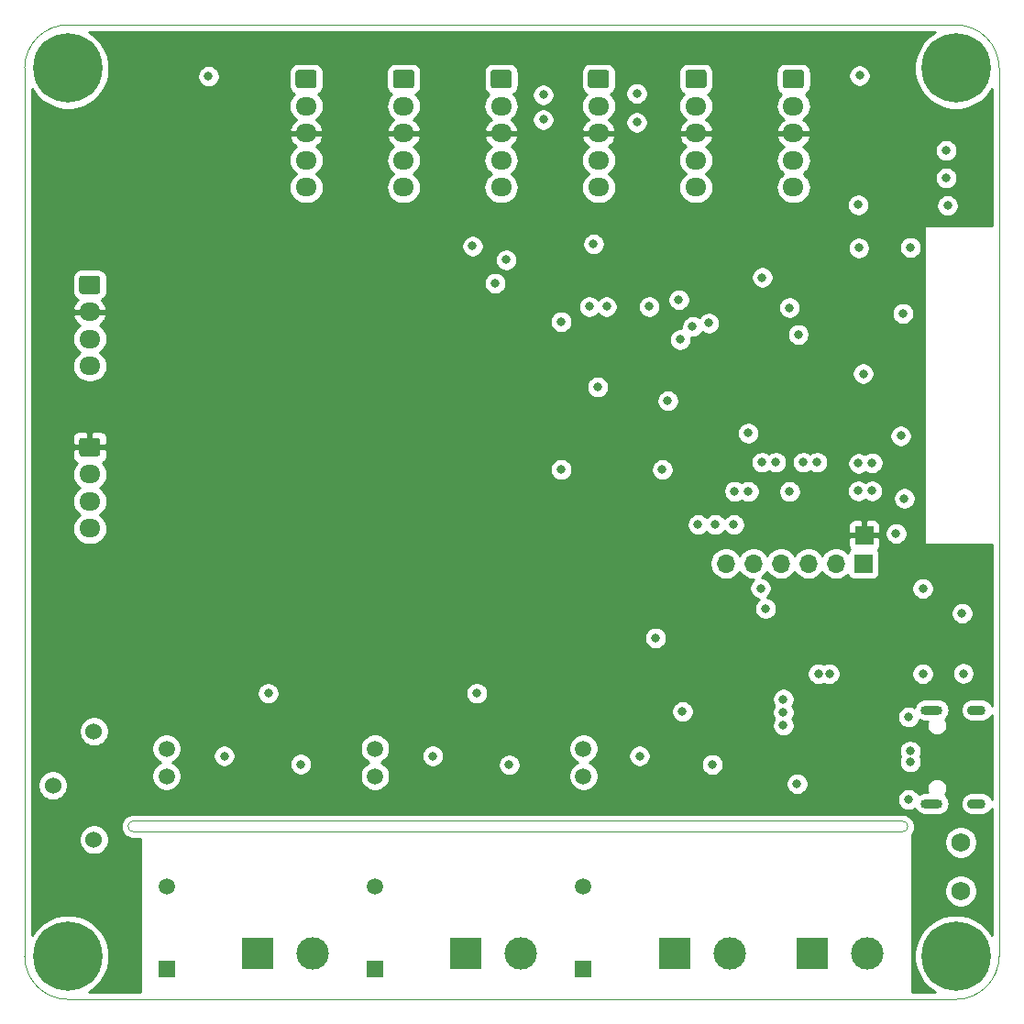
<source format=gbr>
%TF.GenerationSoftware,KiCad,Pcbnew,5.99.0+really5.1.10+dfsg1-1*%
%TF.CreationDate,2022-03-13T14:28:09+01:00*%
%TF.ProjectId,terrarium,74657272-6172-4697-956d-2e6b69636164,rev?*%
%TF.SameCoordinates,Original*%
%TF.FileFunction,Copper,L2,Inr*%
%TF.FilePolarity,Positive*%
%FSLAX46Y46*%
G04 Gerber Fmt 4.6, Leading zero omitted, Abs format (unit mm)*
G04 Created by KiCad (PCBNEW 5.99.0+really5.1.10+dfsg1-1) date 2022-03-13 14:28:09*
%MOMM*%
%LPD*%
G01*
G04 APERTURE LIST*
%TA.AperFunction,Profile*%
%ADD10C,0.050000*%
%TD*%
%TA.AperFunction,ComponentPad*%
%ADD11C,3.000000*%
%TD*%
%TA.AperFunction,ComponentPad*%
%ADD12R,3.000000X3.000000*%
%TD*%
%TA.AperFunction,ComponentPad*%
%ADD13O,1.950000X1.700000*%
%TD*%
%TA.AperFunction,ComponentPad*%
%ADD14R,1.508000X1.508000*%
%TD*%
%TA.AperFunction,ComponentPad*%
%ADD15C,1.508000*%
%TD*%
%TA.AperFunction,ComponentPad*%
%ADD16C,1.750000*%
%TD*%
%TA.AperFunction,ComponentPad*%
%ADD17R,1.700000X1.700000*%
%TD*%
%TA.AperFunction,ComponentPad*%
%ADD18O,1.700000X1.700000*%
%TD*%
%TA.AperFunction,ComponentPad*%
%ADD19O,1.700000X0.900000*%
%TD*%
%TA.AperFunction,ComponentPad*%
%ADD20O,2.000000X0.900000*%
%TD*%
%TA.AperFunction,ComponentPad*%
%ADD21C,1.524000*%
%TD*%
%TA.AperFunction,ComponentPad*%
%ADD22C,6.400000*%
%TD*%
%TA.AperFunction,ComponentPad*%
%ADD23C,0.800000*%
%TD*%
%TA.AperFunction,ViaPad*%
%ADD24C,0.800000*%
%TD*%
%TA.AperFunction,Conductor*%
%ADD25C,0.254000*%
%TD*%
%TA.AperFunction,Conductor*%
%ADD26C,0.100000*%
%TD*%
G04 APERTURE END LIST*
D10*
X51054000Y-97536000D02*
G75*
G02*
X51054000Y-96520000I0J508000D01*
G01*
X122047000Y-96520000D02*
G75*
G02*
X122047000Y-97536000I0J-508000D01*
G01*
X122047000Y-97536000D02*
X51054000Y-97536000D01*
X51054000Y-96520000D02*
X122047000Y-96520000D01*
X45000000Y-113000000D02*
G75*
G02*
X41000000Y-109000000I0J4000000D01*
G01*
X131000000Y-109000000D02*
G75*
G02*
X127000000Y-113000000I-4000000J0D01*
G01*
X127000000Y-23000000D02*
G75*
G02*
X131000000Y-27000000I0J-4000000D01*
G01*
X41000000Y-27000000D02*
G75*
G02*
X45000000Y-23000000I4000000J0D01*
G01*
X127000000Y-23000000D02*
X45000000Y-23000000D01*
X131000000Y-109000000D02*
X131000000Y-27000000D01*
X45000000Y-113000000D02*
X127000000Y-113000000D01*
X41000000Y-27000000D02*
X41000000Y-109000000D01*
D11*
%TO.N,220N*%
%TO.C,S3*%
X67580000Y-108750000D03*
D12*
%TO.N,Net-(K3-Pad1)*%
X62500000Y-108750000D03*
%TD*%
D11*
%TO.N,220N*%
%TO.C,S2*%
X86830000Y-108750000D03*
D12*
%TO.N,Net-(K2-Pad1)*%
X81750000Y-108750000D03*
%TD*%
D13*
%TO.N,G26*%
%TO.C,SENS5*%
X112000000Y-38000000D03*
%TO.N,Net-(Q4-Pad3)*%
X112000000Y-35500000D03*
%TO.N,+5V*%
X112000000Y-33000000D03*
%TO.N,SCL_5*%
X112000000Y-30500000D03*
%TO.N,SDA_5*%
%TA.AperFunction,ComponentPad*%
G36*
G01*
X111275000Y-27150000D02*
X112725000Y-27150000D01*
G75*
G02*
X112975000Y-27400000I0J-250000D01*
G01*
X112975000Y-28600000D01*
G75*
G02*
X112725000Y-28850000I-250000J0D01*
G01*
X111275000Y-28850000D01*
G75*
G02*
X111025000Y-28600000I0J250000D01*
G01*
X111025000Y-27400000D01*
G75*
G02*
X111275000Y-27150000I250000J0D01*
G01*
G37*
%TD.AperFunction*%
%TD*%
%TO.N,G27*%
%TO.C,SENS4*%
X103000000Y-38000000D03*
%TO.N,Net-(Q4-Pad3)*%
X103000000Y-35500000D03*
%TO.N,+5V*%
X103000000Y-33000000D03*
%TO.N,SCL_4*%
X103000000Y-30500000D03*
%TO.N,SDA_4*%
%TA.AperFunction,ComponentPad*%
G36*
G01*
X102275000Y-27150000D02*
X103725000Y-27150000D01*
G75*
G02*
X103975000Y-27400000I0J-250000D01*
G01*
X103975000Y-28600000D01*
G75*
G02*
X103725000Y-28850000I-250000J0D01*
G01*
X102275000Y-28850000D01*
G75*
G02*
X102025000Y-28600000I0J250000D01*
G01*
X102025000Y-27400000D01*
G75*
G02*
X102275000Y-27150000I250000J0D01*
G01*
G37*
%TD.AperFunction*%
%TD*%
%TO.N,G19*%
%TO.C,SENS3*%
X94000000Y-38000000D03*
%TO.N,Net-(Q4-Pad3)*%
X94000000Y-35500000D03*
%TO.N,+5V*%
X94000000Y-33000000D03*
%TO.N,SCL_3*%
X94000000Y-30500000D03*
%TO.N,SDA_3*%
%TA.AperFunction,ComponentPad*%
G36*
G01*
X93275000Y-27150000D02*
X94725000Y-27150000D01*
G75*
G02*
X94975000Y-27400000I0J-250000D01*
G01*
X94975000Y-28600000D01*
G75*
G02*
X94725000Y-28850000I-250000J0D01*
G01*
X93275000Y-28850000D01*
G75*
G02*
X93025000Y-28600000I0J250000D01*
G01*
X93025000Y-27400000D01*
G75*
G02*
X93275000Y-27150000I250000J0D01*
G01*
G37*
%TD.AperFunction*%
%TD*%
%TO.N,G18*%
%TO.C,SENS2*%
X85000000Y-38000000D03*
%TO.N,Net-(Q4-Pad3)*%
X85000000Y-35500000D03*
%TO.N,+5V*%
X85000000Y-33000000D03*
%TO.N,SCL_2*%
X85000000Y-30500000D03*
%TO.N,SDA_2*%
%TA.AperFunction,ComponentPad*%
G36*
G01*
X84275000Y-27150000D02*
X85725000Y-27150000D01*
G75*
G02*
X85975000Y-27400000I0J-250000D01*
G01*
X85975000Y-28600000D01*
G75*
G02*
X85725000Y-28850000I-250000J0D01*
G01*
X84275000Y-28850000D01*
G75*
G02*
X84025000Y-28600000I0J250000D01*
G01*
X84025000Y-27400000D01*
G75*
G02*
X84275000Y-27150000I250000J0D01*
G01*
G37*
%TD.AperFunction*%
%TD*%
%TO.N,G17*%
%TO.C,SENS1*%
X76000000Y-38000000D03*
%TO.N,Net-(Q4-Pad3)*%
X76000000Y-35500000D03*
%TO.N,+5V*%
X76000000Y-33000000D03*
%TO.N,SCL_1*%
X76000000Y-30500000D03*
%TO.N,SDA_1*%
%TA.AperFunction,ComponentPad*%
G36*
G01*
X75275000Y-27150000D02*
X76725000Y-27150000D01*
G75*
G02*
X76975000Y-27400000I0J-250000D01*
G01*
X76975000Y-28600000D01*
G75*
G02*
X76725000Y-28850000I-250000J0D01*
G01*
X75275000Y-28850000D01*
G75*
G02*
X75025000Y-28600000I0J250000D01*
G01*
X75025000Y-27400000D01*
G75*
G02*
X75275000Y-27150000I250000J0D01*
G01*
G37*
%TD.AperFunction*%
%TD*%
%TO.N,G16*%
%TO.C,SENS0*%
X67000000Y-38000000D03*
%TO.N,Net-(Q4-Pad3)*%
X67000000Y-35500000D03*
%TO.N,+5V*%
X67000000Y-33000000D03*
%TO.N,SCL_0*%
X67000000Y-30500000D03*
%TO.N,SDA_0*%
%TA.AperFunction,ComponentPad*%
G36*
G01*
X66275000Y-27150000D02*
X67725000Y-27150000D01*
G75*
G02*
X67975000Y-27400000I0J-250000D01*
G01*
X67975000Y-28600000D01*
G75*
G02*
X67725000Y-28850000I-250000J0D01*
G01*
X66275000Y-28850000D01*
G75*
G02*
X66025000Y-28600000I0J250000D01*
G01*
X66025000Y-27400000D01*
G75*
G02*
X66275000Y-27150000I250000J0D01*
G01*
G37*
%TD.AperFunction*%
%TD*%
%TO.N,GND*%
%TO.C,UART2*%
X47000000Y-69500000D03*
%TO.N,RX*%
X47000000Y-67000000D03*
%TO.N,TX*%
X47000000Y-64500000D03*
%TO.N,+5V*%
%TA.AperFunction,ComponentPad*%
G36*
G01*
X46275000Y-61150000D02*
X47725000Y-61150000D01*
G75*
G02*
X47975000Y-61400000I0J-250000D01*
G01*
X47975000Y-62600000D01*
G75*
G02*
X47725000Y-62850000I-250000J0D01*
G01*
X46275000Y-62850000D01*
G75*
G02*
X46025000Y-62600000I0J250000D01*
G01*
X46025000Y-61400000D01*
G75*
G02*
X46275000Y-61150000I250000J0D01*
G01*
G37*
%TD.AperFunction*%
%TD*%
%TO.N,SCL*%
%TO.C,I2C1*%
X47000000Y-54500000D03*
%TO.N,SDA*%
X47000000Y-52000000D03*
%TO.N,+5V*%
X47000000Y-49500000D03*
%TO.N,GND*%
%TA.AperFunction,ComponentPad*%
G36*
G01*
X46275000Y-46150000D02*
X47725000Y-46150000D01*
G75*
G02*
X47975000Y-46400000I0J-250000D01*
G01*
X47975000Y-47600000D01*
G75*
G02*
X47725000Y-47850000I-250000J0D01*
G01*
X46275000Y-47850000D01*
G75*
G02*
X46025000Y-47600000I0J250000D01*
G01*
X46025000Y-46400000D01*
G75*
G02*
X46275000Y-46150000I250000J0D01*
G01*
G37*
%TD.AperFunction*%
%TD*%
D14*
%TO.N,Net-(K2-Pad1)*%
%TO.C,K2*%
X73350000Y-110160000D03*
D15*
%TO.N,220L*%
X73350000Y-102540000D03*
%TO.N,Net-(C8-Pad1)*%
X73350000Y-92380000D03*
%TO.N,Net-(C8-Pad2)*%
X73350000Y-89840000D03*
%TD*%
D14*
%TO.N,Net-(K3-Pad1)*%
%TO.C,K3*%
X54100000Y-110160000D03*
D15*
%TO.N,220L*%
X54100000Y-102540000D03*
%TO.N,Net-(C9-Pad1)*%
X54100000Y-92380000D03*
%TO.N,Net-(C9-Pad2)*%
X54100000Y-89840000D03*
%TD*%
D16*
%TO.N,GND*%
%TO.C,SW1*%
X127444500Y-98488500D03*
%TO.N,EN*%
X127444500Y-102988500D03*
%TD*%
D17*
%TO.N,+5V*%
%TO.C,PWR1*%
X118529100Y-70142100D03*
%TD*%
D18*
%TO.N,EN*%
%TO.C,UART1*%
X105765600Y-72745600D03*
%TO.N,IO0*%
X108305600Y-72745600D03*
%TO.N,RX*%
X110845600Y-72745600D03*
%TO.N,TX*%
X113385600Y-72745600D03*
%TO.N,+3V3*%
X115925600Y-72745600D03*
D17*
%TO.N,GND*%
X118465600Y-72745600D03*
%TD*%
D11*
%TO.N,220N*%
%TO.C,S0*%
X118830000Y-108750000D03*
D12*
%TO.N,220L*%
X113750000Y-108750000D03*
%TD*%
D11*
%TO.N,220N*%
%TO.C,S1*%
X106080000Y-108750000D03*
D12*
%TO.N,Net-(K1-Pad1)*%
X101000000Y-108750000D03*
%TD*%
D19*
%TO.N,Net-(P1-PadS1)*%
%TO.C,P1*%
X128935200Y-86281800D03*
X128935200Y-94921800D03*
D20*
X124765200Y-86281800D03*
X124765200Y-94921800D03*
%TD*%
D14*
%TO.N,Net-(K1-Pad1)*%
%TO.C,K1*%
X92600000Y-110160000D03*
D15*
%TO.N,220L*%
X92600000Y-102540000D03*
%TO.N,Net-(C7-Pad1)*%
X92600000Y-92380000D03*
%TO.N,Net-(C7-Pad2)*%
X92600000Y-89840000D03*
%TD*%
D21*
%TO.N,N/C*%
%TO.C,BT1*%
X43600000Y-93250000D03*
%TO.N,GND*%
X47400000Y-98250000D03*
%TO.N,Net-(BT1-Pad1)*%
X47400000Y-88250000D03*
%TD*%
D22*
%TO.N,N/C*%
%TO.C,H2*%
X45000000Y-27000000D03*
D23*
X47400000Y-27000000D03*
X46697056Y-28697056D03*
X45000000Y-29400000D03*
X43302944Y-28697056D03*
X42600000Y-27000000D03*
X43302944Y-25302944D03*
X45000000Y-24600000D03*
X46697056Y-25302944D03*
%TD*%
D22*
%TO.N,N/C*%
%TO.C,H1*%
X127000000Y-27000000D03*
D23*
X129400000Y-27000000D03*
X128697056Y-28697056D03*
X127000000Y-29400000D03*
X125302944Y-28697056D03*
X124600000Y-27000000D03*
X125302944Y-25302944D03*
X127000000Y-24600000D03*
X128697056Y-25302944D03*
%TD*%
D22*
%TO.N,N/C*%
%TO.C,H4*%
X127000000Y-109000000D03*
D23*
X129400000Y-109000000D03*
X128697056Y-110697056D03*
X127000000Y-111400000D03*
X125302944Y-110697056D03*
X124600000Y-109000000D03*
X125302944Y-107302944D03*
X127000000Y-106600000D03*
X128697056Y-107302944D03*
%TD*%
D22*
%TO.N,N/C*%
%TO.C,H3*%
X45000000Y-109000000D03*
D23*
X47400000Y-109000000D03*
X46697056Y-110697056D03*
X45000000Y-111400000D03*
X43302944Y-110697056D03*
X42600000Y-109000000D03*
X43302944Y-107302944D03*
X45000000Y-106600000D03*
X46697056Y-107302944D03*
%TD*%
D24*
%TO.N,GND*%
X104495600Y-91313000D03*
X85750400Y-91338400D03*
X66497200Y-91287600D03*
X127571500Y-77343000D03*
X118440200Y-55219600D03*
X104190800Y-50546000D03*
X57975500Y-27749500D03*
X118033800Y-43599100D03*
X122110500Y-49657000D03*
X122237500Y-66738500D03*
X122631200Y-86918800D03*
X122631200Y-94538800D03*
X118110000Y-27686000D03*
X126238000Y-39687500D03*
X112331500Y-93091000D03*
X127685800Y-82905600D03*
X90551000Y-50419000D03*
X85471000Y-44704000D03*
X93535500Y-43243500D03*
X99885500Y-64071500D03*
X90551000Y-64071500D03*
X111061500Y-85280500D03*
X63500000Y-84734400D03*
X82753200Y-84734400D03*
X101752400Y-86410800D03*
%TO.N,SDA*%
X102679500Y-50863500D03*
X101536500Y-52070000D03*
X84455000Y-46863000D03*
X94742000Y-49022000D03*
%TO.N,G19*%
X114180000Y-63398400D03*
%TO.N,G18*%
X112910000Y-63398400D03*
%TO.N,G5*%
X106489500Y-69151500D03*
X111645700Y-66090800D03*
%TO.N,G17*%
X110370000Y-63398400D03*
%TO.N,G16*%
X109100000Y-63398400D03*
%TO.N,G4*%
X107835700Y-66090800D03*
X104775000Y-69151500D03*
%TO.N,TX*%
X119278400Y-63449200D03*
X126111000Y-37147500D03*
X115316000Y-82931000D03*
X119253000Y-66040000D03*
%TO.N,RX*%
X118008400Y-63500000D03*
X126111000Y-34607500D03*
X117983000Y-66040000D03*
X114300000Y-82931000D03*
%TO.N,+3V3*%
X117983000Y-39624000D03*
X123952000Y-82931000D03*
X123952000Y-75057000D03*
X93154500Y-49022000D03*
X122809000Y-43561000D03*
X93914500Y-56449500D03*
%TO.N,+5V*%
X107264200Y-86537800D03*
X88798400Y-86512400D03*
X92633800Y-84505800D03*
X73456800Y-84531200D03*
X54203600Y-84531200D03*
X69494400Y-84734400D03*
X127571500Y-72771000D03*
X128778000Y-80264000D03*
X59309000Y-25781000D03*
X122313700Y-88188800D03*
X122313700Y-93014800D03*
X129730500Y-30988000D03*
X114998500Y-92202000D03*
%TO.N,G23*%
X82359500Y-43434000D03*
X98679000Y-49022000D03*
%TO.N,G27*%
X109118400Y-46329600D03*
%TO.N,G25*%
X112445800Y-51587400D03*
X107823000Y-60706000D03*
X111633000Y-49123600D03*
X103187500Y-69151500D03*
%TO.N,Net-(D4-Pad1)*%
X100393500Y-57721500D03*
X101409500Y-48387000D03*
X99263200Y-79629000D03*
%TO.N,IO0*%
X106565700Y-66065400D03*
X108966000Y-75031600D03*
%TO.N,EN*%
X109423200Y-76898500D03*
X121920000Y-60960000D03*
X121475500Y-69977000D03*
%TO.N,Net-(P1-PadA7)*%
X111061500Y-87693500D03*
X122783600Y-90068400D03*
%TO.N,Net-(P1-PadA6)*%
X111061500Y-86487000D03*
X122783600Y-91084400D03*
%TO.N,SDA_2*%
X88900000Y-31750000D03*
X88900000Y-29464000D03*
%TO.N,SDA_3*%
X97536000Y-29337000D03*
X97536000Y-32004000D03*
%TO.N,Net-(C7-Pad2)*%
X97790000Y-90525600D03*
%TO.N,Net-(C8-Pad2)*%
X78689200Y-90525600D03*
%TO.N,Net-(C9-Pad2)*%
X59436000Y-90525600D03*
%TD*%
D25*
%TO.N,+5V*%
X124555330Y-24021161D02*
X124021161Y-24555330D01*
X123601467Y-25183446D01*
X123312377Y-25881372D01*
X123165000Y-26622285D01*
X123165000Y-27377715D01*
X123312377Y-28118628D01*
X123601467Y-28816554D01*
X124021161Y-29444670D01*
X124555330Y-29978839D01*
X125183446Y-30398533D01*
X125881372Y-30687623D01*
X126622285Y-30835000D01*
X127377715Y-30835000D01*
X128118628Y-30687623D01*
X128816554Y-30398533D01*
X129444670Y-29978839D01*
X129978839Y-29444670D01*
X130340001Y-28904153D01*
X130340001Y-41529000D01*
X124206000Y-41529000D01*
X124181224Y-41531440D01*
X124157399Y-41538667D01*
X124135443Y-41550403D01*
X124116197Y-41566197D01*
X124100403Y-41585443D01*
X124088667Y-41607399D01*
X124081440Y-41631224D01*
X124079000Y-41656000D01*
X124079000Y-70866000D01*
X124081440Y-70890776D01*
X124088667Y-70914601D01*
X124100403Y-70936557D01*
X124116197Y-70955803D01*
X124135443Y-70971597D01*
X124157399Y-70983333D01*
X124181224Y-70990560D01*
X124206000Y-70993000D01*
X130340000Y-70993000D01*
X130340000Y-85859980D01*
X130241709Y-85676090D01*
X130106122Y-85510878D01*
X129940910Y-85375291D01*
X129752420Y-85274541D01*
X129547897Y-85212500D01*
X129388494Y-85196800D01*
X128481906Y-85196800D01*
X128322503Y-85212500D01*
X128117980Y-85274541D01*
X127929490Y-85375291D01*
X127764278Y-85510878D01*
X127628691Y-85676090D01*
X127527941Y-85864580D01*
X127465900Y-86069103D01*
X127444951Y-86281800D01*
X127465900Y-86494497D01*
X127527941Y-86699020D01*
X127628691Y-86887510D01*
X127764278Y-87052722D01*
X127929490Y-87188309D01*
X128117980Y-87289059D01*
X128322503Y-87351100D01*
X128481906Y-87366800D01*
X129388494Y-87366800D01*
X129547897Y-87351100D01*
X129752420Y-87289059D01*
X129940910Y-87188309D01*
X130106122Y-87052722D01*
X130241709Y-86887510D01*
X130340000Y-86703620D01*
X130340000Y-94499980D01*
X130241709Y-94316090D01*
X130106122Y-94150878D01*
X129940910Y-94015291D01*
X129752420Y-93914541D01*
X129547897Y-93852500D01*
X129388494Y-93836800D01*
X128481906Y-93836800D01*
X128322503Y-93852500D01*
X128117980Y-93914541D01*
X127929490Y-94015291D01*
X127764278Y-94150878D01*
X127628691Y-94316090D01*
X127527941Y-94504580D01*
X127465900Y-94709103D01*
X127444951Y-94921800D01*
X127465900Y-95134497D01*
X127527941Y-95339020D01*
X127628691Y-95527510D01*
X127764278Y-95692722D01*
X127929490Y-95828309D01*
X128117980Y-95929059D01*
X128322503Y-95991100D01*
X128481906Y-96006800D01*
X129388494Y-96006800D01*
X129547897Y-95991100D01*
X129752420Y-95929059D01*
X129940910Y-95828309D01*
X130106122Y-95692722D01*
X130241709Y-95527510D01*
X130340000Y-95343620D01*
X130340000Y-107095845D01*
X129978839Y-106555330D01*
X129444670Y-106021161D01*
X128816554Y-105601467D01*
X128118628Y-105312377D01*
X127377715Y-105165000D01*
X126622285Y-105165000D01*
X125881372Y-105312377D01*
X125183446Y-105601467D01*
X124555330Y-106021161D01*
X124021161Y-106555330D01*
X123601467Y-107183446D01*
X123312377Y-107881372D01*
X123165000Y-108622285D01*
X123165000Y-109377715D01*
X123312377Y-110118628D01*
X123601467Y-110816554D01*
X124021161Y-111444670D01*
X124555330Y-111978839D01*
X125095845Y-112340000D01*
X122936000Y-112340000D01*
X122936000Y-102839778D01*
X125934500Y-102839778D01*
X125934500Y-103137222D01*
X125992529Y-103428951D01*
X126106356Y-103703753D01*
X126271607Y-103951069D01*
X126481931Y-104161393D01*
X126729247Y-104326644D01*
X127004049Y-104440471D01*
X127295778Y-104498500D01*
X127593222Y-104498500D01*
X127884951Y-104440471D01*
X128159753Y-104326644D01*
X128407069Y-104161393D01*
X128617393Y-103951069D01*
X128782644Y-103703753D01*
X128896471Y-103428951D01*
X128954500Y-103137222D01*
X128954500Y-102839778D01*
X128896471Y-102548049D01*
X128782644Y-102273247D01*
X128617393Y-102025931D01*
X128407069Y-101815607D01*
X128159753Y-101650356D01*
X127884951Y-101536529D01*
X127593222Y-101478500D01*
X127295778Y-101478500D01*
X127004049Y-101536529D01*
X126729247Y-101650356D01*
X126481931Y-101815607D01*
X126271607Y-102025931D01*
X126106356Y-102273247D01*
X125992529Y-102548049D01*
X125934500Y-102839778D01*
X122936000Y-102839778D01*
X122936000Y-98339778D01*
X125934500Y-98339778D01*
X125934500Y-98637222D01*
X125992529Y-98928951D01*
X126106356Y-99203753D01*
X126271607Y-99451069D01*
X126481931Y-99661393D01*
X126729247Y-99826644D01*
X127004049Y-99940471D01*
X127295778Y-99998500D01*
X127593222Y-99998500D01*
X127884951Y-99940471D01*
X128159753Y-99826644D01*
X128407069Y-99661393D01*
X128617393Y-99451069D01*
X128782644Y-99203753D01*
X128896471Y-98928951D01*
X128954500Y-98637222D01*
X128954500Y-98339778D01*
X128896471Y-98048049D01*
X128782644Y-97773247D01*
X128617393Y-97525931D01*
X128407069Y-97315607D01*
X128159753Y-97150356D01*
X127884951Y-97036529D01*
X127593222Y-96978500D01*
X127295778Y-96978500D01*
X127004049Y-97036529D01*
X126729247Y-97150356D01*
X126481931Y-97315607D01*
X126271607Y-97525931D01*
X126106356Y-97773247D01*
X125992529Y-98048049D01*
X125934500Y-98339778D01*
X122936000Y-98339778D01*
X122936000Y-97782454D01*
X122986440Y-97719720D01*
X123019200Y-97669657D01*
X123052645Y-97620073D01*
X123056971Y-97611937D01*
X123102904Y-97524075D01*
X123125303Y-97468635D01*
X123148492Y-97413471D01*
X123151155Y-97404649D01*
X123179148Y-97309539D01*
X123190348Y-97250828D01*
X123202387Y-97192181D01*
X123203286Y-97183010D01*
X123212272Y-97084274D01*
X123211854Y-97024453D01*
X123212272Y-96964633D01*
X123211372Y-96955462D01*
X123201008Y-96856860D01*
X123188984Y-96798286D01*
X123177771Y-96739504D01*
X123175107Y-96730683D01*
X123145789Y-96635973D01*
X123122636Y-96580895D01*
X123100202Y-96525368D01*
X123095875Y-96517232D01*
X123048720Y-96430020D01*
X123015270Y-96380429D01*
X122982514Y-96330371D01*
X122976689Y-96323230D01*
X122913493Y-96246838D01*
X122871058Y-96204699D01*
X122829195Y-96161949D01*
X122822094Y-96156075D01*
X122745263Y-96093413D01*
X122695467Y-96060329D01*
X122646079Y-96026512D01*
X122637973Y-96022130D01*
X122550434Y-95975585D01*
X122495159Y-95952803D01*
X122440149Y-95929225D01*
X122431346Y-95926500D01*
X122336432Y-95897844D01*
X122277752Y-95886225D01*
X122219242Y-95873788D01*
X122210077Y-95872825D01*
X122111406Y-95863150D01*
X122111402Y-95863150D01*
X122079419Y-95860000D01*
X51021581Y-95860000D01*
X50989100Y-95863199D01*
X50982505Y-95863199D01*
X50973341Y-95864163D01*
X50930325Y-95868988D01*
X50924617Y-95869550D01*
X50924209Y-95869674D01*
X50874815Y-95875214D01*
X50816321Y-95887647D01*
X50757621Y-95899270D01*
X50748818Y-95901995D01*
X50654315Y-95931973D01*
X50599368Y-95955524D01*
X50544027Y-95978333D01*
X50535921Y-95982716D01*
X50449041Y-96030479D01*
X50399679Y-96064278D01*
X50349857Y-96097379D01*
X50342757Y-96103253D01*
X50266807Y-96166982D01*
X50224944Y-96209732D01*
X50182508Y-96251872D01*
X50176684Y-96259014D01*
X50114560Y-96336281D01*
X50081812Y-96386326D01*
X50048355Y-96435927D01*
X50044029Y-96444064D01*
X49998096Y-96531925D01*
X49975697Y-96587365D01*
X49952508Y-96642529D01*
X49949845Y-96651351D01*
X49921852Y-96746461D01*
X49910652Y-96805172D01*
X49898613Y-96863819D01*
X49897714Y-96872990D01*
X49888728Y-96971726D01*
X49889146Y-97031547D01*
X49888728Y-97091367D01*
X49889628Y-97100538D01*
X49899992Y-97199140D01*
X49912016Y-97257714D01*
X49923229Y-97316496D01*
X49925893Y-97325317D01*
X49955211Y-97420028D01*
X49978370Y-97475119D01*
X50000798Y-97530632D01*
X50005125Y-97538768D01*
X50052280Y-97625980D01*
X50085730Y-97675571D01*
X50118486Y-97725629D01*
X50124310Y-97732770D01*
X50187507Y-97809162D01*
X50229942Y-97851301D01*
X50271805Y-97894051D01*
X50278906Y-97899925D01*
X50355737Y-97962587D01*
X50405548Y-97995681D01*
X50454921Y-98029488D01*
X50463027Y-98033870D01*
X50550566Y-98080415D01*
X50605841Y-98103197D01*
X50660851Y-98126775D01*
X50669655Y-98129500D01*
X50764568Y-98158156D01*
X50823241Y-98169773D01*
X50881758Y-98182212D01*
X50890923Y-98183175D01*
X50989594Y-98192850D01*
X50989598Y-98192850D01*
X51021581Y-98196000D01*
X51689000Y-98196000D01*
X51689000Y-112340000D01*
X46904155Y-112340000D01*
X47444670Y-111978839D01*
X47978839Y-111444670D01*
X48398533Y-110816554D01*
X48687623Y-110118628D01*
X48835000Y-109377715D01*
X48835000Y-108622285D01*
X48687623Y-107881372D01*
X48398533Y-107183446D01*
X47978839Y-106555330D01*
X47444670Y-106021161D01*
X46816554Y-105601467D01*
X46118628Y-105312377D01*
X45377715Y-105165000D01*
X44622285Y-105165000D01*
X43881372Y-105312377D01*
X43183446Y-105601467D01*
X42555330Y-106021161D01*
X42021161Y-106555330D01*
X41660000Y-107095845D01*
X41660000Y-98112408D01*
X46003000Y-98112408D01*
X46003000Y-98387592D01*
X46056686Y-98657490D01*
X46161995Y-98911727D01*
X46314880Y-99140535D01*
X46509465Y-99335120D01*
X46738273Y-99488005D01*
X46992510Y-99593314D01*
X47262408Y-99647000D01*
X47537592Y-99647000D01*
X47807490Y-99593314D01*
X48061727Y-99488005D01*
X48290535Y-99335120D01*
X48485120Y-99140535D01*
X48638005Y-98911727D01*
X48743314Y-98657490D01*
X48797000Y-98387592D01*
X48797000Y-98112408D01*
X48743314Y-97842510D01*
X48638005Y-97588273D01*
X48485120Y-97359465D01*
X48290535Y-97164880D01*
X48061727Y-97011995D01*
X47807490Y-96906686D01*
X47537592Y-96853000D01*
X47262408Y-96853000D01*
X46992510Y-96906686D01*
X46738273Y-97011995D01*
X46509465Y-97164880D01*
X46314880Y-97359465D01*
X46161995Y-97588273D01*
X46056686Y-97842510D01*
X46003000Y-98112408D01*
X41660000Y-98112408D01*
X41660000Y-93112408D01*
X42203000Y-93112408D01*
X42203000Y-93387592D01*
X42256686Y-93657490D01*
X42361995Y-93911727D01*
X42514880Y-94140535D01*
X42709465Y-94335120D01*
X42938273Y-94488005D01*
X43192510Y-94593314D01*
X43462408Y-94647000D01*
X43737592Y-94647000D01*
X44007490Y-94593314D01*
X44261727Y-94488005D01*
X44338269Y-94436861D01*
X121596200Y-94436861D01*
X121596200Y-94640739D01*
X121635974Y-94840698D01*
X121713995Y-95029056D01*
X121827263Y-95198574D01*
X121971426Y-95342737D01*
X122140944Y-95456005D01*
X122329302Y-95534026D01*
X122529261Y-95573800D01*
X122733139Y-95573800D01*
X122933098Y-95534026D01*
X123121456Y-95456005D01*
X123231256Y-95382639D01*
X123308691Y-95527510D01*
X123444278Y-95692722D01*
X123609490Y-95828309D01*
X123797980Y-95929059D01*
X124002503Y-95991100D01*
X124161906Y-96006800D01*
X125368494Y-96006800D01*
X125527897Y-95991100D01*
X125732420Y-95929059D01*
X125920910Y-95828309D01*
X126086122Y-95692722D01*
X126221709Y-95527510D01*
X126322459Y-95339020D01*
X126384500Y-95134497D01*
X126405449Y-94921800D01*
X126384500Y-94709103D01*
X126322459Y-94504580D01*
X126221709Y-94316090D01*
X126086122Y-94150878D01*
X125984861Y-94067775D01*
X126073786Y-93934689D01*
X126144268Y-93764529D01*
X126180200Y-93583889D01*
X126180200Y-93399711D01*
X126144268Y-93219071D01*
X126073786Y-93048911D01*
X125971462Y-92895772D01*
X125841228Y-92765538D01*
X125688089Y-92663214D01*
X125517929Y-92592732D01*
X125337289Y-92556800D01*
X125153111Y-92556800D01*
X124972471Y-92592732D01*
X124802311Y-92663214D01*
X124649172Y-92765538D01*
X124518938Y-92895772D01*
X124416614Y-93048911D01*
X124346132Y-93219071D01*
X124310200Y-93399711D01*
X124310200Y-93583889D01*
X124346132Y-93764529D01*
X124376067Y-93836800D01*
X124161906Y-93836800D01*
X124002503Y-93852500D01*
X123797980Y-93914541D01*
X123609490Y-94015291D01*
X123553623Y-94061140D01*
X123548405Y-94048544D01*
X123435137Y-93879026D01*
X123290974Y-93734863D01*
X123121456Y-93621595D01*
X122933098Y-93543574D01*
X122733139Y-93503800D01*
X122529261Y-93503800D01*
X122329302Y-93543574D01*
X122140944Y-93621595D01*
X121971426Y-93734863D01*
X121827263Y-93879026D01*
X121713995Y-94048544D01*
X121635974Y-94236902D01*
X121596200Y-94436861D01*
X44338269Y-94436861D01*
X44490535Y-94335120D01*
X44685120Y-94140535D01*
X44838005Y-93911727D01*
X44943314Y-93657490D01*
X44997000Y-93387592D01*
X44997000Y-93112408D01*
X44943314Y-92842510D01*
X44838005Y-92588273D01*
X44685120Y-92359465D01*
X44490535Y-92164880D01*
X44261727Y-92011995D01*
X44007490Y-91906686D01*
X43737592Y-91853000D01*
X43462408Y-91853000D01*
X43192510Y-91906686D01*
X42938273Y-92011995D01*
X42709465Y-92164880D01*
X42514880Y-92359465D01*
X42361995Y-92588273D01*
X42256686Y-92842510D01*
X42203000Y-93112408D01*
X41660000Y-93112408D01*
X41660000Y-89703195D01*
X52711000Y-89703195D01*
X52711000Y-89976805D01*
X52764378Y-90245156D01*
X52869084Y-90497938D01*
X53021093Y-90725436D01*
X53214564Y-90918907D01*
X53442062Y-91070916D01*
X53536419Y-91110000D01*
X53442062Y-91149084D01*
X53214564Y-91301093D01*
X53021093Y-91494564D01*
X52869084Y-91722062D01*
X52764378Y-91974844D01*
X52711000Y-92243195D01*
X52711000Y-92516805D01*
X52764378Y-92785156D01*
X52869084Y-93037938D01*
X53021093Y-93265436D01*
X53214564Y-93458907D01*
X53442062Y-93610916D01*
X53694844Y-93715622D01*
X53963195Y-93769000D01*
X54236805Y-93769000D01*
X54505156Y-93715622D01*
X54757938Y-93610916D01*
X54985436Y-93458907D01*
X55178907Y-93265436D01*
X55330916Y-93037938D01*
X55435622Y-92785156D01*
X55489000Y-92516805D01*
X55489000Y-92243195D01*
X55435622Y-91974844D01*
X55330916Y-91722062D01*
X55178907Y-91494564D01*
X54985436Y-91301093D01*
X54757938Y-91149084D01*
X54663581Y-91110000D01*
X54757938Y-91070916D01*
X54985436Y-90918907D01*
X55178907Y-90725436D01*
X55330916Y-90497938D01*
X55361682Y-90423661D01*
X58401000Y-90423661D01*
X58401000Y-90627539D01*
X58440774Y-90827498D01*
X58518795Y-91015856D01*
X58632063Y-91185374D01*
X58776226Y-91329537D01*
X58945744Y-91442805D01*
X59134102Y-91520826D01*
X59334061Y-91560600D01*
X59537939Y-91560600D01*
X59737898Y-91520826D01*
X59926256Y-91442805D01*
X60095774Y-91329537D01*
X60239650Y-91185661D01*
X65462200Y-91185661D01*
X65462200Y-91389539D01*
X65501974Y-91589498D01*
X65579995Y-91777856D01*
X65693263Y-91947374D01*
X65837426Y-92091537D01*
X66006944Y-92204805D01*
X66195302Y-92282826D01*
X66395261Y-92322600D01*
X66599139Y-92322600D01*
X66799098Y-92282826D01*
X66987456Y-92204805D01*
X67156974Y-92091537D01*
X67301137Y-91947374D01*
X67414405Y-91777856D01*
X67492426Y-91589498D01*
X67532200Y-91389539D01*
X67532200Y-91185661D01*
X67492426Y-90985702D01*
X67414405Y-90797344D01*
X67301137Y-90627826D01*
X67156974Y-90483663D01*
X66987456Y-90370395D01*
X66799098Y-90292374D01*
X66599139Y-90252600D01*
X66395261Y-90252600D01*
X66195302Y-90292374D01*
X66006944Y-90370395D01*
X65837426Y-90483663D01*
X65693263Y-90627826D01*
X65579995Y-90797344D01*
X65501974Y-90985702D01*
X65462200Y-91185661D01*
X60239650Y-91185661D01*
X60239937Y-91185374D01*
X60353205Y-91015856D01*
X60431226Y-90827498D01*
X60471000Y-90627539D01*
X60471000Y-90423661D01*
X60431226Y-90223702D01*
X60353205Y-90035344D01*
X60239937Y-89865826D01*
X60095774Y-89721663D01*
X60068135Y-89703195D01*
X71961000Y-89703195D01*
X71961000Y-89976805D01*
X72014378Y-90245156D01*
X72119084Y-90497938D01*
X72271093Y-90725436D01*
X72464564Y-90918907D01*
X72692062Y-91070916D01*
X72786419Y-91110000D01*
X72692062Y-91149084D01*
X72464564Y-91301093D01*
X72271093Y-91494564D01*
X72119084Y-91722062D01*
X72014378Y-91974844D01*
X71961000Y-92243195D01*
X71961000Y-92516805D01*
X72014378Y-92785156D01*
X72119084Y-93037938D01*
X72271093Y-93265436D01*
X72464564Y-93458907D01*
X72692062Y-93610916D01*
X72944844Y-93715622D01*
X73213195Y-93769000D01*
X73486805Y-93769000D01*
X73755156Y-93715622D01*
X74007938Y-93610916D01*
X74235436Y-93458907D01*
X74428907Y-93265436D01*
X74580916Y-93037938D01*
X74685622Y-92785156D01*
X74739000Y-92516805D01*
X74739000Y-92243195D01*
X74685622Y-91974844D01*
X74580916Y-91722062D01*
X74428907Y-91494564D01*
X74235436Y-91301093D01*
X74007938Y-91149084D01*
X73913581Y-91110000D01*
X74007938Y-91070916D01*
X74235436Y-90918907D01*
X74428907Y-90725436D01*
X74580916Y-90497938D01*
X74611682Y-90423661D01*
X77654200Y-90423661D01*
X77654200Y-90627539D01*
X77693974Y-90827498D01*
X77771995Y-91015856D01*
X77885263Y-91185374D01*
X78029426Y-91329537D01*
X78198944Y-91442805D01*
X78387302Y-91520826D01*
X78587261Y-91560600D01*
X78791139Y-91560600D01*
X78991098Y-91520826D01*
X79179456Y-91442805D01*
X79348974Y-91329537D01*
X79442050Y-91236461D01*
X84715400Y-91236461D01*
X84715400Y-91440339D01*
X84755174Y-91640298D01*
X84833195Y-91828656D01*
X84946463Y-91998174D01*
X85090626Y-92142337D01*
X85260144Y-92255605D01*
X85448502Y-92333626D01*
X85648461Y-92373400D01*
X85852339Y-92373400D01*
X86052298Y-92333626D01*
X86240656Y-92255605D01*
X86410174Y-92142337D01*
X86554337Y-91998174D01*
X86667605Y-91828656D01*
X86745626Y-91640298D01*
X86785400Y-91440339D01*
X86785400Y-91236461D01*
X86745626Y-91036502D01*
X86667605Y-90848144D01*
X86554337Y-90678626D01*
X86410174Y-90534463D01*
X86240656Y-90421195D01*
X86052298Y-90343174D01*
X85852339Y-90303400D01*
X85648461Y-90303400D01*
X85448502Y-90343174D01*
X85260144Y-90421195D01*
X85090626Y-90534463D01*
X84946463Y-90678626D01*
X84833195Y-90848144D01*
X84755174Y-91036502D01*
X84715400Y-91236461D01*
X79442050Y-91236461D01*
X79493137Y-91185374D01*
X79606405Y-91015856D01*
X79684426Y-90827498D01*
X79724200Y-90627539D01*
X79724200Y-90423661D01*
X79684426Y-90223702D01*
X79606405Y-90035344D01*
X79493137Y-89865826D01*
X79348974Y-89721663D01*
X79321335Y-89703195D01*
X91211000Y-89703195D01*
X91211000Y-89976805D01*
X91264378Y-90245156D01*
X91369084Y-90497938D01*
X91521093Y-90725436D01*
X91714564Y-90918907D01*
X91942062Y-91070916D01*
X92036419Y-91110000D01*
X91942062Y-91149084D01*
X91714564Y-91301093D01*
X91521093Y-91494564D01*
X91369084Y-91722062D01*
X91264378Y-91974844D01*
X91211000Y-92243195D01*
X91211000Y-92516805D01*
X91264378Y-92785156D01*
X91369084Y-93037938D01*
X91521093Y-93265436D01*
X91714564Y-93458907D01*
X91942062Y-93610916D01*
X92194844Y-93715622D01*
X92463195Y-93769000D01*
X92736805Y-93769000D01*
X93005156Y-93715622D01*
X93257938Y-93610916D01*
X93485436Y-93458907D01*
X93678907Y-93265436D01*
X93830916Y-93037938D01*
X93851161Y-92989061D01*
X111296500Y-92989061D01*
X111296500Y-93192939D01*
X111336274Y-93392898D01*
X111414295Y-93581256D01*
X111527563Y-93750774D01*
X111671726Y-93894937D01*
X111841244Y-94008205D01*
X112029602Y-94086226D01*
X112229561Y-94126000D01*
X112433439Y-94126000D01*
X112633398Y-94086226D01*
X112821756Y-94008205D01*
X112991274Y-93894937D01*
X113135437Y-93750774D01*
X113248705Y-93581256D01*
X113326726Y-93392898D01*
X113366500Y-93192939D01*
X113366500Y-92989061D01*
X113326726Y-92789102D01*
X113248705Y-92600744D01*
X113135437Y-92431226D01*
X112991274Y-92287063D01*
X112821756Y-92173795D01*
X112633398Y-92095774D01*
X112433439Y-92056000D01*
X112229561Y-92056000D01*
X112029602Y-92095774D01*
X111841244Y-92173795D01*
X111671726Y-92287063D01*
X111527563Y-92431226D01*
X111414295Y-92600744D01*
X111336274Y-92789102D01*
X111296500Y-92989061D01*
X93851161Y-92989061D01*
X93935622Y-92785156D01*
X93989000Y-92516805D01*
X93989000Y-92243195D01*
X93935622Y-91974844D01*
X93830916Y-91722062D01*
X93678907Y-91494564D01*
X93485436Y-91301093D01*
X93257938Y-91149084D01*
X93163581Y-91110000D01*
X93257938Y-91070916D01*
X93485436Y-90918907D01*
X93678907Y-90725436D01*
X93830916Y-90497938D01*
X93861682Y-90423661D01*
X96755000Y-90423661D01*
X96755000Y-90627539D01*
X96794774Y-90827498D01*
X96872795Y-91015856D01*
X96986063Y-91185374D01*
X97130226Y-91329537D01*
X97299744Y-91442805D01*
X97488102Y-91520826D01*
X97688061Y-91560600D01*
X97891939Y-91560600D01*
X98091898Y-91520826D01*
X98280256Y-91442805D01*
X98449774Y-91329537D01*
X98568250Y-91211061D01*
X103460600Y-91211061D01*
X103460600Y-91414939D01*
X103500374Y-91614898D01*
X103578395Y-91803256D01*
X103691663Y-91972774D01*
X103835826Y-92116937D01*
X104005344Y-92230205D01*
X104193702Y-92308226D01*
X104393661Y-92348000D01*
X104597539Y-92348000D01*
X104797498Y-92308226D01*
X104985856Y-92230205D01*
X105155374Y-92116937D01*
X105299537Y-91972774D01*
X105412805Y-91803256D01*
X105490826Y-91614898D01*
X105530600Y-91414939D01*
X105530600Y-91211061D01*
X105490826Y-91011102D01*
X105412805Y-90822744D01*
X105299537Y-90653226D01*
X105155374Y-90509063D01*
X104985856Y-90395795D01*
X104797498Y-90317774D01*
X104597539Y-90278000D01*
X104393661Y-90278000D01*
X104193702Y-90317774D01*
X104005344Y-90395795D01*
X103835826Y-90509063D01*
X103691663Y-90653226D01*
X103578395Y-90822744D01*
X103500374Y-91011102D01*
X103460600Y-91211061D01*
X98568250Y-91211061D01*
X98593937Y-91185374D01*
X98707205Y-91015856D01*
X98785226Y-90827498D01*
X98825000Y-90627539D01*
X98825000Y-90423661D01*
X98785226Y-90223702D01*
X98707205Y-90035344D01*
X98661179Y-89966461D01*
X121748600Y-89966461D01*
X121748600Y-90170339D01*
X121788374Y-90370298D01*
X121866395Y-90558656D01*
X121878251Y-90576400D01*
X121866395Y-90594144D01*
X121788374Y-90782502D01*
X121748600Y-90982461D01*
X121748600Y-91186339D01*
X121788374Y-91386298D01*
X121866395Y-91574656D01*
X121979663Y-91744174D01*
X122123826Y-91888337D01*
X122293344Y-92001605D01*
X122481702Y-92079626D01*
X122681661Y-92119400D01*
X122885539Y-92119400D01*
X123085498Y-92079626D01*
X123273856Y-92001605D01*
X123443374Y-91888337D01*
X123587537Y-91744174D01*
X123700805Y-91574656D01*
X123778826Y-91386298D01*
X123818600Y-91186339D01*
X123818600Y-90982461D01*
X123778826Y-90782502D01*
X123700805Y-90594144D01*
X123688949Y-90576400D01*
X123700805Y-90558656D01*
X123778826Y-90370298D01*
X123818600Y-90170339D01*
X123818600Y-89966461D01*
X123778826Y-89766502D01*
X123700805Y-89578144D01*
X123587537Y-89408626D01*
X123443374Y-89264463D01*
X123273856Y-89151195D01*
X123085498Y-89073174D01*
X122885539Y-89033400D01*
X122681661Y-89033400D01*
X122481702Y-89073174D01*
X122293344Y-89151195D01*
X122123826Y-89264463D01*
X121979663Y-89408626D01*
X121866395Y-89578144D01*
X121788374Y-89766502D01*
X121748600Y-89966461D01*
X98661179Y-89966461D01*
X98593937Y-89865826D01*
X98449774Y-89721663D01*
X98280256Y-89608395D01*
X98091898Y-89530374D01*
X97891939Y-89490600D01*
X97688061Y-89490600D01*
X97488102Y-89530374D01*
X97299744Y-89608395D01*
X97130226Y-89721663D01*
X96986063Y-89865826D01*
X96872795Y-90035344D01*
X96794774Y-90223702D01*
X96755000Y-90423661D01*
X93861682Y-90423661D01*
X93935622Y-90245156D01*
X93989000Y-89976805D01*
X93989000Y-89703195D01*
X93935622Y-89434844D01*
X93830916Y-89182062D01*
X93678907Y-88954564D01*
X93485436Y-88761093D01*
X93257938Y-88609084D01*
X93005156Y-88504378D01*
X92736805Y-88451000D01*
X92463195Y-88451000D01*
X92194844Y-88504378D01*
X91942062Y-88609084D01*
X91714564Y-88761093D01*
X91521093Y-88954564D01*
X91369084Y-89182062D01*
X91264378Y-89434844D01*
X91211000Y-89703195D01*
X79321335Y-89703195D01*
X79179456Y-89608395D01*
X78991098Y-89530374D01*
X78791139Y-89490600D01*
X78587261Y-89490600D01*
X78387302Y-89530374D01*
X78198944Y-89608395D01*
X78029426Y-89721663D01*
X77885263Y-89865826D01*
X77771995Y-90035344D01*
X77693974Y-90223702D01*
X77654200Y-90423661D01*
X74611682Y-90423661D01*
X74685622Y-90245156D01*
X74739000Y-89976805D01*
X74739000Y-89703195D01*
X74685622Y-89434844D01*
X74580916Y-89182062D01*
X74428907Y-88954564D01*
X74235436Y-88761093D01*
X74007938Y-88609084D01*
X73755156Y-88504378D01*
X73486805Y-88451000D01*
X73213195Y-88451000D01*
X72944844Y-88504378D01*
X72692062Y-88609084D01*
X72464564Y-88761093D01*
X72271093Y-88954564D01*
X72119084Y-89182062D01*
X72014378Y-89434844D01*
X71961000Y-89703195D01*
X60068135Y-89703195D01*
X59926256Y-89608395D01*
X59737898Y-89530374D01*
X59537939Y-89490600D01*
X59334061Y-89490600D01*
X59134102Y-89530374D01*
X58945744Y-89608395D01*
X58776226Y-89721663D01*
X58632063Y-89865826D01*
X58518795Y-90035344D01*
X58440774Y-90223702D01*
X58401000Y-90423661D01*
X55361682Y-90423661D01*
X55435622Y-90245156D01*
X55489000Y-89976805D01*
X55489000Y-89703195D01*
X55435622Y-89434844D01*
X55330916Y-89182062D01*
X55178907Y-88954564D01*
X54985436Y-88761093D01*
X54757938Y-88609084D01*
X54505156Y-88504378D01*
X54236805Y-88451000D01*
X53963195Y-88451000D01*
X53694844Y-88504378D01*
X53442062Y-88609084D01*
X53214564Y-88761093D01*
X53021093Y-88954564D01*
X52869084Y-89182062D01*
X52764378Y-89434844D01*
X52711000Y-89703195D01*
X41660000Y-89703195D01*
X41660000Y-88112408D01*
X46003000Y-88112408D01*
X46003000Y-88387592D01*
X46056686Y-88657490D01*
X46161995Y-88911727D01*
X46314880Y-89140535D01*
X46509465Y-89335120D01*
X46738273Y-89488005D01*
X46992510Y-89593314D01*
X47262408Y-89647000D01*
X47537592Y-89647000D01*
X47807490Y-89593314D01*
X48061727Y-89488005D01*
X48290535Y-89335120D01*
X48485120Y-89140535D01*
X48638005Y-88911727D01*
X48743314Y-88657490D01*
X48797000Y-88387592D01*
X48797000Y-88112408D01*
X48743314Y-87842510D01*
X48638005Y-87588273D01*
X48485120Y-87359465D01*
X48290535Y-87164880D01*
X48061727Y-87011995D01*
X47807490Y-86906686D01*
X47537592Y-86853000D01*
X47262408Y-86853000D01*
X46992510Y-86906686D01*
X46738273Y-87011995D01*
X46509465Y-87164880D01*
X46314880Y-87359465D01*
X46161995Y-87588273D01*
X46056686Y-87842510D01*
X46003000Y-88112408D01*
X41660000Y-88112408D01*
X41660000Y-86308861D01*
X100717400Y-86308861D01*
X100717400Y-86512739D01*
X100757174Y-86712698D01*
X100835195Y-86901056D01*
X100948463Y-87070574D01*
X101092626Y-87214737D01*
X101262144Y-87328005D01*
X101450502Y-87406026D01*
X101650461Y-87445800D01*
X101854339Y-87445800D01*
X102054298Y-87406026D01*
X102242656Y-87328005D01*
X102412174Y-87214737D01*
X102556337Y-87070574D01*
X102669605Y-86901056D01*
X102747626Y-86712698D01*
X102787400Y-86512739D01*
X102787400Y-86308861D01*
X102747626Y-86108902D01*
X102669605Y-85920544D01*
X102556337Y-85751026D01*
X102412174Y-85606863D01*
X102242656Y-85493595D01*
X102054298Y-85415574D01*
X101854339Y-85375800D01*
X101650461Y-85375800D01*
X101450502Y-85415574D01*
X101262144Y-85493595D01*
X101092626Y-85606863D01*
X100948463Y-85751026D01*
X100835195Y-85920544D01*
X100757174Y-86108902D01*
X100717400Y-86308861D01*
X41660000Y-86308861D01*
X41660000Y-84632461D01*
X62465000Y-84632461D01*
X62465000Y-84836339D01*
X62504774Y-85036298D01*
X62582795Y-85224656D01*
X62696063Y-85394174D01*
X62840226Y-85538337D01*
X63009744Y-85651605D01*
X63198102Y-85729626D01*
X63398061Y-85769400D01*
X63601939Y-85769400D01*
X63801898Y-85729626D01*
X63990256Y-85651605D01*
X64159774Y-85538337D01*
X64303937Y-85394174D01*
X64417205Y-85224656D01*
X64495226Y-85036298D01*
X64535000Y-84836339D01*
X64535000Y-84632461D01*
X81718200Y-84632461D01*
X81718200Y-84836339D01*
X81757974Y-85036298D01*
X81835995Y-85224656D01*
X81949263Y-85394174D01*
X82093426Y-85538337D01*
X82262944Y-85651605D01*
X82451302Y-85729626D01*
X82651261Y-85769400D01*
X82855139Y-85769400D01*
X83055098Y-85729626D01*
X83243456Y-85651605D01*
X83412974Y-85538337D01*
X83557137Y-85394174D01*
X83670405Y-85224656D01*
X83689498Y-85178561D01*
X110026500Y-85178561D01*
X110026500Y-85382439D01*
X110066274Y-85582398D01*
X110144295Y-85770756D01*
X110219795Y-85883750D01*
X110144295Y-85996744D01*
X110066274Y-86185102D01*
X110026500Y-86385061D01*
X110026500Y-86588939D01*
X110066274Y-86788898D01*
X110144295Y-86977256D01*
X110219795Y-87090250D01*
X110144295Y-87203244D01*
X110066274Y-87391602D01*
X110026500Y-87591561D01*
X110026500Y-87795439D01*
X110066274Y-87995398D01*
X110144295Y-88183756D01*
X110257563Y-88353274D01*
X110401726Y-88497437D01*
X110571244Y-88610705D01*
X110759602Y-88688726D01*
X110959561Y-88728500D01*
X111163439Y-88728500D01*
X111363398Y-88688726D01*
X111551756Y-88610705D01*
X111721274Y-88497437D01*
X111865437Y-88353274D01*
X111978705Y-88183756D01*
X112056726Y-87995398D01*
X112096500Y-87795439D01*
X112096500Y-87591561D01*
X112056726Y-87391602D01*
X111978705Y-87203244D01*
X111903205Y-87090250D01*
X111978705Y-86977256D01*
X112045143Y-86816861D01*
X121596200Y-86816861D01*
X121596200Y-87020739D01*
X121635974Y-87220698D01*
X121713995Y-87409056D01*
X121827263Y-87578574D01*
X121971426Y-87722737D01*
X122140944Y-87836005D01*
X122329302Y-87914026D01*
X122529261Y-87953800D01*
X122733139Y-87953800D01*
X122933098Y-87914026D01*
X123121456Y-87836005D01*
X123290974Y-87722737D01*
X123435137Y-87578574D01*
X123548405Y-87409056D01*
X123626426Y-87220698D01*
X123630622Y-87199604D01*
X123797980Y-87289059D01*
X124002503Y-87351100D01*
X124161906Y-87366800D01*
X124376067Y-87366800D01*
X124346132Y-87439071D01*
X124310200Y-87619711D01*
X124310200Y-87803889D01*
X124346132Y-87984529D01*
X124416614Y-88154689D01*
X124518938Y-88307828D01*
X124649172Y-88438062D01*
X124802311Y-88540386D01*
X124972471Y-88610868D01*
X125153111Y-88646800D01*
X125337289Y-88646800D01*
X125517929Y-88610868D01*
X125688089Y-88540386D01*
X125841228Y-88438062D01*
X125971462Y-88307828D01*
X126073786Y-88154689D01*
X126144268Y-87984529D01*
X126180200Y-87803889D01*
X126180200Y-87619711D01*
X126144268Y-87439071D01*
X126073786Y-87268911D01*
X125984861Y-87135825D01*
X126086122Y-87052722D01*
X126221709Y-86887510D01*
X126322459Y-86699020D01*
X126384500Y-86494497D01*
X126405449Y-86281800D01*
X126384500Y-86069103D01*
X126322459Y-85864580D01*
X126221709Y-85676090D01*
X126086122Y-85510878D01*
X125920910Y-85375291D01*
X125732420Y-85274541D01*
X125527897Y-85212500D01*
X125368494Y-85196800D01*
X124161906Y-85196800D01*
X124002503Y-85212500D01*
X123797980Y-85274541D01*
X123609490Y-85375291D01*
X123444278Y-85510878D01*
X123308691Y-85676090D01*
X123207941Y-85864580D01*
X123158808Y-86026552D01*
X123121456Y-86001595D01*
X122933098Y-85923574D01*
X122733139Y-85883800D01*
X122529261Y-85883800D01*
X122329302Y-85923574D01*
X122140944Y-86001595D01*
X121971426Y-86114863D01*
X121827263Y-86259026D01*
X121713995Y-86428544D01*
X121635974Y-86616902D01*
X121596200Y-86816861D01*
X112045143Y-86816861D01*
X112056726Y-86788898D01*
X112096500Y-86588939D01*
X112096500Y-86385061D01*
X112056726Y-86185102D01*
X111978705Y-85996744D01*
X111903205Y-85883750D01*
X111978705Y-85770756D01*
X112056726Y-85582398D01*
X112096500Y-85382439D01*
X112096500Y-85178561D01*
X112056726Y-84978602D01*
X111978705Y-84790244D01*
X111865437Y-84620726D01*
X111721274Y-84476563D01*
X111551756Y-84363295D01*
X111363398Y-84285274D01*
X111163439Y-84245500D01*
X110959561Y-84245500D01*
X110759602Y-84285274D01*
X110571244Y-84363295D01*
X110401726Y-84476563D01*
X110257563Y-84620726D01*
X110144295Y-84790244D01*
X110066274Y-84978602D01*
X110026500Y-85178561D01*
X83689498Y-85178561D01*
X83748426Y-85036298D01*
X83788200Y-84836339D01*
X83788200Y-84632461D01*
X83748426Y-84432502D01*
X83670405Y-84244144D01*
X83557137Y-84074626D01*
X83412974Y-83930463D01*
X83243456Y-83817195D01*
X83055098Y-83739174D01*
X82855139Y-83699400D01*
X82651261Y-83699400D01*
X82451302Y-83739174D01*
X82262944Y-83817195D01*
X82093426Y-83930463D01*
X81949263Y-84074626D01*
X81835995Y-84244144D01*
X81757974Y-84432502D01*
X81718200Y-84632461D01*
X64535000Y-84632461D01*
X64495226Y-84432502D01*
X64417205Y-84244144D01*
X64303937Y-84074626D01*
X64159774Y-83930463D01*
X63990256Y-83817195D01*
X63801898Y-83739174D01*
X63601939Y-83699400D01*
X63398061Y-83699400D01*
X63198102Y-83739174D01*
X63009744Y-83817195D01*
X62840226Y-83930463D01*
X62696063Y-84074626D01*
X62582795Y-84244144D01*
X62504774Y-84432502D01*
X62465000Y-84632461D01*
X41660000Y-84632461D01*
X41660000Y-82829061D01*
X113265000Y-82829061D01*
X113265000Y-83032939D01*
X113304774Y-83232898D01*
X113382795Y-83421256D01*
X113496063Y-83590774D01*
X113640226Y-83734937D01*
X113809744Y-83848205D01*
X113998102Y-83926226D01*
X114198061Y-83966000D01*
X114401939Y-83966000D01*
X114601898Y-83926226D01*
X114790256Y-83848205D01*
X114808000Y-83836349D01*
X114825744Y-83848205D01*
X115014102Y-83926226D01*
X115214061Y-83966000D01*
X115417939Y-83966000D01*
X115617898Y-83926226D01*
X115806256Y-83848205D01*
X115975774Y-83734937D01*
X116119937Y-83590774D01*
X116233205Y-83421256D01*
X116311226Y-83232898D01*
X116351000Y-83032939D01*
X116351000Y-82829061D01*
X122917000Y-82829061D01*
X122917000Y-83032939D01*
X122956774Y-83232898D01*
X123034795Y-83421256D01*
X123148063Y-83590774D01*
X123292226Y-83734937D01*
X123461744Y-83848205D01*
X123650102Y-83926226D01*
X123850061Y-83966000D01*
X124053939Y-83966000D01*
X124253898Y-83926226D01*
X124442256Y-83848205D01*
X124611774Y-83734937D01*
X124755937Y-83590774D01*
X124869205Y-83421256D01*
X124947226Y-83232898D01*
X124987000Y-83032939D01*
X124987000Y-82829061D01*
X124981948Y-82803661D01*
X126650800Y-82803661D01*
X126650800Y-83007539D01*
X126690574Y-83207498D01*
X126768595Y-83395856D01*
X126881863Y-83565374D01*
X127026026Y-83709537D01*
X127195544Y-83822805D01*
X127383902Y-83900826D01*
X127583861Y-83940600D01*
X127787739Y-83940600D01*
X127987698Y-83900826D01*
X128176056Y-83822805D01*
X128345574Y-83709537D01*
X128489737Y-83565374D01*
X128603005Y-83395856D01*
X128681026Y-83207498D01*
X128720800Y-83007539D01*
X128720800Y-82803661D01*
X128681026Y-82603702D01*
X128603005Y-82415344D01*
X128489737Y-82245826D01*
X128345574Y-82101663D01*
X128176056Y-81988395D01*
X127987698Y-81910374D01*
X127787739Y-81870600D01*
X127583861Y-81870600D01*
X127383902Y-81910374D01*
X127195544Y-81988395D01*
X127026026Y-82101663D01*
X126881863Y-82245826D01*
X126768595Y-82415344D01*
X126690574Y-82603702D01*
X126650800Y-82803661D01*
X124981948Y-82803661D01*
X124947226Y-82629102D01*
X124869205Y-82440744D01*
X124755937Y-82271226D01*
X124611774Y-82127063D01*
X124442256Y-82013795D01*
X124253898Y-81935774D01*
X124053939Y-81896000D01*
X123850061Y-81896000D01*
X123650102Y-81935774D01*
X123461744Y-82013795D01*
X123292226Y-82127063D01*
X123148063Y-82271226D01*
X123034795Y-82440744D01*
X122956774Y-82629102D01*
X122917000Y-82829061D01*
X116351000Y-82829061D01*
X116311226Y-82629102D01*
X116233205Y-82440744D01*
X116119937Y-82271226D01*
X115975774Y-82127063D01*
X115806256Y-82013795D01*
X115617898Y-81935774D01*
X115417939Y-81896000D01*
X115214061Y-81896000D01*
X115014102Y-81935774D01*
X114825744Y-82013795D01*
X114808000Y-82025651D01*
X114790256Y-82013795D01*
X114601898Y-81935774D01*
X114401939Y-81896000D01*
X114198061Y-81896000D01*
X113998102Y-81935774D01*
X113809744Y-82013795D01*
X113640226Y-82127063D01*
X113496063Y-82271226D01*
X113382795Y-82440744D01*
X113304774Y-82629102D01*
X113265000Y-82829061D01*
X41660000Y-82829061D01*
X41660000Y-79527061D01*
X98228200Y-79527061D01*
X98228200Y-79730939D01*
X98267974Y-79930898D01*
X98345995Y-80119256D01*
X98459263Y-80288774D01*
X98603426Y-80432937D01*
X98772944Y-80546205D01*
X98961302Y-80624226D01*
X99161261Y-80664000D01*
X99365139Y-80664000D01*
X99565098Y-80624226D01*
X99753456Y-80546205D01*
X99922974Y-80432937D01*
X100067137Y-80288774D01*
X100180405Y-80119256D01*
X100258426Y-79930898D01*
X100298200Y-79730939D01*
X100298200Y-79527061D01*
X100258426Y-79327102D01*
X100180405Y-79138744D01*
X100067137Y-78969226D01*
X99922974Y-78825063D01*
X99753456Y-78711795D01*
X99565098Y-78633774D01*
X99365139Y-78594000D01*
X99161261Y-78594000D01*
X98961302Y-78633774D01*
X98772944Y-78711795D01*
X98603426Y-78825063D01*
X98459263Y-78969226D01*
X98345995Y-79138744D01*
X98267974Y-79327102D01*
X98228200Y-79527061D01*
X41660000Y-79527061D01*
X41660000Y-72599340D01*
X104280600Y-72599340D01*
X104280600Y-72891860D01*
X104337668Y-73178758D01*
X104449610Y-73449011D01*
X104612125Y-73692232D01*
X104818968Y-73899075D01*
X105062189Y-74061590D01*
X105332442Y-74173532D01*
X105619340Y-74230600D01*
X105911860Y-74230600D01*
X106198758Y-74173532D01*
X106469011Y-74061590D01*
X106712232Y-73899075D01*
X106919075Y-73692232D01*
X107035600Y-73517840D01*
X107152125Y-73692232D01*
X107358968Y-73899075D01*
X107602189Y-74061590D01*
X107872442Y-74173532D01*
X108159340Y-74230600D01*
X108303289Y-74230600D01*
X108162063Y-74371826D01*
X108048795Y-74541344D01*
X107970774Y-74729702D01*
X107931000Y-74929661D01*
X107931000Y-75133539D01*
X107970774Y-75333498D01*
X108048795Y-75521856D01*
X108162063Y-75691374D01*
X108306226Y-75835537D01*
X108475744Y-75948805D01*
X108664102Y-76026826D01*
X108818761Y-76057589D01*
X108763426Y-76094563D01*
X108619263Y-76238726D01*
X108505995Y-76408244D01*
X108427974Y-76596602D01*
X108388200Y-76796561D01*
X108388200Y-77000439D01*
X108427974Y-77200398D01*
X108505995Y-77388756D01*
X108619263Y-77558274D01*
X108763426Y-77702437D01*
X108932944Y-77815705D01*
X109121302Y-77893726D01*
X109321261Y-77933500D01*
X109525139Y-77933500D01*
X109725098Y-77893726D01*
X109913456Y-77815705D01*
X110082974Y-77702437D01*
X110227137Y-77558274D01*
X110340405Y-77388756D01*
X110401582Y-77241061D01*
X126536500Y-77241061D01*
X126536500Y-77444939D01*
X126576274Y-77644898D01*
X126654295Y-77833256D01*
X126767563Y-78002774D01*
X126911726Y-78146937D01*
X127081244Y-78260205D01*
X127269602Y-78338226D01*
X127469561Y-78378000D01*
X127673439Y-78378000D01*
X127873398Y-78338226D01*
X128061756Y-78260205D01*
X128231274Y-78146937D01*
X128375437Y-78002774D01*
X128488705Y-77833256D01*
X128566726Y-77644898D01*
X128606500Y-77444939D01*
X128606500Y-77241061D01*
X128566726Y-77041102D01*
X128488705Y-76852744D01*
X128375437Y-76683226D01*
X128231274Y-76539063D01*
X128061756Y-76425795D01*
X127873398Y-76347774D01*
X127673439Y-76308000D01*
X127469561Y-76308000D01*
X127269602Y-76347774D01*
X127081244Y-76425795D01*
X126911726Y-76539063D01*
X126767563Y-76683226D01*
X126654295Y-76852744D01*
X126576274Y-77041102D01*
X126536500Y-77241061D01*
X110401582Y-77241061D01*
X110418426Y-77200398D01*
X110458200Y-77000439D01*
X110458200Y-76796561D01*
X110418426Y-76596602D01*
X110340405Y-76408244D01*
X110227137Y-76238726D01*
X110082974Y-76094563D01*
X109913456Y-75981295D01*
X109725098Y-75903274D01*
X109570439Y-75872511D01*
X109625774Y-75835537D01*
X109769937Y-75691374D01*
X109883205Y-75521856D01*
X109961226Y-75333498D01*
X110001000Y-75133539D01*
X110001000Y-74955061D01*
X122917000Y-74955061D01*
X122917000Y-75158939D01*
X122956774Y-75358898D01*
X123034795Y-75547256D01*
X123148063Y-75716774D01*
X123292226Y-75860937D01*
X123461744Y-75974205D01*
X123650102Y-76052226D01*
X123850061Y-76092000D01*
X124053939Y-76092000D01*
X124253898Y-76052226D01*
X124442256Y-75974205D01*
X124611774Y-75860937D01*
X124755937Y-75716774D01*
X124869205Y-75547256D01*
X124947226Y-75358898D01*
X124987000Y-75158939D01*
X124987000Y-74955061D01*
X124947226Y-74755102D01*
X124869205Y-74566744D01*
X124755937Y-74397226D01*
X124611774Y-74253063D01*
X124442256Y-74139795D01*
X124253898Y-74061774D01*
X124053939Y-74022000D01*
X123850061Y-74022000D01*
X123650102Y-74061774D01*
X123461744Y-74139795D01*
X123292226Y-74253063D01*
X123148063Y-74397226D01*
X123034795Y-74566744D01*
X122956774Y-74755102D01*
X122917000Y-74955061D01*
X110001000Y-74955061D01*
X110001000Y-74929661D01*
X109961226Y-74729702D01*
X109883205Y-74541344D01*
X109769937Y-74371826D01*
X109625774Y-74227663D01*
X109456256Y-74114395D01*
X109267898Y-74036374D01*
X109097481Y-74002476D01*
X109252232Y-73899075D01*
X109459075Y-73692232D01*
X109575600Y-73517840D01*
X109692125Y-73692232D01*
X109898968Y-73899075D01*
X110142189Y-74061590D01*
X110412442Y-74173532D01*
X110699340Y-74230600D01*
X110991860Y-74230600D01*
X111278758Y-74173532D01*
X111549011Y-74061590D01*
X111792232Y-73899075D01*
X111999075Y-73692232D01*
X112115600Y-73517840D01*
X112232125Y-73692232D01*
X112438968Y-73899075D01*
X112682189Y-74061590D01*
X112952442Y-74173532D01*
X113239340Y-74230600D01*
X113531860Y-74230600D01*
X113818758Y-74173532D01*
X114089011Y-74061590D01*
X114332232Y-73899075D01*
X114539075Y-73692232D01*
X114655600Y-73517840D01*
X114772125Y-73692232D01*
X114978968Y-73899075D01*
X115222189Y-74061590D01*
X115492442Y-74173532D01*
X115779340Y-74230600D01*
X116071860Y-74230600D01*
X116358758Y-74173532D01*
X116629011Y-74061590D01*
X116872232Y-73899075D01*
X117004087Y-73767220D01*
X117026098Y-73839780D01*
X117085063Y-73950094D01*
X117164415Y-74046785D01*
X117261106Y-74126137D01*
X117371420Y-74185102D01*
X117491118Y-74221412D01*
X117615600Y-74233672D01*
X119315600Y-74233672D01*
X119440082Y-74221412D01*
X119559780Y-74185102D01*
X119670094Y-74126137D01*
X119766785Y-74046785D01*
X119846137Y-73950094D01*
X119905102Y-73839780D01*
X119941412Y-73720082D01*
X119953672Y-73595600D01*
X119953672Y-71895600D01*
X119941412Y-71771118D01*
X119905102Y-71651420D01*
X119846137Y-71541106D01*
X119791787Y-71474880D01*
X119830285Y-71443285D01*
X119909637Y-71346594D01*
X119968602Y-71236280D01*
X120004912Y-71116582D01*
X120017172Y-70992100D01*
X120014100Y-70427850D01*
X119855350Y-70269100D01*
X118656100Y-70269100D01*
X118656100Y-70289100D01*
X118402100Y-70289100D01*
X118402100Y-70269100D01*
X117202850Y-70269100D01*
X117044100Y-70427850D01*
X117041028Y-70992100D01*
X117053288Y-71116582D01*
X117089598Y-71236280D01*
X117148563Y-71346594D01*
X117202913Y-71412820D01*
X117164415Y-71444415D01*
X117085063Y-71541106D01*
X117026098Y-71651420D01*
X117004087Y-71723980D01*
X116872232Y-71592125D01*
X116629011Y-71429610D01*
X116358758Y-71317668D01*
X116071860Y-71260600D01*
X115779340Y-71260600D01*
X115492442Y-71317668D01*
X115222189Y-71429610D01*
X114978968Y-71592125D01*
X114772125Y-71798968D01*
X114655600Y-71973360D01*
X114539075Y-71798968D01*
X114332232Y-71592125D01*
X114089011Y-71429610D01*
X113818758Y-71317668D01*
X113531860Y-71260600D01*
X113239340Y-71260600D01*
X112952442Y-71317668D01*
X112682189Y-71429610D01*
X112438968Y-71592125D01*
X112232125Y-71798968D01*
X112115600Y-71973360D01*
X111999075Y-71798968D01*
X111792232Y-71592125D01*
X111549011Y-71429610D01*
X111278758Y-71317668D01*
X110991860Y-71260600D01*
X110699340Y-71260600D01*
X110412442Y-71317668D01*
X110142189Y-71429610D01*
X109898968Y-71592125D01*
X109692125Y-71798968D01*
X109575600Y-71973360D01*
X109459075Y-71798968D01*
X109252232Y-71592125D01*
X109009011Y-71429610D01*
X108738758Y-71317668D01*
X108451860Y-71260600D01*
X108159340Y-71260600D01*
X107872442Y-71317668D01*
X107602189Y-71429610D01*
X107358968Y-71592125D01*
X107152125Y-71798968D01*
X107035600Y-71973360D01*
X106919075Y-71798968D01*
X106712232Y-71592125D01*
X106469011Y-71429610D01*
X106198758Y-71317668D01*
X105911860Y-71260600D01*
X105619340Y-71260600D01*
X105332442Y-71317668D01*
X105062189Y-71429610D01*
X104818968Y-71592125D01*
X104612125Y-71798968D01*
X104449610Y-72042189D01*
X104337668Y-72312442D01*
X104280600Y-72599340D01*
X41660000Y-72599340D01*
X41660000Y-64500000D01*
X45382815Y-64500000D01*
X45411487Y-64791111D01*
X45496401Y-65071034D01*
X45634294Y-65329014D01*
X45819866Y-65555134D01*
X46045986Y-65740706D01*
X46063374Y-65750000D01*
X46045986Y-65759294D01*
X45819866Y-65944866D01*
X45634294Y-66170986D01*
X45496401Y-66428966D01*
X45411487Y-66708889D01*
X45382815Y-67000000D01*
X45411487Y-67291111D01*
X45496401Y-67571034D01*
X45634294Y-67829014D01*
X45819866Y-68055134D01*
X46045986Y-68240706D01*
X46063374Y-68250000D01*
X46045986Y-68259294D01*
X45819866Y-68444866D01*
X45634294Y-68670986D01*
X45496401Y-68928966D01*
X45411487Y-69208889D01*
X45382815Y-69500000D01*
X45411487Y-69791111D01*
X45496401Y-70071034D01*
X45634294Y-70329014D01*
X45819866Y-70555134D01*
X46045986Y-70740706D01*
X46303966Y-70878599D01*
X46583889Y-70963513D01*
X46802050Y-70985000D01*
X47197950Y-70985000D01*
X47416111Y-70963513D01*
X47696034Y-70878599D01*
X47954014Y-70740706D01*
X48180134Y-70555134D01*
X48365706Y-70329014D01*
X48503599Y-70071034D01*
X48588513Y-69791111D01*
X48617185Y-69500000D01*
X48588513Y-69208889D01*
X48540182Y-69049561D01*
X102152500Y-69049561D01*
X102152500Y-69253439D01*
X102192274Y-69453398D01*
X102270295Y-69641756D01*
X102383563Y-69811274D01*
X102527726Y-69955437D01*
X102697244Y-70068705D01*
X102885602Y-70146726D01*
X103085561Y-70186500D01*
X103289439Y-70186500D01*
X103489398Y-70146726D01*
X103677756Y-70068705D01*
X103847274Y-69955437D01*
X103981250Y-69821461D01*
X104115226Y-69955437D01*
X104284744Y-70068705D01*
X104473102Y-70146726D01*
X104673061Y-70186500D01*
X104876939Y-70186500D01*
X105076898Y-70146726D01*
X105265256Y-70068705D01*
X105434774Y-69955437D01*
X105578937Y-69811274D01*
X105632250Y-69731485D01*
X105685563Y-69811274D01*
X105829726Y-69955437D01*
X105999244Y-70068705D01*
X106187602Y-70146726D01*
X106387561Y-70186500D01*
X106591439Y-70186500D01*
X106791398Y-70146726D01*
X106979756Y-70068705D01*
X107149274Y-69955437D01*
X107293437Y-69811274D01*
X107406705Y-69641756D01*
X107484726Y-69453398D01*
X107516809Y-69292100D01*
X117041028Y-69292100D01*
X117044100Y-69856350D01*
X117202850Y-70015100D01*
X118402100Y-70015100D01*
X118402100Y-68815850D01*
X118656100Y-68815850D01*
X118656100Y-70015100D01*
X119855350Y-70015100D01*
X119995389Y-69875061D01*
X120440500Y-69875061D01*
X120440500Y-70078939D01*
X120480274Y-70278898D01*
X120558295Y-70467256D01*
X120671563Y-70636774D01*
X120815726Y-70780937D01*
X120985244Y-70894205D01*
X121173602Y-70972226D01*
X121373561Y-71012000D01*
X121577439Y-71012000D01*
X121777398Y-70972226D01*
X121965756Y-70894205D01*
X122135274Y-70780937D01*
X122279437Y-70636774D01*
X122392705Y-70467256D01*
X122470726Y-70278898D01*
X122510500Y-70078939D01*
X122510500Y-69875061D01*
X122470726Y-69675102D01*
X122392705Y-69486744D01*
X122279437Y-69317226D01*
X122135274Y-69173063D01*
X121965756Y-69059795D01*
X121777398Y-68981774D01*
X121577439Y-68942000D01*
X121373561Y-68942000D01*
X121173602Y-68981774D01*
X120985244Y-69059795D01*
X120815726Y-69173063D01*
X120671563Y-69317226D01*
X120558295Y-69486744D01*
X120480274Y-69675102D01*
X120440500Y-69875061D01*
X119995389Y-69875061D01*
X120014100Y-69856350D01*
X120017172Y-69292100D01*
X120004912Y-69167618D01*
X119968602Y-69047920D01*
X119909637Y-68937606D01*
X119830285Y-68840915D01*
X119733594Y-68761563D01*
X119623280Y-68702598D01*
X119503582Y-68666288D01*
X119379100Y-68654028D01*
X118814850Y-68657100D01*
X118656100Y-68815850D01*
X118402100Y-68815850D01*
X118243350Y-68657100D01*
X117679100Y-68654028D01*
X117554618Y-68666288D01*
X117434920Y-68702598D01*
X117324606Y-68761563D01*
X117227915Y-68840915D01*
X117148563Y-68937606D01*
X117089598Y-69047920D01*
X117053288Y-69167618D01*
X117041028Y-69292100D01*
X107516809Y-69292100D01*
X107524500Y-69253439D01*
X107524500Y-69049561D01*
X107484726Y-68849602D01*
X107406705Y-68661244D01*
X107293437Y-68491726D01*
X107149274Y-68347563D01*
X106979756Y-68234295D01*
X106791398Y-68156274D01*
X106591439Y-68116500D01*
X106387561Y-68116500D01*
X106187602Y-68156274D01*
X105999244Y-68234295D01*
X105829726Y-68347563D01*
X105685563Y-68491726D01*
X105632250Y-68571515D01*
X105578937Y-68491726D01*
X105434774Y-68347563D01*
X105265256Y-68234295D01*
X105076898Y-68156274D01*
X104876939Y-68116500D01*
X104673061Y-68116500D01*
X104473102Y-68156274D01*
X104284744Y-68234295D01*
X104115226Y-68347563D01*
X103981250Y-68481539D01*
X103847274Y-68347563D01*
X103677756Y-68234295D01*
X103489398Y-68156274D01*
X103289439Y-68116500D01*
X103085561Y-68116500D01*
X102885602Y-68156274D01*
X102697244Y-68234295D01*
X102527726Y-68347563D01*
X102383563Y-68491726D01*
X102270295Y-68661244D01*
X102192274Y-68849602D01*
X102152500Y-69049561D01*
X48540182Y-69049561D01*
X48503599Y-68928966D01*
X48365706Y-68670986D01*
X48180134Y-68444866D01*
X47954014Y-68259294D01*
X47936626Y-68250000D01*
X47954014Y-68240706D01*
X48180134Y-68055134D01*
X48365706Y-67829014D01*
X48503599Y-67571034D01*
X48588513Y-67291111D01*
X48617185Y-67000000D01*
X48588513Y-66708889D01*
X48503599Y-66428966D01*
X48365706Y-66170986D01*
X48195395Y-65963461D01*
X105530700Y-65963461D01*
X105530700Y-66167339D01*
X105570474Y-66367298D01*
X105648495Y-66555656D01*
X105761763Y-66725174D01*
X105905926Y-66869337D01*
X106075444Y-66982605D01*
X106263802Y-67060626D01*
X106463761Y-67100400D01*
X106667639Y-67100400D01*
X106867598Y-67060626D01*
X107055956Y-66982605D01*
X107181693Y-66898590D01*
X107345444Y-67008005D01*
X107533802Y-67086026D01*
X107733761Y-67125800D01*
X107937639Y-67125800D01*
X108137598Y-67086026D01*
X108325956Y-67008005D01*
X108495474Y-66894737D01*
X108639637Y-66750574D01*
X108752905Y-66581056D01*
X108830926Y-66392698D01*
X108870700Y-66192739D01*
X108870700Y-65988861D01*
X110610700Y-65988861D01*
X110610700Y-66192739D01*
X110650474Y-66392698D01*
X110728495Y-66581056D01*
X110841763Y-66750574D01*
X110985926Y-66894737D01*
X111155444Y-67008005D01*
X111343802Y-67086026D01*
X111543761Y-67125800D01*
X111747639Y-67125800D01*
X111947598Y-67086026D01*
X112135956Y-67008005D01*
X112305474Y-66894737D01*
X112449637Y-66750574D01*
X112562905Y-66581056D01*
X112640926Y-66392698D01*
X112680700Y-66192739D01*
X112680700Y-65988861D01*
X112670596Y-65938061D01*
X116948000Y-65938061D01*
X116948000Y-66141939D01*
X116987774Y-66341898D01*
X117065795Y-66530256D01*
X117179063Y-66699774D01*
X117323226Y-66843937D01*
X117492744Y-66957205D01*
X117681102Y-67035226D01*
X117881061Y-67075000D01*
X118084939Y-67075000D01*
X118284898Y-67035226D01*
X118473256Y-66957205D01*
X118618000Y-66860490D01*
X118762744Y-66957205D01*
X118951102Y-67035226D01*
X119151061Y-67075000D01*
X119354939Y-67075000D01*
X119554898Y-67035226D01*
X119743256Y-66957205D01*
X119912774Y-66843937D01*
X120056937Y-66699774D01*
X120099174Y-66636561D01*
X121202500Y-66636561D01*
X121202500Y-66840439D01*
X121242274Y-67040398D01*
X121320295Y-67228756D01*
X121433563Y-67398274D01*
X121577726Y-67542437D01*
X121747244Y-67655705D01*
X121935602Y-67733726D01*
X122135561Y-67773500D01*
X122339439Y-67773500D01*
X122539398Y-67733726D01*
X122727756Y-67655705D01*
X122897274Y-67542437D01*
X123041437Y-67398274D01*
X123154705Y-67228756D01*
X123232726Y-67040398D01*
X123272500Y-66840439D01*
X123272500Y-66636561D01*
X123232726Y-66436602D01*
X123154705Y-66248244D01*
X123041437Y-66078726D01*
X122897274Y-65934563D01*
X122727756Y-65821295D01*
X122539398Y-65743274D01*
X122339439Y-65703500D01*
X122135561Y-65703500D01*
X121935602Y-65743274D01*
X121747244Y-65821295D01*
X121577726Y-65934563D01*
X121433563Y-66078726D01*
X121320295Y-66248244D01*
X121242274Y-66436602D01*
X121202500Y-66636561D01*
X120099174Y-66636561D01*
X120170205Y-66530256D01*
X120248226Y-66341898D01*
X120288000Y-66141939D01*
X120288000Y-65938061D01*
X120248226Y-65738102D01*
X120170205Y-65549744D01*
X120056937Y-65380226D01*
X119912774Y-65236063D01*
X119743256Y-65122795D01*
X119554898Y-65044774D01*
X119354939Y-65005000D01*
X119151061Y-65005000D01*
X118951102Y-65044774D01*
X118762744Y-65122795D01*
X118618000Y-65219510D01*
X118473256Y-65122795D01*
X118284898Y-65044774D01*
X118084939Y-65005000D01*
X117881061Y-65005000D01*
X117681102Y-65044774D01*
X117492744Y-65122795D01*
X117323226Y-65236063D01*
X117179063Y-65380226D01*
X117065795Y-65549744D01*
X116987774Y-65738102D01*
X116948000Y-65938061D01*
X112670596Y-65938061D01*
X112640926Y-65788902D01*
X112562905Y-65600544D01*
X112449637Y-65431026D01*
X112305474Y-65286863D01*
X112135956Y-65173595D01*
X111947598Y-65095574D01*
X111747639Y-65055800D01*
X111543761Y-65055800D01*
X111343802Y-65095574D01*
X111155444Y-65173595D01*
X110985926Y-65286863D01*
X110841763Y-65431026D01*
X110728495Y-65600544D01*
X110650474Y-65788902D01*
X110610700Y-65988861D01*
X108870700Y-65988861D01*
X108830926Y-65788902D01*
X108752905Y-65600544D01*
X108639637Y-65431026D01*
X108495474Y-65286863D01*
X108325956Y-65173595D01*
X108137598Y-65095574D01*
X107937639Y-65055800D01*
X107733761Y-65055800D01*
X107533802Y-65095574D01*
X107345444Y-65173595D01*
X107219707Y-65257610D01*
X107055956Y-65148195D01*
X106867598Y-65070174D01*
X106667639Y-65030400D01*
X106463761Y-65030400D01*
X106263802Y-65070174D01*
X106075444Y-65148195D01*
X105905926Y-65261463D01*
X105761763Y-65405626D01*
X105648495Y-65575144D01*
X105570474Y-65763502D01*
X105530700Y-65963461D01*
X48195395Y-65963461D01*
X48180134Y-65944866D01*
X47954014Y-65759294D01*
X47936626Y-65750000D01*
X47954014Y-65740706D01*
X48180134Y-65555134D01*
X48365706Y-65329014D01*
X48503599Y-65071034D01*
X48588513Y-64791111D01*
X48617185Y-64500000D01*
X48588513Y-64208889D01*
X48515914Y-63969561D01*
X89516000Y-63969561D01*
X89516000Y-64173439D01*
X89555774Y-64373398D01*
X89633795Y-64561756D01*
X89747063Y-64731274D01*
X89891226Y-64875437D01*
X90060744Y-64988705D01*
X90249102Y-65066726D01*
X90449061Y-65106500D01*
X90652939Y-65106500D01*
X90852898Y-65066726D01*
X91041256Y-64988705D01*
X91210774Y-64875437D01*
X91354937Y-64731274D01*
X91468205Y-64561756D01*
X91546226Y-64373398D01*
X91586000Y-64173439D01*
X91586000Y-63969561D01*
X98850500Y-63969561D01*
X98850500Y-64173439D01*
X98890274Y-64373398D01*
X98968295Y-64561756D01*
X99081563Y-64731274D01*
X99225726Y-64875437D01*
X99395244Y-64988705D01*
X99583602Y-65066726D01*
X99783561Y-65106500D01*
X99987439Y-65106500D01*
X100187398Y-65066726D01*
X100375756Y-64988705D01*
X100545274Y-64875437D01*
X100689437Y-64731274D01*
X100802705Y-64561756D01*
X100880726Y-64373398D01*
X100920500Y-64173439D01*
X100920500Y-63969561D01*
X100880726Y-63769602D01*
X100802705Y-63581244D01*
X100689437Y-63411726D01*
X100574172Y-63296461D01*
X108065000Y-63296461D01*
X108065000Y-63500339D01*
X108104774Y-63700298D01*
X108182795Y-63888656D01*
X108296063Y-64058174D01*
X108440226Y-64202337D01*
X108609744Y-64315605D01*
X108798102Y-64393626D01*
X108998061Y-64433400D01*
X109201939Y-64433400D01*
X109401898Y-64393626D01*
X109590256Y-64315605D01*
X109735000Y-64218890D01*
X109879744Y-64315605D01*
X110068102Y-64393626D01*
X110268061Y-64433400D01*
X110471939Y-64433400D01*
X110671898Y-64393626D01*
X110860256Y-64315605D01*
X111029774Y-64202337D01*
X111173937Y-64058174D01*
X111287205Y-63888656D01*
X111365226Y-63700298D01*
X111405000Y-63500339D01*
X111405000Y-63296461D01*
X111875000Y-63296461D01*
X111875000Y-63500339D01*
X111914774Y-63700298D01*
X111992795Y-63888656D01*
X112106063Y-64058174D01*
X112250226Y-64202337D01*
X112419744Y-64315605D01*
X112608102Y-64393626D01*
X112808061Y-64433400D01*
X113011939Y-64433400D01*
X113211898Y-64393626D01*
X113400256Y-64315605D01*
X113545000Y-64218890D01*
X113689744Y-64315605D01*
X113878102Y-64393626D01*
X114078061Y-64433400D01*
X114281939Y-64433400D01*
X114481898Y-64393626D01*
X114670256Y-64315605D01*
X114839774Y-64202337D01*
X114983937Y-64058174D01*
X115097205Y-63888656D01*
X115175226Y-63700298D01*
X115215000Y-63500339D01*
X115215000Y-63398061D01*
X116973400Y-63398061D01*
X116973400Y-63601939D01*
X117013174Y-63801898D01*
X117091195Y-63990256D01*
X117204463Y-64159774D01*
X117348626Y-64303937D01*
X117518144Y-64417205D01*
X117706502Y-64495226D01*
X117906461Y-64535000D01*
X118110339Y-64535000D01*
X118310298Y-64495226D01*
X118498656Y-64417205D01*
X118668174Y-64303937D01*
X118678780Y-64293331D01*
X118788144Y-64366405D01*
X118976502Y-64444426D01*
X119176461Y-64484200D01*
X119380339Y-64484200D01*
X119580298Y-64444426D01*
X119768656Y-64366405D01*
X119938174Y-64253137D01*
X120082337Y-64108974D01*
X120195605Y-63939456D01*
X120273626Y-63751098D01*
X120313400Y-63551139D01*
X120313400Y-63347261D01*
X120273626Y-63147302D01*
X120195605Y-62958944D01*
X120082337Y-62789426D01*
X119938174Y-62645263D01*
X119768656Y-62531995D01*
X119580298Y-62453974D01*
X119380339Y-62414200D01*
X119176461Y-62414200D01*
X118976502Y-62453974D01*
X118788144Y-62531995D01*
X118618626Y-62645263D01*
X118608020Y-62655869D01*
X118498656Y-62582795D01*
X118310298Y-62504774D01*
X118110339Y-62465000D01*
X117906461Y-62465000D01*
X117706502Y-62504774D01*
X117518144Y-62582795D01*
X117348626Y-62696063D01*
X117204463Y-62840226D01*
X117091195Y-63009744D01*
X117013174Y-63198102D01*
X116973400Y-63398061D01*
X115215000Y-63398061D01*
X115215000Y-63296461D01*
X115175226Y-63096502D01*
X115097205Y-62908144D01*
X114983937Y-62738626D01*
X114839774Y-62594463D01*
X114670256Y-62481195D01*
X114481898Y-62403174D01*
X114281939Y-62363400D01*
X114078061Y-62363400D01*
X113878102Y-62403174D01*
X113689744Y-62481195D01*
X113545000Y-62577910D01*
X113400256Y-62481195D01*
X113211898Y-62403174D01*
X113011939Y-62363400D01*
X112808061Y-62363400D01*
X112608102Y-62403174D01*
X112419744Y-62481195D01*
X112250226Y-62594463D01*
X112106063Y-62738626D01*
X111992795Y-62908144D01*
X111914774Y-63096502D01*
X111875000Y-63296461D01*
X111405000Y-63296461D01*
X111365226Y-63096502D01*
X111287205Y-62908144D01*
X111173937Y-62738626D01*
X111029774Y-62594463D01*
X110860256Y-62481195D01*
X110671898Y-62403174D01*
X110471939Y-62363400D01*
X110268061Y-62363400D01*
X110068102Y-62403174D01*
X109879744Y-62481195D01*
X109735000Y-62577910D01*
X109590256Y-62481195D01*
X109401898Y-62403174D01*
X109201939Y-62363400D01*
X108998061Y-62363400D01*
X108798102Y-62403174D01*
X108609744Y-62481195D01*
X108440226Y-62594463D01*
X108296063Y-62738626D01*
X108182795Y-62908144D01*
X108104774Y-63096502D01*
X108065000Y-63296461D01*
X100574172Y-63296461D01*
X100545274Y-63267563D01*
X100375756Y-63154295D01*
X100187398Y-63076274D01*
X99987439Y-63036500D01*
X99783561Y-63036500D01*
X99583602Y-63076274D01*
X99395244Y-63154295D01*
X99225726Y-63267563D01*
X99081563Y-63411726D01*
X98968295Y-63581244D01*
X98890274Y-63769602D01*
X98850500Y-63969561D01*
X91586000Y-63969561D01*
X91546226Y-63769602D01*
X91468205Y-63581244D01*
X91354937Y-63411726D01*
X91210774Y-63267563D01*
X91041256Y-63154295D01*
X90852898Y-63076274D01*
X90652939Y-63036500D01*
X90449061Y-63036500D01*
X90249102Y-63076274D01*
X90060744Y-63154295D01*
X89891226Y-63267563D01*
X89747063Y-63411726D01*
X89633795Y-63581244D01*
X89555774Y-63769602D01*
X89516000Y-63969561D01*
X48515914Y-63969561D01*
X48503599Y-63928966D01*
X48365706Y-63670986D01*
X48184392Y-63450055D01*
X48219180Y-63439502D01*
X48329494Y-63380537D01*
X48426185Y-63301185D01*
X48505537Y-63204494D01*
X48564502Y-63094180D01*
X48600812Y-62974482D01*
X48613072Y-62850000D01*
X48610000Y-62285750D01*
X48451250Y-62127000D01*
X47127000Y-62127000D01*
X47127000Y-62147000D01*
X46873000Y-62147000D01*
X46873000Y-62127000D01*
X45548750Y-62127000D01*
X45390000Y-62285750D01*
X45386928Y-62850000D01*
X45399188Y-62974482D01*
X45435498Y-63094180D01*
X45494463Y-63204494D01*
X45573815Y-63301185D01*
X45670506Y-63380537D01*
X45780820Y-63439502D01*
X45815608Y-63450055D01*
X45634294Y-63670986D01*
X45496401Y-63928966D01*
X45411487Y-64208889D01*
X45382815Y-64500000D01*
X41660000Y-64500000D01*
X41660000Y-61150000D01*
X45386928Y-61150000D01*
X45390000Y-61714250D01*
X45548750Y-61873000D01*
X46873000Y-61873000D01*
X46873000Y-60673750D01*
X47127000Y-60673750D01*
X47127000Y-61873000D01*
X48451250Y-61873000D01*
X48610000Y-61714250D01*
X48613072Y-61150000D01*
X48600812Y-61025518D01*
X48564502Y-60905820D01*
X48505537Y-60795506D01*
X48426185Y-60698815D01*
X48329494Y-60619463D01*
X48300680Y-60604061D01*
X106788000Y-60604061D01*
X106788000Y-60807939D01*
X106827774Y-61007898D01*
X106905795Y-61196256D01*
X107019063Y-61365774D01*
X107163226Y-61509937D01*
X107332744Y-61623205D01*
X107521102Y-61701226D01*
X107721061Y-61741000D01*
X107924939Y-61741000D01*
X108124898Y-61701226D01*
X108313256Y-61623205D01*
X108482774Y-61509937D01*
X108626937Y-61365774D01*
X108740205Y-61196256D01*
X108818226Y-61007898D01*
X108848030Y-60858061D01*
X120885000Y-60858061D01*
X120885000Y-61061939D01*
X120924774Y-61261898D01*
X121002795Y-61450256D01*
X121116063Y-61619774D01*
X121260226Y-61763937D01*
X121429744Y-61877205D01*
X121618102Y-61955226D01*
X121818061Y-61995000D01*
X122021939Y-61995000D01*
X122221898Y-61955226D01*
X122410256Y-61877205D01*
X122579774Y-61763937D01*
X122723937Y-61619774D01*
X122837205Y-61450256D01*
X122915226Y-61261898D01*
X122955000Y-61061939D01*
X122955000Y-60858061D01*
X122915226Y-60658102D01*
X122837205Y-60469744D01*
X122723937Y-60300226D01*
X122579774Y-60156063D01*
X122410256Y-60042795D01*
X122221898Y-59964774D01*
X122021939Y-59925000D01*
X121818061Y-59925000D01*
X121618102Y-59964774D01*
X121429744Y-60042795D01*
X121260226Y-60156063D01*
X121116063Y-60300226D01*
X121002795Y-60469744D01*
X120924774Y-60658102D01*
X120885000Y-60858061D01*
X108848030Y-60858061D01*
X108858000Y-60807939D01*
X108858000Y-60604061D01*
X108818226Y-60404102D01*
X108740205Y-60215744D01*
X108626937Y-60046226D01*
X108482774Y-59902063D01*
X108313256Y-59788795D01*
X108124898Y-59710774D01*
X107924939Y-59671000D01*
X107721061Y-59671000D01*
X107521102Y-59710774D01*
X107332744Y-59788795D01*
X107163226Y-59902063D01*
X107019063Y-60046226D01*
X106905795Y-60215744D01*
X106827774Y-60404102D01*
X106788000Y-60604061D01*
X48300680Y-60604061D01*
X48219180Y-60560498D01*
X48099482Y-60524188D01*
X47975000Y-60511928D01*
X47285750Y-60515000D01*
X47127000Y-60673750D01*
X46873000Y-60673750D01*
X46714250Y-60515000D01*
X46025000Y-60511928D01*
X45900518Y-60524188D01*
X45780820Y-60560498D01*
X45670506Y-60619463D01*
X45573815Y-60698815D01*
X45494463Y-60795506D01*
X45435498Y-60905820D01*
X45399188Y-61025518D01*
X45386928Y-61150000D01*
X41660000Y-61150000D01*
X41660000Y-57619561D01*
X99358500Y-57619561D01*
X99358500Y-57823439D01*
X99398274Y-58023398D01*
X99476295Y-58211756D01*
X99589563Y-58381274D01*
X99733726Y-58525437D01*
X99903244Y-58638705D01*
X100091602Y-58716726D01*
X100291561Y-58756500D01*
X100495439Y-58756500D01*
X100695398Y-58716726D01*
X100883756Y-58638705D01*
X101053274Y-58525437D01*
X101197437Y-58381274D01*
X101310705Y-58211756D01*
X101388726Y-58023398D01*
X101428500Y-57823439D01*
X101428500Y-57619561D01*
X101388726Y-57419602D01*
X101310705Y-57231244D01*
X101197437Y-57061726D01*
X101053274Y-56917563D01*
X100883756Y-56804295D01*
X100695398Y-56726274D01*
X100495439Y-56686500D01*
X100291561Y-56686500D01*
X100091602Y-56726274D01*
X99903244Y-56804295D01*
X99733726Y-56917563D01*
X99589563Y-57061726D01*
X99476295Y-57231244D01*
X99398274Y-57419602D01*
X99358500Y-57619561D01*
X41660000Y-57619561D01*
X41660000Y-56347561D01*
X92879500Y-56347561D01*
X92879500Y-56551439D01*
X92919274Y-56751398D01*
X92997295Y-56939756D01*
X93110563Y-57109274D01*
X93254726Y-57253437D01*
X93424244Y-57366705D01*
X93612602Y-57444726D01*
X93812561Y-57484500D01*
X94016439Y-57484500D01*
X94216398Y-57444726D01*
X94404756Y-57366705D01*
X94574274Y-57253437D01*
X94718437Y-57109274D01*
X94831705Y-56939756D01*
X94909726Y-56751398D01*
X94949500Y-56551439D01*
X94949500Y-56347561D01*
X94909726Y-56147602D01*
X94831705Y-55959244D01*
X94718437Y-55789726D01*
X94574274Y-55645563D01*
X94404756Y-55532295D01*
X94216398Y-55454274D01*
X94016439Y-55414500D01*
X93812561Y-55414500D01*
X93612602Y-55454274D01*
X93424244Y-55532295D01*
X93254726Y-55645563D01*
X93110563Y-55789726D01*
X92997295Y-55959244D01*
X92919274Y-56147602D01*
X92879500Y-56347561D01*
X41660000Y-56347561D01*
X41660000Y-52000000D01*
X45382815Y-52000000D01*
X45411487Y-52291111D01*
X45496401Y-52571034D01*
X45634294Y-52829014D01*
X45819866Y-53055134D01*
X46045986Y-53240706D01*
X46063374Y-53250000D01*
X46045986Y-53259294D01*
X45819866Y-53444866D01*
X45634294Y-53670986D01*
X45496401Y-53928966D01*
X45411487Y-54208889D01*
X45382815Y-54500000D01*
X45411487Y-54791111D01*
X45496401Y-55071034D01*
X45634294Y-55329014D01*
X45819866Y-55555134D01*
X46045986Y-55740706D01*
X46303966Y-55878599D01*
X46583889Y-55963513D01*
X46802050Y-55985000D01*
X47197950Y-55985000D01*
X47416111Y-55963513D01*
X47696034Y-55878599D01*
X47954014Y-55740706D01*
X48180134Y-55555134D01*
X48365706Y-55329014D01*
X48478676Y-55117661D01*
X117405200Y-55117661D01*
X117405200Y-55321539D01*
X117444974Y-55521498D01*
X117522995Y-55709856D01*
X117636263Y-55879374D01*
X117780426Y-56023537D01*
X117949944Y-56136805D01*
X118138302Y-56214826D01*
X118338261Y-56254600D01*
X118542139Y-56254600D01*
X118742098Y-56214826D01*
X118930456Y-56136805D01*
X119099974Y-56023537D01*
X119244137Y-55879374D01*
X119357405Y-55709856D01*
X119435426Y-55521498D01*
X119475200Y-55321539D01*
X119475200Y-55117661D01*
X119435426Y-54917702D01*
X119357405Y-54729344D01*
X119244137Y-54559826D01*
X119099974Y-54415663D01*
X118930456Y-54302395D01*
X118742098Y-54224374D01*
X118542139Y-54184600D01*
X118338261Y-54184600D01*
X118138302Y-54224374D01*
X117949944Y-54302395D01*
X117780426Y-54415663D01*
X117636263Y-54559826D01*
X117522995Y-54729344D01*
X117444974Y-54917702D01*
X117405200Y-55117661D01*
X48478676Y-55117661D01*
X48503599Y-55071034D01*
X48588513Y-54791111D01*
X48617185Y-54500000D01*
X48588513Y-54208889D01*
X48503599Y-53928966D01*
X48365706Y-53670986D01*
X48180134Y-53444866D01*
X47954014Y-53259294D01*
X47936626Y-53250000D01*
X47954014Y-53240706D01*
X48180134Y-53055134D01*
X48365706Y-52829014D01*
X48503599Y-52571034D01*
X48588513Y-52291111D01*
X48617185Y-52000000D01*
X48614040Y-51968061D01*
X100501500Y-51968061D01*
X100501500Y-52171939D01*
X100541274Y-52371898D01*
X100619295Y-52560256D01*
X100732563Y-52729774D01*
X100876726Y-52873937D01*
X101046244Y-52987205D01*
X101234602Y-53065226D01*
X101434561Y-53105000D01*
X101638439Y-53105000D01*
X101838398Y-53065226D01*
X102026756Y-52987205D01*
X102196274Y-52873937D01*
X102340437Y-52729774D01*
X102453705Y-52560256D01*
X102531726Y-52371898D01*
X102571500Y-52171939D01*
X102571500Y-51968061D01*
X102556844Y-51894379D01*
X102577561Y-51898500D01*
X102781439Y-51898500D01*
X102981398Y-51858726D01*
X103169756Y-51780705D01*
X103339274Y-51667437D01*
X103483437Y-51523274D01*
X103578197Y-51381455D01*
X103700544Y-51463205D01*
X103888902Y-51541226D01*
X104088861Y-51581000D01*
X104292739Y-51581000D01*
X104492698Y-51541226D01*
X104627325Y-51485461D01*
X111410800Y-51485461D01*
X111410800Y-51689339D01*
X111450574Y-51889298D01*
X111528595Y-52077656D01*
X111641863Y-52247174D01*
X111786026Y-52391337D01*
X111955544Y-52504605D01*
X112143902Y-52582626D01*
X112343861Y-52622400D01*
X112547739Y-52622400D01*
X112747698Y-52582626D01*
X112936056Y-52504605D01*
X113105574Y-52391337D01*
X113249737Y-52247174D01*
X113363005Y-52077656D01*
X113441026Y-51889298D01*
X113480800Y-51689339D01*
X113480800Y-51485461D01*
X113441026Y-51285502D01*
X113363005Y-51097144D01*
X113249737Y-50927626D01*
X113105574Y-50783463D01*
X112936056Y-50670195D01*
X112747698Y-50592174D01*
X112547739Y-50552400D01*
X112343861Y-50552400D01*
X112143902Y-50592174D01*
X111955544Y-50670195D01*
X111786026Y-50783463D01*
X111641863Y-50927626D01*
X111528595Y-51097144D01*
X111450574Y-51285502D01*
X111410800Y-51485461D01*
X104627325Y-51485461D01*
X104681056Y-51463205D01*
X104850574Y-51349937D01*
X104994737Y-51205774D01*
X105108005Y-51036256D01*
X105186026Y-50847898D01*
X105225800Y-50647939D01*
X105225800Y-50444061D01*
X105186026Y-50244102D01*
X105108005Y-50055744D01*
X104994737Y-49886226D01*
X104850574Y-49742063D01*
X104681056Y-49628795D01*
X104492698Y-49550774D01*
X104292739Y-49511000D01*
X104088861Y-49511000D01*
X103888902Y-49550774D01*
X103700544Y-49628795D01*
X103531026Y-49742063D01*
X103386863Y-49886226D01*
X103292103Y-50028045D01*
X103169756Y-49946295D01*
X102981398Y-49868274D01*
X102781439Y-49828500D01*
X102577561Y-49828500D01*
X102377602Y-49868274D01*
X102189244Y-49946295D01*
X102019726Y-50059563D01*
X101875563Y-50203726D01*
X101762295Y-50373244D01*
X101684274Y-50561602D01*
X101644500Y-50761561D01*
X101644500Y-50965439D01*
X101659156Y-51039121D01*
X101638439Y-51035000D01*
X101434561Y-51035000D01*
X101234602Y-51074774D01*
X101046244Y-51152795D01*
X100876726Y-51266063D01*
X100732563Y-51410226D01*
X100619295Y-51579744D01*
X100541274Y-51768102D01*
X100501500Y-51968061D01*
X48614040Y-51968061D01*
X48588513Y-51708889D01*
X48503599Y-51428966D01*
X48365706Y-51170986D01*
X48180134Y-50944866D01*
X47954014Y-50759294D01*
X47928278Y-50745538D01*
X48134429Y-50589049D01*
X48327496Y-50371193D01*
X48359125Y-50317061D01*
X89516000Y-50317061D01*
X89516000Y-50520939D01*
X89555774Y-50720898D01*
X89633795Y-50909256D01*
X89747063Y-51078774D01*
X89891226Y-51222937D01*
X90060744Y-51336205D01*
X90249102Y-51414226D01*
X90449061Y-51454000D01*
X90652939Y-51454000D01*
X90852898Y-51414226D01*
X91041256Y-51336205D01*
X91210774Y-51222937D01*
X91354937Y-51078774D01*
X91468205Y-50909256D01*
X91546226Y-50720898D01*
X91586000Y-50520939D01*
X91586000Y-50317061D01*
X91546226Y-50117102D01*
X91468205Y-49928744D01*
X91354937Y-49759226D01*
X91210774Y-49615063D01*
X91041256Y-49501795D01*
X90852898Y-49423774D01*
X90652939Y-49384000D01*
X90449061Y-49384000D01*
X90249102Y-49423774D01*
X90060744Y-49501795D01*
X89891226Y-49615063D01*
X89747063Y-49759226D01*
X89633795Y-49928744D01*
X89555774Y-50117102D01*
X89516000Y-50317061D01*
X48359125Y-50317061D01*
X48474352Y-50119858D01*
X48566476Y-49856890D01*
X48445155Y-49627000D01*
X47127000Y-49627000D01*
X47127000Y-49647000D01*
X46873000Y-49647000D01*
X46873000Y-49627000D01*
X45554845Y-49627000D01*
X45433524Y-49856890D01*
X45525648Y-50119858D01*
X45672504Y-50371193D01*
X45865571Y-50589049D01*
X46071722Y-50745538D01*
X46045986Y-50759294D01*
X45819866Y-50944866D01*
X45634294Y-51170986D01*
X45496401Y-51428966D01*
X45411487Y-51708889D01*
X45382815Y-52000000D01*
X41660000Y-52000000D01*
X41660000Y-46400000D01*
X45386928Y-46400000D01*
X45386928Y-47600000D01*
X45403992Y-47773254D01*
X45454528Y-47939850D01*
X45536595Y-48093386D01*
X45647038Y-48227962D01*
X45781614Y-48338405D01*
X45886961Y-48394714D01*
X45865571Y-48410951D01*
X45672504Y-48628807D01*
X45525648Y-48880142D01*
X45433524Y-49143110D01*
X45554845Y-49373000D01*
X46873000Y-49373000D01*
X46873000Y-49353000D01*
X47127000Y-49353000D01*
X47127000Y-49373000D01*
X48445155Y-49373000D01*
X48566476Y-49143110D01*
X48488337Y-48920061D01*
X92119500Y-48920061D01*
X92119500Y-49123939D01*
X92159274Y-49323898D01*
X92237295Y-49512256D01*
X92350563Y-49681774D01*
X92494726Y-49825937D01*
X92664244Y-49939205D01*
X92852602Y-50017226D01*
X93052561Y-50057000D01*
X93256439Y-50057000D01*
X93456398Y-50017226D01*
X93644756Y-49939205D01*
X93814274Y-49825937D01*
X93948250Y-49691961D01*
X94082226Y-49825937D01*
X94251744Y-49939205D01*
X94440102Y-50017226D01*
X94640061Y-50057000D01*
X94843939Y-50057000D01*
X95043898Y-50017226D01*
X95232256Y-49939205D01*
X95401774Y-49825937D01*
X95545937Y-49681774D01*
X95659205Y-49512256D01*
X95737226Y-49323898D01*
X95777000Y-49123939D01*
X95777000Y-48920061D01*
X97644000Y-48920061D01*
X97644000Y-49123939D01*
X97683774Y-49323898D01*
X97761795Y-49512256D01*
X97875063Y-49681774D01*
X98019226Y-49825937D01*
X98188744Y-49939205D01*
X98377102Y-50017226D01*
X98577061Y-50057000D01*
X98780939Y-50057000D01*
X98980898Y-50017226D01*
X99169256Y-49939205D01*
X99338774Y-49825937D01*
X99482937Y-49681774D01*
X99596205Y-49512256D01*
X99674226Y-49323898D01*
X99714000Y-49123939D01*
X99714000Y-48920061D01*
X99674226Y-48720102D01*
X99596205Y-48531744D01*
X99482937Y-48362226D01*
X99405772Y-48285061D01*
X100374500Y-48285061D01*
X100374500Y-48488939D01*
X100414274Y-48688898D01*
X100492295Y-48877256D01*
X100605563Y-49046774D01*
X100749726Y-49190937D01*
X100919244Y-49304205D01*
X101107602Y-49382226D01*
X101307561Y-49422000D01*
X101511439Y-49422000D01*
X101711398Y-49382226D01*
X101899756Y-49304205D01*
X102069274Y-49190937D01*
X102213437Y-49046774D01*
X102230216Y-49021661D01*
X110598000Y-49021661D01*
X110598000Y-49225539D01*
X110637774Y-49425498D01*
X110715795Y-49613856D01*
X110829063Y-49783374D01*
X110973226Y-49927537D01*
X111142744Y-50040805D01*
X111331102Y-50118826D01*
X111531061Y-50158600D01*
X111734939Y-50158600D01*
X111934898Y-50118826D01*
X112123256Y-50040805D01*
X112292774Y-49927537D01*
X112436937Y-49783374D01*
X112550205Y-49613856D01*
X112574558Y-49555061D01*
X121075500Y-49555061D01*
X121075500Y-49758939D01*
X121115274Y-49958898D01*
X121193295Y-50147256D01*
X121306563Y-50316774D01*
X121450726Y-50460937D01*
X121620244Y-50574205D01*
X121808602Y-50652226D01*
X122008561Y-50692000D01*
X122212439Y-50692000D01*
X122412398Y-50652226D01*
X122600756Y-50574205D01*
X122770274Y-50460937D01*
X122914437Y-50316774D01*
X123027705Y-50147256D01*
X123105726Y-49958898D01*
X123145500Y-49758939D01*
X123145500Y-49555061D01*
X123105726Y-49355102D01*
X123027705Y-49166744D01*
X122914437Y-48997226D01*
X122770274Y-48853063D01*
X122600756Y-48739795D01*
X122412398Y-48661774D01*
X122212439Y-48622000D01*
X122008561Y-48622000D01*
X121808602Y-48661774D01*
X121620244Y-48739795D01*
X121450726Y-48853063D01*
X121306563Y-48997226D01*
X121193295Y-49166744D01*
X121115274Y-49355102D01*
X121075500Y-49555061D01*
X112574558Y-49555061D01*
X112628226Y-49425498D01*
X112668000Y-49225539D01*
X112668000Y-49021661D01*
X112628226Y-48821702D01*
X112550205Y-48633344D01*
X112436937Y-48463826D01*
X112292774Y-48319663D01*
X112123256Y-48206395D01*
X111934898Y-48128374D01*
X111734939Y-48088600D01*
X111531061Y-48088600D01*
X111331102Y-48128374D01*
X111142744Y-48206395D01*
X110973226Y-48319663D01*
X110829063Y-48463826D01*
X110715795Y-48633344D01*
X110637774Y-48821702D01*
X110598000Y-49021661D01*
X102230216Y-49021661D01*
X102326705Y-48877256D01*
X102404726Y-48688898D01*
X102444500Y-48488939D01*
X102444500Y-48285061D01*
X102404726Y-48085102D01*
X102326705Y-47896744D01*
X102213437Y-47727226D01*
X102069274Y-47583063D01*
X101899756Y-47469795D01*
X101711398Y-47391774D01*
X101511439Y-47352000D01*
X101307561Y-47352000D01*
X101107602Y-47391774D01*
X100919244Y-47469795D01*
X100749726Y-47583063D01*
X100605563Y-47727226D01*
X100492295Y-47896744D01*
X100414274Y-48085102D01*
X100374500Y-48285061D01*
X99405772Y-48285061D01*
X99338774Y-48218063D01*
X99169256Y-48104795D01*
X98980898Y-48026774D01*
X98780939Y-47987000D01*
X98577061Y-47987000D01*
X98377102Y-48026774D01*
X98188744Y-48104795D01*
X98019226Y-48218063D01*
X97875063Y-48362226D01*
X97761795Y-48531744D01*
X97683774Y-48720102D01*
X97644000Y-48920061D01*
X95777000Y-48920061D01*
X95737226Y-48720102D01*
X95659205Y-48531744D01*
X95545937Y-48362226D01*
X95401774Y-48218063D01*
X95232256Y-48104795D01*
X95043898Y-48026774D01*
X94843939Y-47987000D01*
X94640061Y-47987000D01*
X94440102Y-48026774D01*
X94251744Y-48104795D01*
X94082226Y-48218063D01*
X93948250Y-48352039D01*
X93814274Y-48218063D01*
X93644756Y-48104795D01*
X93456398Y-48026774D01*
X93256439Y-47987000D01*
X93052561Y-47987000D01*
X92852602Y-48026774D01*
X92664244Y-48104795D01*
X92494726Y-48218063D01*
X92350563Y-48362226D01*
X92237295Y-48531744D01*
X92159274Y-48720102D01*
X92119500Y-48920061D01*
X48488337Y-48920061D01*
X48474352Y-48880142D01*
X48327496Y-48628807D01*
X48134429Y-48410951D01*
X48113039Y-48394714D01*
X48218386Y-48338405D01*
X48352962Y-48227962D01*
X48463405Y-48093386D01*
X48545472Y-47939850D01*
X48596008Y-47773254D01*
X48613072Y-47600000D01*
X48613072Y-46761061D01*
X83420000Y-46761061D01*
X83420000Y-46964939D01*
X83459774Y-47164898D01*
X83537795Y-47353256D01*
X83651063Y-47522774D01*
X83795226Y-47666937D01*
X83964744Y-47780205D01*
X84153102Y-47858226D01*
X84353061Y-47898000D01*
X84556939Y-47898000D01*
X84756898Y-47858226D01*
X84945256Y-47780205D01*
X85114774Y-47666937D01*
X85258937Y-47522774D01*
X85372205Y-47353256D01*
X85450226Y-47164898D01*
X85490000Y-46964939D01*
X85490000Y-46761061D01*
X85450226Y-46561102D01*
X85372205Y-46372744D01*
X85275264Y-46227661D01*
X108083400Y-46227661D01*
X108083400Y-46431539D01*
X108123174Y-46631498D01*
X108201195Y-46819856D01*
X108314463Y-46989374D01*
X108458626Y-47133537D01*
X108628144Y-47246805D01*
X108816502Y-47324826D01*
X109016461Y-47364600D01*
X109220339Y-47364600D01*
X109420298Y-47324826D01*
X109608656Y-47246805D01*
X109778174Y-47133537D01*
X109922337Y-46989374D01*
X110035605Y-46819856D01*
X110113626Y-46631498D01*
X110153400Y-46431539D01*
X110153400Y-46227661D01*
X110113626Y-46027702D01*
X110035605Y-45839344D01*
X109922337Y-45669826D01*
X109778174Y-45525663D01*
X109608656Y-45412395D01*
X109420298Y-45334374D01*
X109220339Y-45294600D01*
X109016461Y-45294600D01*
X108816502Y-45334374D01*
X108628144Y-45412395D01*
X108458626Y-45525663D01*
X108314463Y-45669826D01*
X108201195Y-45839344D01*
X108123174Y-46027702D01*
X108083400Y-46227661D01*
X85275264Y-46227661D01*
X85258937Y-46203226D01*
X85114774Y-46059063D01*
X84945256Y-45945795D01*
X84756898Y-45867774D01*
X84556939Y-45828000D01*
X84353061Y-45828000D01*
X84153102Y-45867774D01*
X83964744Y-45945795D01*
X83795226Y-46059063D01*
X83651063Y-46203226D01*
X83537795Y-46372744D01*
X83459774Y-46561102D01*
X83420000Y-46761061D01*
X48613072Y-46761061D01*
X48613072Y-46400000D01*
X48596008Y-46226746D01*
X48545472Y-46060150D01*
X48463405Y-45906614D01*
X48352962Y-45772038D01*
X48218386Y-45661595D01*
X48064850Y-45579528D01*
X47898254Y-45528992D01*
X47725000Y-45511928D01*
X46275000Y-45511928D01*
X46101746Y-45528992D01*
X45935150Y-45579528D01*
X45781614Y-45661595D01*
X45647038Y-45772038D01*
X45536595Y-45906614D01*
X45454528Y-46060150D01*
X45403992Y-46226746D01*
X45386928Y-46400000D01*
X41660000Y-46400000D01*
X41660000Y-44602061D01*
X84436000Y-44602061D01*
X84436000Y-44805939D01*
X84475774Y-45005898D01*
X84553795Y-45194256D01*
X84667063Y-45363774D01*
X84811226Y-45507937D01*
X84980744Y-45621205D01*
X85169102Y-45699226D01*
X85369061Y-45739000D01*
X85572939Y-45739000D01*
X85772898Y-45699226D01*
X85961256Y-45621205D01*
X86130774Y-45507937D01*
X86274937Y-45363774D01*
X86388205Y-45194256D01*
X86466226Y-45005898D01*
X86506000Y-44805939D01*
X86506000Y-44602061D01*
X86466226Y-44402102D01*
X86388205Y-44213744D01*
X86274937Y-44044226D01*
X86130774Y-43900063D01*
X85961256Y-43786795D01*
X85772898Y-43708774D01*
X85572939Y-43669000D01*
X85369061Y-43669000D01*
X85169102Y-43708774D01*
X84980744Y-43786795D01*
X84811226Y-43900063D01*
X84667063Y-44044226D01*
X84553795Y-44213744D01*
X84475774Y-44402102D01*
X84436000Y-44602061D01*
X41660000Y-44602061D01*
X41660000Y-43332061D01*
X81324500Y-43332061D01*
X81324500Y-43535939D01*
X81364274Y-43735898D01*
X81442295Y-43924256D01*
X81555563Y-44093774D01*
X81699726Y-44237937D01*
X81869244Y-44351205D01*
X82057602Y-44429226D01*
X82257561Y-44469000D01*
X82461439Y-44469000D01*
X82661398Y-44429226D01*
X82849756Y-44351205D01*
X83019274Y-44237937D01*
X83163437Y-44093774D01*
X83276705Y-43924256D01*
X83354726Y-43735898D01*
X83394500Y-43535939D01*
X83394500Y-43332061D01*
X83356608Y-43141561D01*
X92500500Y-43141561D01*
X92500500Y-43345439D01*
X92540274Y-43545398D01*
X92618295Y-43733756D01*
X92731563Y-43903274D01*
X92875726Y-44047437D01*
X93045244Y-44160705D01*
X93233602Y-44238726D01*
X93433561Y-44278500D01*
X93637439Y-44278500D01*
X93837398Y-44238726D01*
X94025756Y-44160705D01*
X94195274Y-44047437D01*
X94339437Y-43903274D01*
X94452705Y-43733756D01*
X94530726Y-43545398D01*
X94540320Y-43497161D01*
X116998800Y-43497161D01*
X116998800Y-43701039D01*
X117038574Y-43900998D01*
X117116595Y-44089356D01*
X117229863Y-44258874D01*
X117374026Y-44403037D01*
X117543544Y-44516305D01*
X117731902Y-44594326D01*
X117931861Y-44634100D01*
X118135739Y-44634100D01*
X118335698Y-44594326D01*
X118524056Y-44516305D01*
X118693574Y-44403037D01*
X118837737Y-44258874D01*
X118951005Y-44089356D01*
X119029026Y-43900998D01*
X119068800Y-43701039D01*
X119068800Y-43497161D01*
X119061222Y-43459061D01*
X121774000Y-43459061D01*
X121774000Y-43662939D01*
X121813774Y-43862898D01*
X121891795Y-44051256D01*
X122005063Y-44220774D01*
X122149226Y-44364937D01*
X122318744Y-44478205D01*
X122507102Y-44556226D01*
X122707061Y-44596000D01*
X122910939Y-44596000D01*
X123110898Y-44556226D01*
X123299256Y-44478205D01*
X123468774Y-44364937D01*
X123612937Y-44220774D01*
X123726205Y-44051256D01*
X123804226Y-43862898D01*
X123844000Y-43662939D01*
X123844000Y-43459061D01*
X123804226Y-43259102D01*
X123726205Y-43070744D01*
X123612937Y-42901226D01*
X123468774Y-42757063D01*
X123299256Y-42643795D01*
X123110898Y-42565774D01*
X122910939Y-42526000D01*
X122707061Y-42526000D01*
X122507102Y-42565774D01*
X122318744Y-42643795D01*
X122149226Y-42757063D01*
X122005063Y-42901226D01*
X121891795Y-43070744D01*
X121813774Y-43259102D01*
X121774000Y-43459061D01*
X119061222Y-43459061D01*
X119029026Y-43297202D01*
X118951005Y-43108844D01*
X118837737Y-42939326D01*
X118693574Y-42795163D01*
X118524056Y-42681895D01*
X118335698Y-42603874D01*
X118135739Y-42564100D01*
X117931861Y-42564100D01*
X117731902Y-42603874D01*
X117543544Y-42681895D01*
X117374026Y-42795163D01*
X117229863Y-42939326D01*
X117116595Y-43108844D01*
X117038574Y-43297202D01*
X116998800Y-43497161D01*
X94540320Y-43497161D01*
X94570500Y-43345439D01*
X94570500Y-43141561D01*
X94530726Y-42941602D01*
X94452705Y-42753244D01*
X94339437Y-42583726D01*
X94195274Y-42439563D01*
X94025756Y-42326295D01*
X93837398Y-42248274D01*
X93637439Y-42208500D01*
X93433561Y-42208500D01*
X93233602Y-42248274D01*
X93045244Y-42326295D01*
X92875726Y-42439563D01*
X92731563Y-42583726D01*
X92618295Y-42753244D01*
X92540274Y-42941602D01*
X92500500Y-43141561D01*
X83356608Y-43141561D01*
X83354726Y-43132102D01*
X83276705Y-42943744D01*
X83163437Y-42774226D01*
X83019274Y-42630063D01*
X82849756Y-42516795D01*
X82661398Y-42438774D01*
X82461439Y-42399000D01*
X82257561Y-42399000D01*
X82057602Y-42438774D01*
X81869244Y-42516795D01*
X81699726Y-42630063D01*
X81555563Y-42774226D01*
X81442295Y-42943744D01*
X81364274Y-43132102D01*
X81324500Y-43332061D01*
X41660000Y-43332061D01*
X41660000Y-39522061D01*
X116948000Y-39522061D01*
X116948000Y-39725939D01*
X116987774Y-39925898D01*
X117065795Y-40114256D01*
X117179063Y-40283774D01*
X117323226Y-40427937D01*
X117492744Y-40541205D01*
X117681102Y-40619226D01*
X117881061Y-40659000D01*
X118084939Y-40659000D01*
X118284898Y-40619226D01*
X118473256Y-40541205D01*
X118642774Y-40427937D01*
X118786937Y-40283774D01*
X118900205Y-40114256D01*
X118978226Y-39925898D01*
X119018000Y-39725939D01*
X119018000Y-39585561D01*
X125203000Y-39585561D01*
X125203000Y-39789439D01*
X125242774Y-39989398D01*
X125320795Y-40177756D01*
X125434063Y-40347274D01*
X125578226Y-40491437D01*
X125747744Y-40604705D01*
X125936102Y-40682726D01*
X126136061Y-40722500D01*
X126339939Y-40722500D01*
X126539898Y-40682726D01*
X126728256Y-40604705D01*
X126897774Y-40491437D01*
X127041937Y-40347274D01*
X127155205Y-40177756D01*
X127233226Y-39989398D01*
X127273000Y-39789439D01*
X127273000Y-39585561D01*
X127233226Y-39385602D01*
X127155205Y-39197244D01*
X127041937Y-39027726D01*
X126897774Y-38883563D01*
X126728256Y-38770295D01*
X126539898Y-38692274D01*
X126339939Y-38652500D01*
X126136061Y-38652500D01*
X125936102Y-38692274D01*
X125747744Y-38770295D01*
X125578226Y-38883563D01*
X125434063Y-39027726D01*
X125320795Y-39197244D01*
X125242774Y-39385602D01*
X125203000Y-39585561D01*
X119018000Y-39585561D01*
X119018000Y-39522061D01*
X118978226Y-39322102D01*
X118900205Y-39133744D01*
X118786937Y-38964226D01*
X118642774Y-38820063D01*
X118473256Y-38706795D01*
X118284898Y-38628774D01*
X118084939Y-38589000D01*
X117881061Y-38589000D01*
X117681102Y-38628774D01*
X117492744Y-38706795D01*
X117323226Y-38820063D01*
X117179063Y-38964226D01*
X117065795Y-39133744D01*
X116987774Y-39322102D01*
X116948000Y-39522061D01*
X41660000Y-39522061D01*
X41660000Y-35500000D01*
X65382815Y-35500000D01*
X65411487Y-35791111D01*
X65496401Y-36071034D01*
X65634294Y-36329014D01*
X65819866Y-36555134D01*
X66045986Y-36740706D01*
X66063374Y-36750000D01*
X66045986Y-36759294D01*
X65819866Y-36944866D01*
X65634294Y-37170986D01*
X65496401Y-37428966D01*
X65411487Y-37708889D01*
X65382815Y-38000000D01*
X65411487Y-38291111D01*
X65496401Y-38571034D01*
X65634294Y-38829014D01*
X65819866Y-39055134D01*
X66045986Y-39240706D01*
X66303966Y-39378599D01*
X66583889Y-39463513D01*
X66802050Y-39485000D01*
X67197950Y-39485000D01*
X67416111Y-39463513D01*
X67696034Y-39378599D01*
X67954014Y-39240706D01*
X68180134Y-39055134D01*
X68365706Y-38829014D01*
X68503599Y-38571034D01*
X68588513Y-38291111D01*
X68617185Y-38000000D01*
X68588513Y-37708889D01*
X68503599Y-37428966D01*
X68365706Y-37170986D01*
X68180134Y-36944866D01*
X67954014Y-36759294D01*
X67936626Y-36750000D01*
X67954014Y-36740706D01*
X68180134Y-36555134D01*
X68365706Y-36329014D01*
X68503599Y-36071034D01*
X68588513Y-35791111D01*
X68617185Y-35500000D01*
X74382815Y-35500000D01*
X74411487Y-35791111D01*
X74496401Y-36071034D01*
X74634294Y-36329014D01*
X74819866Y-36555134D01*
X75045986Y-36740706D01*
X75063374Y-36750000D01*
X75045986Y-36759294D01*
X74819866Y-36944866D01*
X74634294Y-37170986D01*
X74496401Y-37428966D01*
X74411487Y-37708889D01*
X74382815Y-38000000D01*
X74411487Y-38291111D01*
X74496401Y-38571034D01*
X74634294Y-38829014D01*
X74819866Y-39055134D01*
X75045986Y-39240706D01*
X75303966Y-39378599D01*
X75583889Y-39463513D01*
X75802050Y-39485000D01*
X76197950Y-39485000D01*
X76416111Y-39463513D01*
X76696034Y-39378599D01*
X76954014Y-39240706D01*
X77180134Y-39055134D01*
X77365706Y-38829014D01*
X77503599Y-38571034D01*
X77588513Y-38291111D01*
X77617185Y-38000000D01*
X77588513Y-37708889D01*
X77503599Y-37428966D01*
X77365706Y-37170986D01*
X77180134Y-36944866D01*
X76954014Y-36759294D01*
X76936626Y-36750000D01*
X76954014Y-36740706D01*
X77180134Y-36555134D01*
X77365706Y-36329014D01*
X77503599Y-36071034D01*
X77588513Y-35791111D01*
X77617185Y-35500000D01*
X83382815Y-35500000D01*
X83411487Y-35791111D01*
X83496401Y-36071034D01*
X83634294Y-36329014D01*
X83819866Y-36555134D01*
X84045986Y-36740706D01*
X84063374Y-36750000D01*
X84045986Y-36759294D01*
X83819866Y-36944866D01*
X83634294Y-37170986D01*
X83496401Y-37428966D01*
X83411487Y-37708889D01*
X83382815Y-38000000D01*
X83411487Y-38291111D01*
X83496401Y-38571034D01*
X83634294Y-38829014D01*
X83819866Y-39055134D01*
X84045986Y-39240706D01*
X84303966Y-39378599D01*
X84583889Y-39463513D01*
X84802050Y-39485000D01*
X85197950Y-39485000D01*
X85416111Y-39463513D01*
X85696034Y-39378599D01*
X85954014Y-39240706D01*
X86180134Y-39055134D01*
X86365706Y-38829014D01*
X86503599Y-38571034D01*
X86588513Y-38291111D01*
X86617185Y-38000000D01*
X86588513Y-37708889D01*
X86503599Y-37428966D01*
X86365706Y-37170986D01*
X86180134Y-36944866D01*
X85954014Y-36759294D01*
X85936626Y-36750000D01*
X85954014Y-36740706D01*
X86180134Y-36555134D01*
X86365706Y-36329014D01*
X86503599Y-36071034D01*
X86588513Y-35791111D01*
X86617185Y-35500000D01*
X92382815Y-35500000D01*
X92411487Y-35791111D01*
X92496401Y-36071034D01*
X92634294Y-36329014D01*
X92819866Y-36555134D01*
X93045986Y-36740706D01*
X93063374Y-36750000D01*
X93045986Y-36759294D01*
X92819866Y-36944866D01*
X92634294Y-37170986D01*
X92496401Y-37428966D01*
X92411487Y-37708889D01*
X92382815Y-38000000D01*
X92411487Y-38291111D01*
X92496401Y-38571034D01*
X92634294Y-38829014D01*
X92819866Y-39055134D01*
X93045986Y-39240706D01*
X93303966Y-39378599D01*
X93583889Y-39463513D01*
X93802050Y-39485000D01*
X94197950Y-39485000D01*
X94416111Y-39463513D01*
X94696034Y-39378599D01*
X94954014Y-39240706D01*
X95180134Y-39055134D01*
X95365706Y-38829014D01*
X95503599Y-38571034D01*
X95588513Y-38291111D01*
X95617185Y-38000000D01*
X95588513Y-37708889D01*
X95503599Y-37428966D01*
X95365706Y-37170986D01*
X95180134Y-36944866D01*
X94954014Y-36759294D01*
X94936626Y-36750000D01*
X94954014Y-36740706D01*
X95180134Y-36555134D01*
X95365706Y-36329014D01*
X95503599Y-36071034D01*
X95588513Y-35791111D01*
X95617185Y-35500000D01*
X101382815Y-35500000D01*
X101411487Y-35791111D01*
X101496401Y-36071034D01*
X101634294Y-36329014D01*
X101819866Y-36555134D01*
X102045986Y-36740706D01*
X102063374Y-36750000D01*
X102045986Y-36759294D01*
X101819866Y-36944866D01*
X101634294Y-37170986D01*
X101496401Y-37428966D01*
X101411487Y-37708889D01*
X101382815Y-38000000D01*
X101411487Y-38291111D01*
X101496401Y-38571034D01*
X101634294Y-38829014D01*
X101819866Y-39055134D01*
X102045986Y-39240706D01*
X102303966Y-39378599D01*
X102583889Y-39463513D01*
X102802050Y-39485000D01*
X103197950Y-39485000D01*
X103416111Y-39463513D01*
X103696034Y-39378599D01*
X103954014Y-39240706D01*
X104180134Y-39055134D01*
X104365706Y-38829014D01*
X104503599Y-38571034D01*
X104588513Y-38291111D01*
X104617185Y-38000000D01*
X104588513Y-37708889D01*
X104503599Y-37428966D01*
X104365706Y-37170986D01*
X104180134Y-36944866D01*
X103954014Y-36759294D01*
X103936626Y-36750000D01*
X103954014Y-36740706D01*
X104180134Y-36555134D01*
X104365706Y-36329014D01*
X104503599Y-36071034D01*
X104588513Y-35791111D01*
X104617185Y-35500000D01*
X110382815Y-35500000D01*
X110411487Y-35791111D01*
X110496401Y-36071034D01*
X110634294Y-36329014D01*
X110819866Y-36555134D01*
X111045986Y-36740706D01*
X111063374Y-36750000D01*
X111045986Y-36759294D01*
X110819866Y-36944866D01*
X110634294Y-37170986D01*
X110496401Y-37428966D01*
X110411487Y-37708889D01*
X110382815Y-38000000D01*
X110411487Y-38291111D01*
X110496401Y-38571034D01*
X110634294Y-38829014D01*
X110819866Y-39055134D01*
X111045986Y-39240706D01*
X111303966Y-39378599D01*
X111583889Y-39463513D01*
X111802050Y-39485000D01*
X112197950Y-39485000D01*
X112416111Y-39463513D01*
X112696034Y-39378599D01*
X112954014Y-39240706D01*
X113180134Y-39055134D01*
X113365706Y-38829014D01*
X113503599Y-38571034D01*
X113588513Y-38291111D01*
X113617185Y-38000000D01*
X113588513Y-37708889D01*
X113503599Y-37428966D01*
X113365706Y-37170986D01*
X113262773Y-37045561D01*
X125076000Y-37045561D01*
X125076000Y-37249439D01*
X125115774Y-37449398D01*
X125193795Y-37637756D01*
X125307063Y-37807274D01*
X125451226Y-37951437D01*
X125620744Y-38064705D01*
X125809102Y-38142726D01*
X126009061Y-38182500D01*
X126212939Y-38182500D01*
X126412898Y-38142726D01*
X126601256Y-38064705D01*
X126770774Y-37951437D01*
X126914937Y-37807274D01*
X127028205Y-37637756D01*
X127106226Y-37449398D01*
X127146000Y-37249439D01*
X127146000Y-37045561D01*
X127106226Y-36845602D01*
X127028205Y-36657244D01*
X126914937Y-36487726D01*
X126770774Y-36343563D01*
X126601256Y-36230295D01*
X126412898Y-36152274D01*
X126212939Y-36112500D01*
X126009061Y-36112500D01*
X125809102Y-36152274D01*
X125620744Y-36230295D01*
X125451226Y-36343563D01*
X125307063Y-36487726D01*
X125193795Y-36657244D01*
X125115774Y-36845602D01*
X125076000Y-37045561D01*
X113262773Y-37045561D01*
X113180134Y-36944866D01*
X112954014Y-36759294D01*
X112936626Y-36750000D01*
X112954014Y-36740706D01*
X113180134Y-36555134D01*
X113365706Y-36329014D01*
X113503599Y-36071034D01*
X113588513Y-35791111D01*
X113617185Y-35500000D01*
X113588513Y-35208889D01*
X113503599Y-34928966D01*
X113365706Y-34670986D01*
X113229946Y-34505561D01*
X125076000Y-34505561D01*
X125076000Y-34709439D01*
X125115774Y-34909398D01*
X125193795Y-35097756D01*
X125307063Y-35267274D01*
X125451226Y-35411437D01*
X125620744Y-35524705D01*
X125809102Y-35602726D01*
X126009061Y-35642500D01*
X126212939Y-35642500D01*
X126412898Y-35602726D01*
X126601256Y-35524705D01*
X126770774Y-35411437D01*
X126914937Y-35267274D01*
X127028205Y-35097756D01*
X127106226Y-34909398D01*
X127146000Y-34709439D01*
X127146000Y-34505561D01*
X127106226Y-34305602D01*
X127028205Y-34117244D01*
X126914937Y-33947726D01*
X126770774Y-33803563D01*
X126601256Y-33690295D01*
X126412898Y-33612274D01*
X126212939Y-33572500D01*
X126009061Y-33572500D01*
X125809102Y-33612274D01*
X125620744Y-33690295D01*
X125451226Y-33803563D01*
X125307063Y-33947726D01*
X125193795Y-34117244D01*
X125115774Y-34305602D01*
X125076000Y-34505561D01*
X113229946Y-34505561D01*
X113180134Y-34444866D01*
X112954014Y-34259294D01*
X112928278Y-34245538D01*
X113134429Y-34089049D01*
X113327496Y-33871193D01*
X113474352Y-33619858D01*
X113566476Y-33356890D01*
X113445155Y-33127000D01*
X112127000Y-33127000D01*
X112127000Y-33147000D01*
X111873000Y-33147000D01*
X111873000Y-33127000D01*
X110554845Y-33127000D01*
X110433524Y-33356890D01*
X110525648Y-33619858D01*
X110672504Y-33871193D01*
X110865571Y-34089049D01*
X111071722Y-34245538D01*
X111045986Y-34259294D01*
X110819866Y-34444866D01*
X110634294Y-34670986D01*
X110496401Y-34928966D01*
X110411487Y-35208889D01*
X110382815Y-35500000D01*
X104617185Y-35500000D01*
X104588513Y-35208889D01*
X104503599Y-34928966D01*
X104365706Y-34670986D01*
X104180134Y-34444866D01*
X103954014Y-34259294D01*
X103928278Y-34245538D01*
X104134429Y-34089049D01*
X104327496Y-33871193D01*
X104474352Y-33619858D01*
X104566476Y-33356890D01*
X104445155Y-33127000D01*
X103127000Y-33127000D01*
X103127000Y-33147000D01*
X102873000Y-33147000D01*
X102873000Y-33127000D01*
X101554845Y-33127000D01*
X101433524Y-33356890D01*
X101525648Y-33619858D01*
X101672504Y-33871193D01*
X101865571Y-34089049D01*
X102071722Y-34245538D01*
X102045986Y-34259294D01*
X101819866Y-34444866D01*
X101634294Y-34670986D01*
X101496401Y-34928966D01*
X101411487Y-35208889D01*
X101382815Y-35500000D01*
X95617185Y-35500000D01*
X95588513Y-35208889D01*
X95503599Y-34928966D01*
X95365706Y-34670986D01*
X95180134Y-34444866D01*
X94954014Y-34259294D01*
X94928278Y-34245538D01*
X95134429Y-34089049D01*
X95327496Y-33871193D01*
X95474352Y-33619858D01*
X95566476Y-33356890D01*
X95445155Y-33127000D01*
X94127000Y-33127000D01*
X94127000Y-33147000D01*
X93873000Y-33147000D01*
X93873000Y-33127000D01*
X92554845Y-33127000D01*
X92433524Y-33356890D01*
X92525648Y-33619858D01*
X92672504Y-33871193D01*
X92865571Y-34089049D01*
X93071722Y-34245538D01*
X93045986Y-34259294D01*
X92819866Y-34444866D01*
X92634294Y-34670986D01*
X92496401Y-34928966D01*
X92411487Y-35208889D01*
X92382815Y-35500000D01*
X86617185Y-35500000D01*
X86588513Y-35208889D01*
X86503599Y-34928966D01*
X86365706Y-34670986D01*
X86180134Y-34444866D01*
X85954014Y-34259294D01*
X85928278Y-34245538D01*
X86134429Y-34089049D01*
X86327496Y-33871193D01*
X86474352Y-33619858D01*
X86566476Y-33356890D01*
X86445155Y-33127000D01*
X85127000Y-33127000D01*
X85127000Y-33147000D01*
X84873000Y-33147000D01*
X84873000Y-33127000D01*
X83554845Y-33127000D01*
X83433524Y-33356890D01*
X83525648Y-33619858D01*
X83672504Y-33871193D01*
X83865571Y-34089049D01*
X84071722Y-34245538D01*
X84045986Y-34259294D01*
X83819866Y-34444866D01*
X83634294Y-34670986D01*
X83496401Y-34928966D01*
X83411487Y-35208889D01*
X83382815Y-35500000D01*
X77617185Y-35500000D01*
X77588513Y-35208889D01*
X77503599Y-34928966D01*
X77365706Y-34670986D01*
X77180134Y-34444866D01*
X76954014Y-34259294D01*
X76928278Y-34245538D01*
X77134429Y-34089049D01*
X77327496Y-33871193D01*
X77474352Y-33619858D01*
X77566476Y-33356890D01*
X77445155Y-33127000D01*
X76127000Y-33127000D01*
X76127000Y-33147000D01*
X75873000Y-33147000D01*
X75873000Y-33127000D01*
X74554845Y-33127000D01*
X74433524Y-33356890D01*
X74525648Y-33619858D01*
X74672504Y-33871193D01*
X74865571Y-34089049D01*
X75071722Y-34245538D01*
X75045986Y-34259294D01*
X74819866Y-34444866D01*
X74634294Y-34670986D01*
X74496401Y-34928966D01*
X74411487Y-35208889D01*
X74382815Y-35500000D01*
X68617185Y-35500000D01*
X68588513Y-35208889D01*
X68503599Y-34928966D01*
X68365706Y-34670986D01*
X68180134Y-34444866D01*
X67954014Y-34259294D01*
X67928278Y-34245538D01*
X68134429Y-34089049D01*
X68327496Y-33871193D01*
X68474352Y-33619858D01*
X68566476Y-33356890D01*
X68445155Y-33127000D01*
X67127000Y-33127000D01*
X67127000Y-33147000D01*
X66873000Y-33147000D01*
X66873000Y-33127000D01*
X65554845Y-33127000D01*
X65433524Y-33356890D01*
X65525648Y-33619858D01*
X65672504Y-33871193D01*
X65865571Y-34089049D01*
X66071722Y-34245538D01*
X66045986Y-34259294D01*
X65819866Y-34444866D01*
X65634294Y-34670986D01*
X65496401Y-34928966D01*
X65411487Y-35208889D01*
X65382815Y-35500000D01*
X41660000Y-35500000D01*
X41660000Y-28904155D01*
X42021161Y-29444670D01*
X42555330Y-29978839D01*
X43183446Y-30398533D01*
X43881372Y-30687623D01*
X44622285Y-30835000D01*
X45377715Y-30835000D01*
X46118628Y-30687623D01*
X46571590Y-30500000D01*
X65382815Y-30500000D01*
X65411487Y-30791111D01*
X65496401Y-31071034D01*
X65634294Y-31329014D01*
X65819866Y-31555134D01*
X66045986Y-31740706D01*
X66071722Y-31754462D01*
X65865571Y-31910951D01*
X65672504Y-32128807D01*
X65525648Y-32380142D01*
X65433524Y-32643110D01*
X65554845Y-32873000D01*
X66873000Y-32873000D01*
X66873000Y-32853000D01*
X67127000Y-32853000D01*
X67127000Y-32873000D01*
X68445155Y-32873000D01*
X68566476Y-32643110D01*
X68474352Y-32380142D01*
X68327496Y-32128807D01*
X68134429Y-31910951D01*
X67928278Y-31754462D01*
X67954014Y-31740706D01*
X68180134Y-31555134D01*
X68365706Y-31329014D01*
X68503599Y-31071034D01*
X68588513Y-30791111D01*
X68617185Y-30500000D01*
X74382815Y-30500000D01*
X74411487Y-30791111D01*
X74496401Y-31071034D01*
X74634294Y-31329014D01*
X74819866Y-31555134D01*
X75045986Y-31740706D01*
X75071722Y-31754462D01*
X74865571Y-31910951D01*
X74672504Y-32128807D01*
X74525648Y-32380142D01*
X74433524Y-32643110D01*
X74554845Y-32873000D01*
X75873000Y-32873000D01*
X75873000Y-32853000D01*
X76127000Y-32853000D01*
X76127000Y-32873000D01*
X77445155Y-32873000D01*
X77566476Y-32643110D01*
X77474352Y-32380142D01*
X77327496Y-32128807D01*
X77134429Y-31910951D01*
X76928278Y-31754462D01*
X76954014Y-31740706D01*
X77180134Y-31555134D01*
X77365706Y-31329014D01*
X77503599Y-31071034D01*
X77588513Y-30791111D01*
X77617185Y-30500000D01*
X83382815Y-30500000D01*
X83411487Y-30791111D01*
X83496401Y-31071034D01*
X83634294Y-31329014D01*
X83819866Y-31555134D01*
X84045986Y-31740706D01*
X84071722Y-31754462D01*
X83865571Y-31910951D01*
X83672504Y-32128807D01*
X83525648Y-32380142D01*
X83433524Y-32643110D01*
X83554845Y-32873000D01*
X84873000Y-32873000D01*
X84873000Y-32853000D01*
X85127000Y-32853000D01*
X85127000Y-32873000D01*
X86445155Y-32873000D01*
X86566476Y-32643110D01*
X86474352Y-32380142D01*
X86327496Y-32128807D01*
X86134429Y-31910951D01*
X85928278Y-31754462D01*
X85954014Y-31740706D01*
X86066902Y-31648061D01*
X87865000Y-31648061D01*
X87865000Y-31851939D01*
X87904774Y-32051898D01*
X87982795Y-32240256D01*
X88096063Y-32409774D01*
X88240226Y-32553937D01*
X88409744Y-32667205D01*
X88598102Y-32745226D01*
X88798061Y-32785000D01*
X89001939Y-32785000D01*
X89201898Y-32745226D01*
X89390256Y-32667205D01*
X89559774Y-32553937D01*
X89703937Y-32409774D01*
X89817205Y-32240256D01*
X89895226Y-32051898D01*
X89935000Y-31851939D01*
X89935000Y-31648061D01*
X89895226Y-31448102D01*
X89817205Y-31259744D01*
X89703937Y-31090226D01*
X89559774Y-30946063D01*
X89390256Y-30832795D01*
X89201898Y-30754774D01*
X89001939Y-30715000D01*
X88798061Y-30715000D01*
X88598102Y-30754774D01*
X88409744Y-30832795D01*
X88240226Y-30946063D01*
X88096063Y-31090226D01*
X87982795Y-31259744D01*
X87904774Y-31448102D01*
X87865000Y-31648061D01*
X86066902Y-31648061D01*
X86180134Y-31555134D01*
X86365706Y-31329014D01*
X86503599Y-31071034D01*
X86588513Y-30791111D01*
X86617185Y-30500000D01*
X92382815Y-30500000D01*
X92411487Y-30791111D01*
X92496401Y-31071034D01*
X92634294Y-31329014D01*
X92819866Y-31555134D01*
X93045986Y-31740706D01*
X93071722Y-31754462D01*
X92865571Y-31910951D01*
X92672504Y-32128807D01*
X92525648Y-32380142D01*
X92433524Y-32643110D01*
X92554845Y-32873000D01*
X93873000Y-32873000D01*
X93873000Y-32853000D01*
X94127000Y-32853000D01*
X94127000Y-32873000D01*
X95445155Y-32873000D01*
X95566476Y-32643110D01*
X95474352Y-32380142D01*
X95327496Y-32128807D01*
X95134429Y-31910951D01*
X95122718Y-31902061D01*
X96501000Y-31902061D01*
X96501000Y-32105939D01*
X96540774Y-32305898D01*
X96618795Y-32494256D01*
X96732063Y-32663774D01*
X96876226Y-32807937D01*
X97045744Y-32921205D01*
X97234102Y-32999226D01*
X97434061Y-33039000D01*
X97637939Y-33039000D01*
X97837898Y-32999226D01*
X98026256Y-32921205D01*
X98195774Y-32807937D01*
X98339937Y-32663774D01*
X98453205Y-32494256D01*
X98531226Y-32305898D01*
X98571000Y-32105939D01*
X98571000Y-31902061D01*
X98531226Y-31702102D01*
X98453205Y-31513744D01*
X98339937Y-31344226D01*
X98195774Y-31200063D01*
X98026256Y-31086795D01*
X97837898Y-31008774D01*
X97637939Y-30969000D01*
X97434061Y-30969000D01*
X97234102Y-31008774D01*
X97045744Y-31086795D01*
X96876226Y-31200063D01*
X96732063Y-31344226D01*
X96618795Y-31513744D01*
X96540774Y-31702102D01*
X96501000Y-31902061D01*
X95122718Y-31902061D01*
X94928278Y-31754462D01*
X94954014Y-31740706D01*
X95180134Y-31555134D01*
X95365706Y-31329014D01*
X95503599Y-31071034D01*
X95588513Y-30791111D01*
X95617185Y-30500000D01*
X101382815Y-30500000D01*
X101411487Y-30791111D01*
X101496401Y-31071034D01*
X101634294Y-31329014D01*
X101819866Y-31555134D01*
X102045986Y-31740706D01*
X102071722Y-31754462D01*
X101865571Y-31910951D01*
X101672504Y-32128807D01*
X101525648Y-32380142D01*
X101433524Y-32643110D01*
X101554845Y-32873000D01*
X102873000Y-32873000D01*
X102873000Y-32853000D01*
X103127000Y-32853000D01*
X103127000Y-32873000D01*
X104445155Y-32873000D01*
X104566476Y-32643110D01*
X104474352Y-32380142D01*
X104327496Y-32128807D01*
X104134429Y-31910951D01*
X103928278Y-31754462D01*
X103954014Y-31740706D01*
X104180134Y-31555134D01*
X104365706Y-31329014D01*
X104503599Y-31071034D01*
X104588513Y-30791111D01*
X104617185Y-30500000D01*
X110382815Y-30500000D01*
X110411487Y-30791111D01*
X110496401Y-31071034D01*
X110634294Y-31329014D01*
X110819866Y-31555134D01*
X111045986Y-31740706D01*
X111071722Y-31754462D01*
X110865571Y-31910951D01*
X110672504Y-32128807D01*
X110525648Y-32380142D01*
X110433524Y-32643110D01*
X110554845Y-32873000D01*
X111873000Y-32873000D01*
X111873000Y-32853000D01*
X112127000Y-32853000D01*
X112127000Y-32873000D01*
X113445155Y-32873000D01*
X113566476Y-32643110D01*
X113474352Y-32380142D01*
X113327496Y-32128807D01*
X113134429Y-31910951D01*
X112928278Y-31754462D01*
X112954014Y-31740706D01*
X113180134Y-31555134D01*
X113365706Y-31329014D01*
X113503599Y-31071034D01*
X113588513Y-30791111D01*
X113617185Y-30500000D01*
X113588513Y-30208889D01*
X113503599Y-29928966D01*
X113365706Y-29670986D01*
X113180134Y-29444866D01*
X113116663Y-29392777D01*
X113218386Y-29338405D01*
X113352962Y-29227962D01*
X113463405Y-29093386D01*
X113545472Y-28939850D01*
X113596008Y-28773254D01*
X113613072Y-28600000D01*
X113613072Y-27584061D01*
X117075000Y-27584061D01*
X117075000Y-27787939D01*
X117114774Y-27987898D01*
X117192795Y-28176256D01*
X117306063Y-28345774D01*
X117450226Y-28489937D01*
X117619744Y-28603205D01*
X117808102Y-28681226D01*
X118008061Y-28721000D01*
X118211939Y-28721000D01*
X118411898Y-28681226D01*
X118600256Y-28603205D01*
X118769774Y-28489937D01*
X118913937Y-28345774D01*
X119027205Y-28176256D01*
X119105226Y-27987898D01*
X119145000Y-27787939D01*
X119145000Y-27584061D01*
X119105226Y-27384102D01*
X119027205Y-27195744D01*
X118913937Y-27026226D01*
X118769774Y-26882063D01*
X118600256Y-26768795D01*
X118411898Y-26690774D01*
X118211939Y-26651000D01*
X118008061Y-26651000D01*
X117808102Y-26690774D01*
X117619744Y-26768795D01*
X117450226Y-26882063D01*
X117306063Y-27026226D01*
X117192795Y-27195744D01*
X117114774Y-27384102D01*
X117075000Y-27584061D01*
X113613072Y-27584061D01*
X113613072Y-27400000D01*
X113596008Y-27226746D01*
X113545472Y-27060150D01*
X113463405Y-26906614D01*
X113352962Y-26772038D01*
X113218386Y-26661595D01*
X113064850Y-26579528D01*
X112898254Y-26528992D01*
X112725000Y-26511928D01*
X111275000Y-26511928D01*
X111101746Y-26528992D01*
X110935150Y-26579528D01*
X110781614Y-26661595D01*
X110647038Y-26772038D01*
X110536595Y-26906614D01*
X110454528Y-27060150D01*
X110403992Y-27226746D01*
X110386928Y-27400000D01*
X110386928Y-28600000D01*
X110403992Y-28773254D01*
X110454528Y-28939850D01*
X110536595Y-29093386D01*
X110647038Y-29227962D01*
X110781614Y-29338405D01*
X110883337Y-29392777D01*
X110819866Y-29444866D01*
X110634294Y-29670986D01*
X110496401Y-29928966D01*
X110411487Y-30208889D01*
X110382815Y-30500000D01*
X104617185Y-30500000D01*
X104588513Y-30208889D01*
X104503599Y-29928966D01*
X104365706Y-29670986D01*
X104180134Y-29444866D01*
X104116663Y-29392777D01*
X104218386Y-29338405D01*
X104352962Y-29227962D01*
X104463405Y-29093386D01*
X104545472Y-28939850D01*
X104596008Y-28773254D01*
X104613072Y-28600000D01*
X104613072Y-27400000D01*
X104596008Y-27226746D01*
X104545472Y-27060150D01*
X104463405Y-26906614D01*
X104352962Y-26772038D01*
X104218386Y-26661595D01*
X104064850Y-26579528D01*
X103898254Y-26528992D01*
X103725000Y-26511928D01*
X102275000Y-26511928D01*
X102101746Y-26528992D01*
X101935150Y-26579528D01*
X101781614Y-26661595D01*
X101647038Y-26772038D01*
X101536595Y-26906614D01*
X101454528Y-27060150D01*
X101403992Y-27226746D01*
X101386928Y-27400000D01*
X101386928Y-28600000D01*
X101403992Y-28773254D01*
X101454528Y-28939850D01*
X101536595Y-29093386D01*
X101647038Y-29227962D01*
X101781614Y-29338405D01*
X101883337Y-29392777D01*
X101819866Y-29444866D01*
X101634294Y-29670986D01*
X101496401Y-29928966D01*
X101411487Y-30208889D01*
X101382815Y-30500000D01*
X95617185Y-30500000D01*
X95588513Y-30208889D01*
X95503599Y-29928966D01*
X95365706Y-29670986D01*
X95180134Y-29444866D01*
X95116663Y-29392777D01*
X95218386Y-29338405D01*
X95344311Y-29235061D01*
X96501000Y-29235061D01*
X96501000Y-29438939D01*
X96540774Y-29638898D01*
X96618795Y-29827256D01*
X96732063Y-29996774D01*
X96876226Y-30140937D01*
X97045744Y-30254205D01*
X97234102Y-30332226D01*
X97434061Y-30372000D01*
X97637939Y-30372000D01*
X97837898Y-30332226D01*
X98026256Y-30254205D01*
X98195774Y-30140937D01*
X98339937Y-29996774D01*
X98453205Y-29827256D01*
X98531226Y-29638898D01*
X98571000Y-29438939D01*
X98571000Y-29235061D01*
X98531226Y-29035102D01*
X98453205Y-28846744D01*
X98339937Y-28677226D01*
X98195774Y-28533063D01*
X98026256Y-28419795D01*
X97837898Y-28341774D01*
X97637939Y-28302000D01*
X97434061Y-28302000D01*
X97234102Y-28341774D01*
X97045744Y-28419795D01*
X96876226Y-28533063D01*
X96732063Y-28677226D01*
X96618795Y-28846744D01*
X96540774Y-29035102D01*
X96501000Y-29235061D01*
X95344311Y-29235061D01*
X95352962Y-29227962D01*
X95463405Y-29093386D01*
X95545472Y-28939850D01*
X95596008Y-28773254D01*
X95613072Y-28600000D01*
X95613072Y-27400000D01*
X95596008Y-27226746D01*
X95545472Y-27060150D01*
X95463405Y-26906614D01*
X95352962Y-26772038D01*
X95218386Y-26661595D01*
X95064850Y-26579528D01*
X94898254Y-26528992D01*
X94725000Y-26511928D01*
X93275000Y-26511928D01*
X93101746Y-26528992D01*
X92935150Y-26579528D01*
X92781614Y-26661595D01*
X92647038Y-26772038D01*
X92536595Y-26906614D01*
X92454528Y-27060150D01*
X92403992Y-27226746D01*
X92386928Y-27400000D01*
X92386928Y-28600000D01*
X92403992Y-28773254D01*
X92454528Y-28939850D01*
X92536595Y-29093386D01*
X92647038Y-29227962D01*
X92781614Y-29338405D01*
X92883337Y-29392777D01*
X92819866Y-29444866D01*
X92634294Y-29670986D01*
X92496401Y-29928966D01*
X92411487Y-30208889D01*
X92382815Y-30500000D01*
X86617185Y-30500000D01*
X86588513Y-30208889D01*
X86503599Y-29928966D01*
X86365706Y-29670986D01*
X86180134Y-29444866D01*
X86116663Y-29392777D01*
X86174128Y-29362061D01*
X87865000Y-29362061D01*
X87865000Y-29565939D01*
X87904774Y-29765898D01*
X87982795Y-29954256D01*
X88096063Y-30123774D01*
X88240226Y-30267937D01*
X88409744Y-30381205D01*
X88598102Y-30459226D01*
X88798061Y-30499000D01*
X89001939Y-30499000D01*
X89201898Y-30459226D01*
X89390256Y-30381205D01*
X89559774Y-30267937D01*
X89703937Y-30123774D01*
X89817205Y-29954256D01*
X89895226Y-29765898D01*
X89935000Y-29565939D01*
X89935000Y-29362061D01*
X89895226Y-29162102D01*
X89817205Y-28973744D01*
X89703937Y-28804226D01*
X89559774Y-28660063D01*
X89390256Y-28546795D01*
X89201898Y-28468774D01*
X89001939Y-28429000D01*
X88798061Y-28429000D01*
X88598102Y-28468774D01*
X88409744Y-28546795D01*
X88240226Y-28660063D01*
X88096063Y-28804226D01*
X87982795Y-28973744D01*
X87904774Y-29162102D01*
X87865000Y-29362061D01*
X86174128Y-29362061D01*
X86218386Y-29338405D01*
X86352962Y-29227962D01*
X86463405Y-29093386D01*
X86545472Y-28939850D01*
X86596008Y-28773254D01*
X86613072Y-28600000D01*
X86613072Y-27400000D01*
X86596008Y-27226746D01*
X86545472Y-27060150D01*
X86463405Y-26906614D01*
X86352962Y-26772038D01*
X86218386Y-26661595D01*
X86064850Y-26579528D01*
X85898254Y-26528992D01*
X85725000Y-26511928D01*
X84275000Y-26511928D01*
X84101746Y-26528992D01*
X83935150Y-26579528D01*
X83781614Y-26661595D01*
X83647038Y-26772038D01*
X83536595Y-26906614D01*
X83454528Y-27060150D01*
X83403992Y-27226746D01*
X83386928Y-27400000D01*
X83386928Y-28600000D01*
X83403992Y-28773254D01*
X83454528Y-28939850D01*
X83536595Y-29093386D01*
X83647038Y-29227962D01*
X83781614Y-29338405D01*
X83883337Y-29392777D01*
X83819866Y-29444866D01*
X83634294Y-29670986D01*
X83496401Y-29928966D01*
X83411487Y-30208889D01*
X83382815Y-30500000D01*
X77617185Y-30500000D01*
X77588513Y-30208889D01*
X77503599Y-29928966D01*
X77365706Y-29670986D01*
X77180134Y-29444866D01*
X77116663Y-29392777D01*
X77218386Y-29338405D01*
X77352962Y-29227962D01*
X77463405Y-29093386D01*
X77545472Y-28939850D01*
X77596008Y-28773254D01*
X77613072Y-28600000D01*
X77613072Y-27400000D01*
X77596008Y-27226746D01*
X77545472Y-27060150D01*
X77463405Y-26906614D01*
X77352962Y-26772038D01*
X77218386Y-26661595D01*
X77064850Y-26579528D01*
X76898254Y-26528992D01*
X76725000Y-26511928D01*
X75275000Y-26511928D01*
X75101746Y-26528992D01*
X74935150Y-26579528D01*
X74781614Y-26661595D01*
X74647038Y-26772038D01*
X74536595Y-26906614D01*
X74454528Y-27060150D01*
X74403992Y-27226746D01*
X74386928Y-27400000D01*
X74386928Y-28600000D01*
X74403992Y-28773254D01*
X74454528Y-28939850D01*
X74536595Y-29093386D01*
X74647038Y-29227962D01*
X74781614Y-29338405D01*
X74883337Y-29392777D01*
X74819866Y-29444866D01*
X74634294Y-29670986D01*
X74496401Y-29928966D01*
X74411487Y-30208889D01*
X74382815Y-30500000D01*
X68617185Y-30500000D01*
X68588513Y-30208889D01*
X68503599Y-29928966D01*
X68365706Y-29670986D01*
X68180134Y-29444866D01*
X68116663Y-29392777D01*
X68218386Y-29338405D01*
X68352962Y-29227962D01*
X68463405Y-29093386D01*
X68545472Y-28939850D01*
X68596008Y-28773254D01*
X68613072Y-28600000D01*
X68613072Y-27400000D01*
X68596008Y-27226746D01*
X68545472Y-27060150D01*
X68463405Y-26906614D01*
X68352962Y-26772038D01*
X68218386Y-26661595D01*
X68064850Y-26579528D01*
X67898254Y-26528992D01*
X67725000Y-26511928D01*
X66275000Y-26511928D01*
X66101746Y-26528992D01*
X65935150Y-26579528D01*
X65781614Y-26661595D01*
X65647038Y-26772038D01*
X65536595Y-26906614D01*
X65454528Y-27060150D01*
X65403992Y-27226746D01*
X65386928Y-27400000D01*
X65386928Y-28600000D01*
X65403992Y-28773254D01*
X65454528Y-28939850D01*
X65536595Y-29093386D01*
X65647038Y-29227962D01*
X65781614Y-29338405D01*
X65883337Y-29392777D01*
X65819866Y-29444866D01*
X65634294Y-29670986D01*
X65496401Y-29928966D01*
X65411487Y-30208889D01*
X65382815Y-30500000D01*
X46571590Y-30500000D01*
X46816554Y-30398533D01*
X47444670Y-29978839D01*
X47978839Y-29444670D01*
X48398533Y-28816554D01*
X48687623Y-28118628D01*
X48781324Y-27647561D01*
X56940500Y-27647561D01*
X56940500Y-27851439D01*
X56980274Y-28051398D01*
X57058295Y-28239756D01*
X57171563Y-28409274D01*
X57315726Y-28553437D01*
X57485244Y-28666705D01*
X57673602Y-28744726D01*
X57873561Y-28784500D01*
X58077439Y-28784500D01*
X58277398Y-28744726D01*
X58465756Y-28666705D01*
X58635274Y-28553437D01*
X58779437Y-28409274D01*
X58892705Y-28239756D01*
X58970726Y-28051398D01*
X59010500Y-27851439D01*
X59010500Y-27647561D01*
X58970726Y-27447602D01*
X58892705Y-27259244D01*
X58779437Y-27089726D01*
X58635274Y-26945563D01*
X58465756Y-26832295D01*
X58277398Y-26754274D01*
X58077439Y-26714500D01*
X57873561Y-26714500D01*
X57673602Y-26754274D01*
X57485244Y-26832295D01*
X57315726Y-26945563D01*
X57171563Y-27089726D01*
X57058295Y-27259244D01*
X56980274Y-27447602D01*
X56940500Y-27647561D01*
X48781324Y-27647561D01*
X48835000Y-27377715D01*
X48835000Y-26622285D01*
X48687623Y-25881372D01*
X48398533Y-25183446D01*
X47978839Y-24555330D01*
X47444670Y-24021161D01*
X46904155Y-23660000D01*
X125095845Y-23660000D01*
X124555330Y-24021161D01*
%TA.AperFunction,Conductor*%
D26*
G36*
X124555330Y-24021161D02*
G01*
X124021161Y-24555330D01*
X123601467Y-25183446D01*
X123312377Y-25881372D01*
X123165000Y-26622285D01*
X123165000Y-27377715D01*
X123312377Y-28118628D01*
X123601467Y-28816554D01*
X124021161Y-29444670D01*
X124555330Y-29978839D01*
X125183446Y-30398533D01*
X125881372Y-30687623D01*
X126622285Y-30835000D01*
X127377715Y-30835000D01*
X128118628Y-30687623D01*
X128816554Y-30398533D01*
X129444670Y-29978839D01*
X129978839Y-29444670D01*
X130340001Y-28904153D01*
X130340001Y-41529000D01*
X124206000Y-41529000D01*
X124181224Y-41531440D01*
X124157399Y-41538667D01*
X124135443Y-41550403D01*
X124116197Y-41566197D01*
X124100403Y-41585443D01*
X124088667Y-41607399D01*
X124081440Y-41631224D01*
X124079000Y-41656000D01*
X124079000Y-70866000D01*
X124081440Y-70890776D01*
X124088667Y-70914601D01*
X124100403Y-70936557D01*
X124116197Y-70955803D01*
X124135443Y-70971597D01*
X124157399Y-70983333D01*
X124181224Y-70990560D01*
X124206000Y-70993000D01*
X130340000Y-70993000D01*
X130340000Y-85859980D01*
X130241709Y-85676090D01*
X130106122Y-85510878D01*
X129940910Y-85375291D01*
X129752420Y-85274541D01*
X129547897Y-85212500D01*
X129388494Y-85196800D01*
X128481906Y-85196800D01*
X128322503Y-85212500D01*
X128117980Y-85274541D01*
X127929490Y-85375291D01*
X127764278Y-85510878D01*
X127628691Y-85676090D01*
X127527941Y-85864580D01*
X127465900Y-86069103D01*
X127444951Y-86281800D01*
X127465900Y-86494497D01*
X127527941Y-86699020D01*
X127628691Y-86887510D01*
X127764278Y-87052722D01*
X127929490Y-87188309D01*
X128117980Y-87289059D01*
X128322503Y-87351100D01*
X128481906Y-87366800D01*
X129388494Y-87366800D01*
X129547897Y-87351100D01*
X129752420Y-87289059D01*
X129940910Y-87188309D01*
X130106122Y-87052722D01*
X130241709Y-86887510D01*
X130340000Y-86703620D01*
X130340000Y-94499980D01*
X130241709Y-94316090D01*
X130106122Y-94150878D01*
X129940910Y-94015291D01*
X129752420Y-93914541D01*
X129547897Y-93852500D01*
X129388494Y-93836800D01*
X128481906Y-93836800D01*
X128322503Y-93852500D01*
X128117980Y-93914541D01*
X127929490Y-94015291D01*
X127764278Y-94150878D01*
X127628691Y-94316090D01*
X127527941Y-94504580D01*
X127465900Y-94709103D01*
X127444951Y-94921800D01*
X127465900Y-95134497D01*
X127527941Y-95339020D01*
X127628691Y-95527510D01*
X127764278Y-95692722D01*
X127929490Y-95828309D01*
X128117980Y-95929059D01*
X128322503Y-95991100D01*
X128481906Y-96006800D01*
X129388494Y-96006800D01*
X129547897Y-95991100D01*
X129752420Y-95929059D01*
X129940910Y-95828309D01*
X130106122Y-95692722D01*
X130241709Y-95527510D01*
X130340000Y-95343620D01*
X130340000Y-107095845D01*
X129978839Y-106555330D01*
X129444670Y-106021161D01*
X128816554Y-105601467D01*
X128118628Y-105312377D01*
X127377715Y-105165000D01*
X126622285Y-105165000D01*
X125881372Y-105312377D01*
X125183446Y-105601467D01*
X124555330Y-106021161D01*
X124021161Y-106555330D01*
X123601467Y-107183446D01*
X123312377Y-107881372D01*
X123165000Y-108622285D01*
X123165000Y-109377715D01*
X123312377Y-110118628D01*
X123601467Y-110816554D01*
X124021161Y-111444670D01*
X124555330Y-111978839D01*
X125095845Y-112340000D01*
X122936000Y-112340000D01*
X122936000Y-102839778D01*
X125934500Y-102839778D01*
X125934500Y-103137222D01*
X125992529Y-103428951D01*
X126106356Y-103703753D01*
X126271607Y-103951069D01*
X126481931Y-104161393D01*
X126729247Y-104326644D01*
X127004049Y-104440471D01*
X127295778Y-104498500D01*
X127593222Y-104498500D01*
X127884951Y-104440471D01*
X128159753Y-104326644D01*
X128407069Y-104161393D01*
X128617393Y-103951069D01*
X128782644Y-103703753D01*
X128896471Y-103428951D01*
X128954500Y-103137222D01*
X128954500Y-102839778D01*
X128896471Y-102548049D01*
X128782644Y-102273247D01*
X128617393Y-102025931D01*
X128407069Y-101815607D01*
X128159753Y-101650356D01*
X127884951Y-101536529D01*
X127593222Y-101478500D01*
X127295778Y-101478500D01*
X127004049Y-101536529D01*
X126729247Y-101650356D01*
X126481931Y-101815607D01*
X126271607Y-102025931D01*
X126106356Y-102273247D01*
X125992529Y-102548049D01*
X125934500Y-102839778D01*
X122936000Y-102839778D01*
X122936000Y-98339778D01*
X125934500Y-98339778D01*
X125934500Y-98637222D01*
X125992529Y-98928951D01*
X126106356Y-99203753D01*
X126271607Y-99451069D01*
X126481931Y-99661393D01*
X126729247Y-99826644D01*
X127004049Y-99940471D01*
X127295778Y-99998500D01*
X127593222Y-99998500D01*
X127884951Y-99940471D01*
X128159753Y-99826644D01*
X128407069Y-99661393D01*
X128617393Y-99451069D01*
X128782644Y-99203753D01*
X128896471Y-98928951D01*
X128954500Y-98637222D01*
X128954500Y-98339778D01*
X128896471Y-98048049D01*
X128782644Y-97773247D01*
X128617393Y-97525931D01*
X128407069Y-97315607D01*
X128159753Y-97150356D01*
X127884951Y-97036529D01*
X127593222Y-96978500D01*
X127295778Y-96978500D01*
X127004049Y-97036529D01*
X126729247Y-97150356D01*
X126481931Y-97315607D01*
X126271607Y-97525931D01*
X126106356Y-97773247D01*
X125992529Y-98048049D01*
X125934500Y-98339778D01*
X122936000Y-98339778D01*
X122936000Y-97782454D01*
X122986440Y-97719720D01*
X123019200Y-97669657D01*
X123052645Y-97620073D01*
X123056971Y-97611937D01*
X123102904Y-97524075D01*
X123125303Y-97468635D01*
X123148492Y-97413471D01*
X123151155Y-97404649D01*
X123179148Y-97309539D01*
X123190348Y-97250828D01*
X123202387Y-97192181D01*
X123203286Y-97183010D01*
X123212272Y-97084274D01*
X123211854Y-97024453D01*
X123212272Y-96964633D01*
X123211372Y-96955462D01*
X123201008Y-96856860D01*
X123188984Y-96798286D01*
X123177771Y-96739504D01*
X123175107Y-96730683D01*
X123145789Y-96635973D01*
X123122636Y-96580895D01*
X123100202Y-96525368D01*
X123095875Y-96517232D01*
X123048720Y-96430020D01*
X123015270Y-96380429D01*
X122982514Y-96330371D01*
X122976689Y-96323230D01*
X122913493Y-96246838D01*
X122871058Y-96204699D01*
X122829195Y-96161949D01*
X122822094Y-96156075D01*
X122745263Y-96093413D01*
X122695467Y-96060329D01*
X122646079Y-96026512D01*
X122637973Y-96022130D01*
X122550434Y-95975585D01*
X122495159Y-95952803D01*
X122440149Y-95929225D01*
X122431346Y-95926500D01*
X122336432Y-95897844D01*
X122277752Y-95886225D01*
X122219242Y-95873788D01*
X122210077Y-95872825D01*
X122111406Y-95863150D01*
X122111402Y-95863150D01*
X122079419Y-95860000D01*
X51021581Y-95860000D01*
X50989100Y-95863199D01*
X50982505Y-95863199D01*
X50973341Y-95864163D01*
X50930325Y-95868988D01*
X50924617Y-95869550D01*
X50924209Y-95869674D01*
X50874815Y-95875214D01*
X50816321Y-95887647D01*
X50757621Y-95899270D01*
X50748818Y-95901995D01*
X50654315Y-95931973D01*
X50599368Y-95955524D01*
X50544027Y-95978333D01*
X50535921Y-95982716D01*
X50449041Y-96030479D01*
X50399679Y-96064278D01*
X50349857Y-96097379D01*
X50342757Y-96103253D01*
X50266807Y-96166982D01*
X50224944Y-96209732D01*
X50182508Y-96251872D01*
X50176684Y-96259014D01*
X50114560Y-96336281D01*
X50081812Y-96386326D01*
X50048355Y-96435927D01*
X50044029Y-96444064D01*
X49998096Y-96531925D01*
X49975697Y-96587365D01*
X49952508Y-96642529D01*
X49949845Y-96651351D01*
X49921852Y-96746461D01*
X49910652Y-96805172D01*
X49898613Y-96863819D01*
X49897714Y-96872990D01*
X49888728Y-96971726D01*
X49889146Y-97031547D01*
X49888728Y-97091367D01*
X49889628Y-97100538D01*
X49899992Y-97199140D01*
X49912016Y-97257714D01*
X49923229Y-97316496D01*
X49925893Y-97325317D01*
X49955211Y-97420028D01*
X49978370Y-97475119D01*
X50000798Y-97530632D01*
X50005125Y-97538768D01*
X50052280Y-97625980D01*
X50085730Y-97675571D01*
X50118486Y-97725629D01*
X50124310Y-97732770D01*
X50187507Y-97809162D01*
X50229942Y-97851301D01*
X50271805Y-97894051D01*
X50278906Y-97899925D01*
X50355737Y-97962587D01*
X50405548Y-97995681D01*
X50454921Y-98029488D01*
X50463027Y-98033870D01*
X50550566Y-98080415D01*
X50605841Y-98103197D01*
X50660851Y-98126775D01*
X50669655Y-98129500D01*
X50764568Y-98158156D01*
X50823241Y-98169773D01*
X50881758Y-98182212D01*
X50890923Y-98183175D01*
X50989594Y-98192850D01*
X50989598Y-98192850D01*
X51021581Y-98196000D01*
X51689000Y-98196000D01*
X51689000Y-112340000D01*
X46904155Y-112340000D01*
X47444670Y-111978839D01*
X47978839Y-111444670D01*
X48398533Y-110816554D01*
X48687623Y-110118628D01*
X48835000Y-109377715D01*
X48835000Y-108622285D01*
X48687623Y-107881372D01*
X48398533Y-107183446D01*
X47978839Y-106555330D01*
X47444670Y-106021161D01*
X46816554Y-105601467D01*
X46118628Y-105312377D01*
X45377715Y-105165000D01*
X44622285Y-105165000D01*
X43881372Y-105312377D01*
X43183446Y-105601467D01*
X42555330Y-106021161D01*
X42021161Y-106555330D01*
X41660000Y-107095845D01*
X41660000Y-98112408D01*
X46003000Y-98112408D01*
X46003000Y-98387592D01*
X46056686Y-98657490D01*
X46161995Y-98911727D01*
X46314880Y-99140535D01*
X46509465Y-99335120D01*
X46738273Y-99488005D01*
X46992510Y-99593314D01*
X47262408Y-99647000D01*
X47537592Y-99647000D01*
X47807490Y-99593314D01*
X48061727Y-99488005D01*
X48290535Y-99335120D01*
X48485120Y-99140535D01*
X48638005Y-98911727D01*
X48743314Y-98657490D01*
X48797000Y-98387592D01*
X48797000Y-98112408D01*
X48743314Y-97842510D01*
X48638005Y-97588273D01*
X48485120Y-97359465D01*
X48290535Y-97164880D01*
X48061727Y-97011995D01*
X47807490Y-96906686D01*
X47537592Y-96853000D01*
X47262408Y-96853000D01*
X46992510Y-96906686D01*
X46738273Y-97011995D01*
X46509465Y-97164880D01*
X46314880Y-97359465D01*
X46161995Y-97588273D01*
X46056686Y-97842510D01*
X46003000Y-98112408D01*
X41660000Y-98112408D01*
X41660000Y-93112408D01*
X42203000Y-93112408D01*
X42203000Y-93387592D01*
X42256686Y-93657490D01*
X42361995Y-93911727D01*
X42514880Y-94140535D01*
X42709465Y-94335120D01*
X42938273Y-94488005D01*
X43192510Y-94593314D01*
X43462408Y-94647000D01*
X43737592Y-94647000D01*
X44007490Y-94593314D01*
X44261727Y-94488005D01*
X44338269Y-94436861D01*
X121596200Y-94436861D01*
X121596200Y-94640739D01*
X121635974Y-94840698D01*
X121713995Y-95029056D01*
X121827263Y-95198574D01*
X121971426Y-95342737D01*
X122140944Y-95456005D01*
X122329302Y-95534026D01*
X122529261Y-95573800D01*
X122733139Y-95573800D01*
X122933098Y-95534026D01*
X123121456Y-95456005D01*
X123231256Y-95382639D01*
X123308691Y-95527510D01*
X123444278Y-95692722D01*
X123609490Y-95828309D01*
X123797980Y-95929059D01*
X124002503Y-95991100D01*
X124161906Y-96006800D01*
X125368494Y-96006800D01*
X125527897Y-95991100D01*
X125732420Y-95929059D01*
X125920910Y-95828309D01*
X126086122Y-95692722D01*
X126221709Y-95527510D01*
X126322459Y-95339020D01*
X126384500Y-95134497D01*
X126405449Y-94921800D01*
X126384500Y-94709103D01*
X126322459Y-94504580D01*
X126221709Y-94316090D01*
X126086122Y-94150878D01*
X125984861Y-94067775D01*
X126073786Y-93934689D01*
X126144268Y-93764529D01*
X126180200Y-93583889D01*
X126180200Y-93399711D01*
X126144268Y-93219071D01*
X126073786Y-93048911D01*
X125971462Y-92895772D01*
X125841228Y-92765538D01*
X125688089Y-92663214D01*
X125517929Y-92592732D01*
X125337289Y-92556800D01*
X125153111Y-92556800D01*
X124972471Y-92592732D01*
X124802311Y-92663214D01*
X124649172Y-92765538D01*
X124518938Y-92895772D01*
X124416614Y-93048911D01*
X124346132Y-93219071D01*
X124310200Y-93399711D01*
X124310200Y-93583889D01*
X124346132Y-93764529D01*
X124376067Y-93836800D01*
X124161906Y-93836800D01*
X124002503Y-93852500D01*
X123797980Y-93914541D01*
X123609490Y-94015291D01*
X123553623Y-94061140D01*
X123548405Y-94048544D01*
X123435137Y-93879026D01*
X123290974Y-93734863D01*
X123121456Y-93621595D01*
X122933098Y-93543574D01*
X122733139Y-93503800D01*
X122529261Y-93503800D01*
X122329302Y-93543574D01*
X122140944Y-93621595D01*
X121971426Y-93734863D01*
X121827263Y-93879026D01*
X121713995Y-94048544D01*
X121635974Y-94236902D01*
X121596200Y-94436861D01*
X44338269Y-94436861D01*
X44490535Y-94335120D01*
X44685120Y-94140535D01*
X44838005Y-93911727D01*
X44943314Y-93657490D01*
X44997000Y-93387592D01*
X44997000Y-93112408D01*
X44943314Y-92842510D01*
X44838005Y-92588273D01*
X44685120Y-92359465D01*
X44490535Y-92164880D01*
X44261727Y-92011995D01*
X44007490Y-91906686D01*
X43737592Y-91853000D01*
X43462408Y-91853000D01*
X43192510Y-91906686D01*
X42938273Y-92011995D01*
X42709465Y-92164880D01*
X42514880Y-92359465D01*
X42361995Y-92588273D01*
X42256686Y-92842510D01*
X42203000Y-93112408D01*
X41660000Y-93112408D01*
X41660000Y-89703195D01*
X52711000Y-89703195D01*
X52711000Y-89976805D01*
X52764378Y-90245156D01*
X52869084Y-90497938D01*
X53021093Y-90725436D01*
X53214564Y-90918907D01*
X53442062Y-91070916D01*
X53536419Y-91110000D01*
X53442062Y-91149084D01*
X53214564Y-91301093D01*
X53021093Y-91494564D01*
X52869084Y-91722062D01*
X52764378Y-91974844D01*
X52711000Y-92243195D01*
X52711000Y-92516805D01*
X52764378Y-92785156D01*
X52869084Y-93037938D01*
X53021093Y-93265436D01*
X53214564Y-93458907D01*
X53442062Y-93610916D01*
X53694844Y-93715622D01*
X53963195Y-93769000D01*
X54236805Y-93769000D01*
X54505156Y-93715622D01*
X54757938Y-93610916D01*
X54985436Y-93458907D01*
X55178907Y-93265436D01*
X55330916Y-93037938D01*
X55435622Y-92785156D01*
X55489000Y-92516805D01*
X55489000Y-92243195D01*
X55435622Y-91974844D01*
X55330916Y-91722062D01*
X55178907Y-91494564D01*
X54985436Y-91301093D01*
X54757938Y-91149084D01*
X54663581Y-91110000D01*
X54757938Y-91070916D01*
X54985436Y-90918907D01*
X55178907Y-90725436D01*
X55330916Y-90497938D01*
X55361682Y-90423661D01*
X58401000Y-90423661D01*
X58401000Y-90627539D01*
X58440774Y-90827498D01*
X58518795Y-91015856D01*
X58632063Y-91185374D01*
X58776226Y-91329537D01*
X58945744Y-91442805D01*
X59134102Y-91520826D01*
X59334061Y-91560600D01*
X59537939Y-91560600D01*
X59737898Y-91520826D01*
X59926256Y-91442805D01*
X60095774Y-91329537D01*
X60239650Y-91185661D01*
X65462200Y-91185661D01*
X65462200Y-91389539D01*
X65501974Y-91589498D01*
X65579995Y-91777856D01*
X65693263Y-91947374D01*
X65837426Y-92091537D01*
X66006944Y-92204805D01*
X66195302Y-92282826D01*
X66395261Y-92322600D01*
X66599139Y-92322600D01*
X66799098Y-92282826D01*
X66987456Y-92204805D01*
X67156974Y-92091537D01*
X67301137Y-91947374D01*
X67414405Y-91777856D01*
X67492426Y-91589498D01*
X67532200Y-91389539D01*
X67532200Y-91185661D01*
X67492426Y-90985702D01*
X67414405Y-90797344D01*
X67301137Y-90627826D01*
X67156974Y-90483663D01*
X66987456Y-90370395D01*
X66799098Y-90292374D01*
X66599139Y-90252600D01*
X66395261Y-90252600D01*
X66195302Y-90292374D01*
X66006944Y-90370395D01*
X65837426Y-90483663D01*
X65693263Y-90627826D01*
X65579995Y-90797344D01*
X65501974Y-90985702D01*
X65462200Y-91185661D01*
X60239650Y-91185661D01*
X60239937Y-91185374D01*
X60353205Y-91015856D01*
X60431226Y-90827498D01*
X60471000Y-90627539D01*
X60471000Y-90423661D01*
X60431226Y-90223702D01*
X60353205Y-90035344D01*
X60239937Y-89865826D01*
X60095774Y-89721663D01*
X60068135Y-89703195D01*
X71961000Y-89703195D01*
X71961000Y-89976805D01*
X72014378Y-90245156D01*
X72119084Y-90497938D01*
X72271093Y-90725436D01*
X72464564Y-90918907D01*
X72692062Y-91070916D01*
X72786419Y-91110000D01*
X72692062Y-91149084D01*
X72464564Y-91301093D01*
X72271093Y-91494564D01*
X72119084Y-91722062D01*
X72014378Y-91974844D01*
X71961000Y-92243195D01*
X71961000Y-92516805D01*
X72014378Y-92785156D01*
X72119084Y-93037938D01*
X72271093Y-93265436D01*
X72464564Y-93458907D01*
X72692062Y-93610916D01*
X72944844Y-93715622D01*
X73213195Y-93769000D01*
X73486805Y-93769000D01*
X73755156Y-93715622D01*
X74007938Y-93610916D01*
X74235436Y-93458907D01*
X74428907Y-93265436D01*
X74580916Y-93037938D01*
X74685622Y-92785156D01*
X74739000Y-92516805D01*
X74739000Y-92243195D01*
X74685622Y-91974844D01*
X74580916Y-91722062D01*
X74428907Y-91494564D01*
X74235436Y-91301093D01*
X74007938Y-91149084D01*
X73913581Y-91110000D01*
X74007938Y-91070916D01*
X74235436Y-90918907D01*
X74428907Y-90725436D01*
X74580916Y-90497938D01*
X74611682Y-90423661D01*
X77654200Y-90423661D01*
X77654200Y-90627539D01*
X77693974Y-90827498D01*
X77771995Y-91015856D01*
X77885263Y-91185374D01*
X78029426Y-91329537D01*
X78198944Y-91442805D01*
X78387302Y-91520826D01*
X78587261Y-91560600D01*
X78791139Y-91560600D01*
X78991098Y-91520826D01*
X79179456Y-91442805D01*
X79348974Y-91329537D01*
X79442050Y-91236461D01*
X84715400Y-91236461D01*
X84715400Y-91440339D01*
X84755174Y-91640298D01*
X84833195Y-91828656D01*
X84946463Y-91998174D01*
X85090626Y-92142337D01*
X85260144Y-92255605D01*
X85448502Y-92333626D01*
X85648461Y-92373400D01*
X85852339Y-92373400D01*
X86052298Y-92333626D01*
X86240656Y-92255605D01*
X86410174Y-92142337D01*
X86554337Y-91998174D01*
X86667605Y-91828656D01*
X86745626Y-91640298D01*
X86785400Y-91440339D01*
X86785400Y-91236461D01*
X86745626Y-91036502D01*
X86667605Y-90848144D01*
X86554337Y-90678626D01*
X86410174Y-90534463D01*
X86240656Y-90421195D01*
X86052298Y-90343174D01*
X85852339Y-90303400D01*
X85648461Y-90303400D01*
X85448502Y-90343174D01*
X85260144Y-90421195D01*
X85090626Y-90534463D01*
X84946463Y-90678626D01*
X84833195Y-90848144D01*
X84755174Y-91036502D01*
X84715400Y-91236461D01*
X79442050Y-91236461D01*
X79493137Y-91185374D01*
X79606405Y-91015856D01*
X79684426Y-90827498D01*
X79724200Y-90627539D01*
X79724200Y-90423661D01*
X79684426Y-90223702D01*
X79606405Y-90035344D01*
X79493137Y-89865826D01*
X79348974Y-89721663D01*
X79321335Y-89703195D01*
X91211000Y-89703195D01*
X91211000Y-89976805D01*
X91264378Y-90245156D01*
X91369084Y-90497938D01*
X91521093Y-90725436D01*
X91714564Y-90918907D01*
X91942062Y-91070916D01*
X92036419Y-91110000D01*
X91942062Y-91149084D01*
X91714564Y-91301093D01*
X91521093Y-91494564D01*
X91369084Y-91722062D01*
X91264378Y-91974844D01*
X91211000Y-92243195D01*
X91211000Y-92516805D01*
X91264378Y-92785156D01*
X91369084Y-93037938D01*
X91521093Y-93265436D01*
X91714564Y-93458907D01*
X91942062Y-93610916D01*
X92194844Y-93715622D01*
X92463195Y-93769000D01*
X92736805Y-93769000D01*
X93005156Y-93715622D01*
X93257938Y-93610916D01*
X93485436Y-93458907D01*
X93678907Y-93265436D01*
X93830916Y-93037938D01*
X93851161Y-92989061D01*
X111296500Y-92989061D01*
X111296500Y-93192939D01*
X111336274Y-93392898D01*
X111414295Y-93581256D01*
X111527563Y-93750774D01*
X111671726Y-93894937D01*
X111841244Y-94008205D01*
X112029602Y-94086226D01*
X112229561Y-94126000D01*
X112433439Y-94126000D01*
X112633398Y-94086226D01*
X112821756Y-94008205D01*
X112991274Y-93894937D01*
X113135437Y-93750774D01*
X113248705Y-93581256D01*
X113326726Y-93392898D01*
X113366500Y-93192939D01*
X113366500Y-92989061D01*
X113326726Y-92789102D01*
X113248705Y-92600744D01*
X113135437Y-92431226D01*
X112991274Y-92287063D01*
X112821756Y-92173795D01*
X112633398Y-92095774D01*
X112433439Y-92056000D01*
X112229561Y-92056000D01*
X112029602Y-92095774D01*
X111841244Y-92173795D01*
X111671726Y-92287063D01*
X111527563Y-92431226D01*
X111414295Y-92600744D01*
X111336274Y-92789102D01*
X111296500Y-92989061D01*
X93851161Y-92989061D01*
X93935622Y-92785156D01*
X93989000Y-92516805D01*
X93989000Y-92243195D01*
X93935622Y-91974844D01*
X93830916Y-91722062D01*
X93678907Y-91494564D01*
X93485436Y-91301093D01*
X93257938Y-91149084D01*
X93163581Y-91110000D01*
X93257938Y-91070916D01*
X93485436Y-90918907D01*
X93678907Y-90725436D01*
X93830916Y-90497938D01*
X93861682Y-90423661D01*
X96755000Y-90423661D01*
X96755000Y-90627539D01*
X96794774Y-90827498D01*
X96872795Y-91015856D01*
X96986063Y-91185374D01*
X97130226Y-91329537D01*
X97299744Y-91442805D01*
X97488102Y-91520826D01*
X97688061Y-91560600D01*
X97891939Y-91560600D01*
X98091898Y-91520826D01*
X98280256Y-91442805D01*
X98449774Y-91329537D01*
X98568250Y-91211061D01*
X103460600Y-91211061D01*
X103460600Y-91414939D01*
X103500374Y-91614898D01*
X103578395Y-91803256D01*
X103691663Y-91972774D01*
X103835826Y-92116937D01*
X104005344Y-92230205D01*
X104193702Y-92308226D01*
X104393661Y-92348000D01*
X104597539Y-92348000D01*
X104797498Y-92308226D01*
X104985856Y-92230205D01*
X105155374Y-92116937D01*
X105299537Y-91972774D01*
X105412805Y-91803256D01*
X105490826Y-91614898D01*
X105530600Y-91414939D01*
X105530600Y-91211061D01*
X105490826Y-91011102D01*
X105412805Y-90822744D01*
X105299537Y-90653226D01*
X105155374Y-90509063D01*
X104985856Y-90395795D01*
X104797498Y-90317774D01*
X104597539Y-90278000D01*
X104393661Y-90278000D01*
X104193702Y-90317774D01*
X104005344Y-90395795D01*
X103835826Y-90509063D01*
X103691663Y-90653226D01*
X103578395Y-90822744D01*
X103500374Y-91011102D01*
X103460600Y-91211061D01*
X98568250Y-91211061D01*
X98593937Y-91185374D01*
X98707205Y-91015856D01*
X98785226Y-90827498D01*
X98825000Y-90627539D01*
X98825000Y-90423661D01*
X98785226Y-90223702D01*
X98707205Y-90035344D01*
X98661179Y-89966461D01*
X121748600Y-89966461D01*
X121748600Y-90170339D01*
X121788374Y-90370298D01*
X121866395Y-90558656D01*
X121878251Y-90576400D01*
X121866395Y-90594144D01*
X121788374Y-90782502D01*
X121748600Y-90982461D01*
X121748600Y-91186339D01*
X121788374Y-91386298D01*
X121866395Y-91574656D01*
X121979663Y-91744174D01*
X122123826Y-91888337D01*
X122293344Y-92001605D01*
X122481702Y-92079626D01*
X122681661Y-92119400D01*
X122885539Y-92119400D01*
X123085498Y-92079626D01*
X123273856Y-92001605D01*
X123443374Y-91888337D01*
X123587537Y-91744174D01*
X123700805Y-91574656D01*
X123778826Y-91386298D01*
X123818600Y-91186339D01*
X123818600Y-90982461D01*
X123778826Y-90782502D01*
X123700805Y-90594144D01*
X123688949Y-90576400D01*
X123700805Y-90558656D01*
X123778826Y-90370298D01*
X123818600Y-90170339D01*
X123818600Y-89966461D01*
X123778826Y-89766502D01*
X123700805Y-89578144D01*
X123587537Y-89408626D01*
X123443374Y-89264463D01*
X123273856Y-89151195D01*
X123085498Y-89073174D01*
X122885539Y-89033400D01*
X122681661Y-89033400D01*
X122481702Y-89073174D01*
X122293344Y-89151195D01*
X122123826Y-89264463D01*
X121979663Y-89408626D01*
X121866395Y-89578144D01*
X121788374Y-89766502D01*
X121748600Y-89966461D01*
X98661179Y-89966461D01*
X98593937Y-89865826D01*
X98449774Y-89721663D01*
X98280256Y-89608395D01*
X98091898Y-89530374D01*
X97891939Y-89490600D01*
X97688061Y-89490600D01*
X97488102Y-89530374D01*
X97299744Y-89608395D01*
X97130226Y-89721663D01*
X96986063Y-89865826D01*
X96872795Y-90035344D01*
X96794774Y-90223702D01*
X96755000Y-90423661D01*
X93861682Y-90423661D01*
X93935622Y-90245156D01*
X93989000Y-89976805D01*
X93989000Y-89703195D01*
X93935622Y-89434844D01*
X93830916Y-89182062D01*
X93678907Y-88954564D01*
X93485436Y-88761093D01*
X93257938Y-88609084D01*
X93005156Y-88504378D01*
X92736805Y-88451000D01*
X92463195Y-88451000D01*
X92194844Y-88504378D01*
X91942062Y-88609084D01*
X91714564Y-88761093D01*
X91521093Y-88954564D01*
X91369084Y-89182062D01*
X91264378Y-89434844D01*
X91211000Y-89703195D01*
X79321335Y-89703195D01*
X79179456Y-89608395D01*
X78991098Y-89530374D01*
X78791139Y-89490600D01*
X78587261Y-89490600D01*
X78387302Y-89530374D01*
X78198944Y-89608395D01*
X78029426Y-89721663D01*
X77885263Y-89865826D01*
X77771995Y-90035344D01*
X77693974Y-90223702D01*
X77654200Y-90423661D01*
X74611682Y-90423661D01*
X74685622Y-90245156D01*
X74739000Y-89976805D01*
X74739000Y-89703195D01*
X74685622Y-89434844D01*
X74580916Y-89182062D01*
X74428907Y-88954564D01*
X74235436Y-88761093D01*
X74007938Y-88609084D01*
X73755156Y-88504378D01*
X73486805Y-88451000D01*
X73213195Y-88451000D01*
X72944844Y-88504378D01*
X72692062Y-88609084D01*
X72464564Y-88761093D01*
X72271093Y-88954564D01*
X72119084Y-89182062D01*
X72014378Y-89434844D01*
X71961000Y-89703195D01*
X60068135Y-89703195D01*
X59926256Y-89608395D01*
X59737898Y-89530374D01*
X59537939Y-89490600D01*
X59334061Y-89490600D01*
X59134102Y-89530374D01*
X58945744Y-89608395D01*
X58776226Y-89721663D01*
X58632063Y-89865826D01*
X58518795Y-90035344D01*
X58440774Y-90223702D01*
X58401000Y-90423661D01*
X55361682Y-90423661D01*
X55435622Y-90245156D01*
X55489000Y-89976805D01*
X55489000Y-89703195D01*
X55435622Y-89434844D01*
X55330916Y-89182062D01*
X55178907Y-88954564D01*
X54985436Y-88761093D01*
X54757938Y-88609084D01*
X54505156Y-88504378D01*
X54236805Y-88451000D01*
X53963195Y-88451000D01*
X53694844Y-88504378D01*
X53442062Y-88609084D01*
X53214564Y-88761093D01*
X53021093Y-88954564D01*
X52869084Y-89182062D01*
X52764378Y-89434844D01*
X52711000Y-89703195D01*
X41660000Y-89703195D01*
X41660000Y-88112408D01*
X46003000Y-88112408D01*
X46003000Y-88387592D01*
X46056686Y-88657490D01*
X46161995Y-88911727D01*
X46314880Y-89140535D01*
X46509465Y-89335120D01*
X46738273Y-89488005D01*
X46992510Y-89593314D01*
X47262408Y-89647000D01*
X47537592Y-89647000D01*
X47807490Y-89593314D01*
X48061727Y-89488005D01*
X48290535Y-89335120D01*
X48485120Y-89140535D01*
X48638005Y-88911727D01*
X48743314Y-88657490D01*
X48797000Y-88387592D01*
X48797000Y-88112408D01*
X48743314Y-87842510D01*
X48638005Y-87588273D01*
X48485120Y-87359465D01*
X48290535Y-87164880D01*
X48061727Y-87011995D01*
X47807490Y-86906686D01*
X47537592Y-86853000D01*
X47262408Y-86853000D01*
X46992510Y-86906686D01*
X46738273Y-87011995D01*
X46509465Y-87164880D01*
X46314880Y-87359465D01*
X46161995Y-87588273D01*
X46056686Y-87842510D01*
X46003000Y-88112408D01*
X41660000Y-88112408D01*
X41660000Y-86308861D01*
X100717400Y-86308861D01*
X100717400Y-86512739D01*
X100757174Y-86712698D01*
X100835195Y-86901056D01*
X100948463Y-87070574D01*
X101092626Y-87214737D01*
X101262144Y-87328005D01*
X101450502Y-87406026D01*
X101650461Y-87445800D01*
X101854339Y-87445800D01*
X102054298Y-87406026D01*
X102242656Y-87328005D01*
X102412174Y-87214737D01*
X102556337Y-87070574D01*
X102669605Y-86901056D01*
X102747626Y-86712698D01*
X102787400Y-86512739D01*
X102787400Y-86308861D01*
X102747626Y-86108902D01*
X102669605Y-85920544D01*
X102556337Y-85751026D01*
X102412174Y-85606863D01*
X102242656Y-85493595D01*
X102054298Y-85415574D01*
X101854339Y-85375800D01*
X101650461Y-85375800D01*
X101450502Y-85415574D01*
X101262144Y-85493595D01*
X101092626Y-85606863D01*
X100948463Y-85751026D01*
X100835195Y-85920544D01*
X100757174Y-86108902D01*
X100717400Y-86308861D01*
X41660000Y-86308861D01*
X41660000Y-84632461D01*
X62465000Y-84632461D01*
X62465000Y-84836339D01*
X62504774Y-85036298D01*
X62582795Y-85224656D01*
X62696063Y-85394174D01*
X62840226Y-85538337D01*
X63009744Y-85651605D01*
X63198102Y-85729626D01*
X63398061Y-85769400D01*
X63601939Y-85769400D01*
X63801898Y-85729626D01*
X63990256Y-85651605D01*
X64159774Y-85538337D01*
X64303937Y-85394174D01*
X64417205Y-85224656D01*
X64495226Y-85036298D01*
X64535000Y-84836339D01*
X64535000Y-84632461D01*
X81718200Y-84632461D01*
X81718200Y-84836339D01*
X81757974Y-85036298D01*
X81835995Y-85224656D01*
X81949263Y-85394174D01*
X82093426Y-85538337D01*
X82262944Y-85651605D01*
X82451302Y-85729626D01*
X82651261Y-85769400D01*
X82855139Y-85769400D01*
X83055098Y-85729626D01*
X83243456Y-85651605D01*
X83412974Y-85538337D01*
X83557137Y-85394174D01*
X83670405Y-85224656D01*
X83689498Y-85178561D01*
X110026500Y-85178561D01*
X110026500Y-85382439D01*
X110066274Y-85582398D01*
X110144295Y-85770756D01*
X110219795Y-85883750D01*
X110144295Y-85996744D01*
X110066274Y-86185102D01*
X110026500Y-86385061D01*
X110026500Y-86588939D01*
X110066274Y-86788898D01*
X110144295Y-86977256D01*
X110219795Y-87090250D01*
X110144295Y-87203244D01*
X110066274Y-87391602D01*
X110026500Y-87591561D01*
X110026500Y-87795439D01*
X110066274Y-87995398D01*
X110144295Y-88183756D01*
X110257563Y-88353274D01*
X110401726Y-88497437D01*
X110571244Y-88610705D01*
X110759602Y-88688726D01*
X110959561Y-88728500D01*
X111163439Y-88728500D01*
X111363398Y-88688726D01*
X111551756Y-88610705D01*
X111721274Y-88497437D01*
X111865437Y-88353274D01*
X111978705Y-88183756D01*
X112056726Y-87995398D01*
X112096500Y-87795439D01*
X112096500Y-87591561D01*
X112056726Y-87391602D01*
X111978705Y-87203244D01*
X111903205Y-87090250D01*
X111978705Y-86977256D01*
X112045143Y-86816861D01*
X121596200Y-86816861D01*
X121596200Y-87020739D01*
X121635974Y-87220698D01*
X121713995Y-87409056D01*
X121827263Y-87578574D01*
X121971426Y-87722737D01*
X122140944Y-87836005D01*
X122329302Y-87914026D01*
X122529261Y-87953800D01*
X122733139Y-87953800D01*
X122933098Y-87914026D01*
X123121456Y-87836005D01*
X123290974Y-87722737D01*
X123435137Y-87578574D01*
X123548405Y-87409056D01*
X123626426Y-87220698D01*
X123630622Y-87199604D01*
X123797980Y-87289059D01*
X124002503Y-87351100D01*
X124161906Y-87366800D01*
X124376067Y-87366800D01*
X124346132Y-87439071D01*
X124310200Y-87619711D01*
X124310200Y-87803889D01*
X124346132Y-87984529D01*
X124416614Y-88154689D01*
X124518938Y-88307828D01*
X124649172Y-88438062D01*
X124802311Y-88540386D01*
X124972471Y-88610868D01*
X125153111Y-88646800D01*
X125337289Y-88646800D01*
X125517929Y-88610868D01*
X125688089Y-88540386D01*
X125841228Y-88438062D01*
X125971462Y-88307828D01*
X126073786Y-88154689D01*
X126144268Y-87984529D01*
X126180200Y-87803889D01*
X126180200Y-87619711D01*
X126144268Y-87439071D01*
X126073786Y-87268911D01*
X125984861Y-87135825D01*
X126086122Y-87052722D01*
X126221709Y-86887510D01*
X126322459Y-86699020D01*
X126384500Y-86494497D01*
X126405449Y-86281800D01*
X126384500Y-86069103D01*
X126322459Y-85864580D01*
X126221709Y-85676090D01*
X126086122Y-85510878D01*
X125920910Y-85375291D01*
X125732420Y-85274541D01*
X125527897Y-85212500D01*
X125368494Y-85196800D01*
X124161906Y-85196800D01*
X124002503Y-85212500D01*
X123797980Y-85274541D01*
X123609490Y-85375291D01*
X123444278Y-85510878D01*
X123308691Y-85676090D01*
X123207941Y-85864580D01*
X123158808Y-86026552D01*
X123121456Y-86001595D01*
X122933098Y-85923574D01*
X122733139Y-85883800D01*
X122529261Y-85883800D01*
X122329302Y-85923574D01*
X122140944Y-86001595D01*
X121971426Y-86114863D01*
X121827263Y-86259026D01*
X121713995Y-86428544D01*
X121635974Y-86616902D01*
X121596200Y-86816861D01*
X112045143Y-86816861D01*
X112056726Y-86788898D01*
X112096500Y-86588939D01*
X112096500Y-86385061D01*
X112056726Y-86185102D01*
X111978705Y-85996744D01*
X111903205Y-85883750D01*
X111978705Y-85770756D01*
X112056726Y-85582398D01*
X112096500Y-85382439D01*
X112096500Y-85178561D01*
X112056726Y-84978602D01*
X111978705Y-84790244D01*
X111865437Y-84620726D01*
X111721274Y-84476563D01*
X111551756Y-84363295D01*
X111363398Y-84285274D01*
X111163439Y-84245500D01*
X110959561Y-84245500D01*
X110759602Y-84285274D01*
X110571244Y-84363295D01*
X110401726Y-84476563D01*
X110257563Y-84620726D01*
X110144295Y-84790244D01*
X110066274Y-84978602D01*
X110026500Y-85178561D01*
X83689498Y-85178561D01*
X83748426Y-85036298D01*
X83788200Y-84836339D01*
X83788200Y-84632461D01*
X83748426Y-84432502D01*
X83670405Y-84244144D01*
X83557137Y-84074626D01*
X83412974Y-83930463D01*
X83243456Y-83817195D01*
X83055098Y-83739174D01*
X82855139Y-83699400D01*
X82651261Y-83699400D01*
X82451302Y-83739174D01*
X82262944Y-83817195D01*
X82093426Y-83930463D01*
X81949263Y-84074626D01*
X81835995Y-84244144D01*
X81757974Y-84432502D01*
X81718200Y-84632461D01*
X64535000Y-84632461D01*
X64495226Y-84432502D01*
X64417205Y-84244144D01*
X64303937Y-84074626D01*
X64159774Y-83930463D01*
X63990256Y-83817195D01*
X63801898Y-83739174D01*
X63601939Y-83699400D01*
X63398061Y-83699400D01*
X63198102Y-83739174D01*
X63009744Y-83817195D01*
X62840226Y-83930463D01*
X62696063Y-84074626D01*
X62582795Y-84244144D01*
X62504774Y-84432502D01*
X62465000Y-84632461D01*
X41660000Y-84632461D01*
X41660000Y-82829061D01*
X113265000Y-82829061D01*
X113265000Y-83032939D01*
X113304774Y-83232898D01*
X113382795Y-83421256D01*
X113496063Y-83590774D01*
X113640226Y-83734937D01*
X113809744Y-83848205D01*
X113998102Y-83926226D01*
X114198061Y-83966000D01*
X114401939Y-83966000D01*
X114601898Y-83926226D01*
X114790256Y-83848205D01*
X114808000Y-83836349D01*
X114825744Y-83848205D01*
X115014102Y-83926226D01*
X115214061Y-83966000D01*
X115417939Y-83966000D01*
X115617898Y-83926226D01*
X115806256Y-83848205D01*
X115975774Y-83734937D01*
X116119937Y-83590774D01*
X116233205Y-83421256D01*
X116311226Y-83232898D01*
X116351000Y-83032939D01*
X116351000Y-82829061D01*
X122917000Y-82829061D01*
X122917000Y-83032939D01*
X122956774Y-83232898D01*
X123034795Y-83421256D01*
X123148063Y-83590774D01*
X123292226Y-83734937D01*
X123461744Y-83848205D01*
X123650102Y-83926226D01*
X123850061Y-83966000D01*
X124053939Y-83966000D01*
X124253898Y-83926226D01*
X124442256Y-83848205D01*
X124611774Y-83734937D01*
X124755937Y-83590774D01*
X124869205Y-83421256D01*
X124947226Y-83232898D01*
X124987000Y-83032939D01*
X124987000Y-82829061D01*
X124981948Y-82803661D01*
X126650800Y-82803661D01*
X126650800Y-83007539D01*
X126690574Y-83207498D01*
X126768595Y-83395856D01*
X126881863Y-83565374D01*
X127026026Y-83709537D01*
X127195544Y-83822805D01*
X127383902Y-83900826D01*
X127583861Y-83940600D01*
X127787739Y-83940600D01*
X127987698Y-83900826D01*
X128176056Y-83822805D01*
X128345574Y-83709537D01*
X128489737Y-83565374D01*
X128603005Y-83395856D01*
X128681026Y-83207498D01*
X128720800Y-83007539D01*
X128720800Y-82803661D01*
X128681026Y-82603702D01*
X128603005Y-82415344D01*
X128489737Y-82245826D01*
X128345574Y-82101663D01*
X128176056Y-81988395D01*
X127987698Y-81910374D01*
X127787739Y-81870600D01*
X127583861Y-81870600D01*
X127383902Y-81910374D01*
X127195544Y-81988395D01*
X127026026Y-82101663D01*
X126881863Y-82245826D01*
X126768595Y-82415344D01*
X126690574Y-82603702D01*
X126650800Y-82803661D01*
X124981948Y-82803661D01*
X124947226Y-82629102D01*
X124869205Y-82440744D01*
X124755937Y-82271226D01*
X124611774Y-82127063D01*
X124442256Y-82013795D01*
X124253898Y-81935774D01*
X124053939Y-81896000D01*
X123850061Y-81896000D01*
X123650102Y-81935774D01*
X123461744Y-82013795D01*
X123292226Y-82127063D01*
X123148063Y-82271226D01*
X123034795Y-82440744D01*
X122956774Y-82629102D01*
X122917000Y-82829061D01*
X116351000Y-82829061D01*
X116311226Y-82629102D01*
X116233205Y-82440744D01*
X116119937Y-82271226D01*
X115975774Y-82127063D01*
X115806256Y-82013795D01*
X115617898Y-81935774D01*
X115417939Y-81896000D01*
X115214061Y-81896000D01*
X115014102Y-81935774D01*
X114825744Y-82013795D01*
X114808000Y-82025651D01*
X114790256Y-82013795D01*
X114601898Y-81935774D01*
X114401939Y-81896000D01*
X114198061Y-81896000D01*
X113998102Y-81935774D01*
X113809744Y-82013795D01*
X113640226Y-82127063D01*
X113496063Y-82271226D01*
X113382795Y-82440744D01*
X113304774Y-82629102D01*
X113265000Y-82829061D01*
X41660000Y-82829061D01*
X41660000Y-79527061D01*
X98228200Y-79527061D01*
X98228200Y-79730939D01*
X98267974Y-79930898D01*
X98345995Y-80119256D01*
X98459263Y-80288774D01*
X98603426Y-80432937D01*
X98772944Y-80546205D01*
X98961302Y-80624226D01*
X99161261Y-80664000D01*
X99365139Y-80664000D01*
X99565098Y-80624226D01*
X99753456Y-80546205D01*
X99922974Y-80432937D01*
X100067137Y-80288774D01*
X100180405Y-80119256D01*
X100258426Y-79930898D01*
X100298200Y-79730939D01*
X100298200Y-79527061D01*
X100258426Y-79327102D01*
X100180405Y-79138744D01*
X100067137Y-78969226D01*
X99922974Y-78825063D01*
X99753456Y-78711795D01*
X99565098Y-78633774D01*
X99365139Y-78594000D01*
X99161261Y-78594000D01*
X98961302Y-78633774D01*
X98772944Y-78711795D01*
X98603426Y-78825063D01*
X98459263Y-78969226D01*
X98345995Y-79138744D01*
X98267974Y-79327102D01*
X98228200Y-79527061D01*
X41660000Y-79527061D01*
X41660000Y-72599340D01*
X104280600Y-72599340D01*
X104280600Y-72891860D01*
X104337668Y-73178758D01*
X104449610Y-73449011D01*
X104612125Y-73692232D01*
X104818968Y-73899075D01*
X105062189Y-74061590D01*
X105332442Y-74173532D01*
X105619340Y-74230600D01*
X105911860Y-74230600D01*
X106198758Y-74173532D01*
X106469011Y-74061590D01*
X106712232Y-73899075D01*
X106919075Y-73692232D01*
X107035600Y-73517840D01*
X107152125Y-73692232D01*
X107358968Y-73899075D01*
X107602189Y-74061590D01*
X107872442Y-74173532D01*
X108159340Y-74230600D01*
X108303289Y-74230600D01*
X108162063Y-74371826D01*
X108048795Y-74541344D01*
X107970774Y-74729702D01*
X107931000Y-74929661D01*
X107931000Y-75133539D01*
X107970774Y-75333498D01*
X108048795Y-75521856D01*
X108162063Y-75691374D01*
X108306226Y-75835537D01*
X108475744Y-75948805D01*
X108664102Y-76026826D01*
X108818761Y-76057589D01*
X108763426Y-76094563D01*
X108619263Y-76238726D01*
X108505995Y-76408244D01*
X108427974Y-76596602D01*
X108388200Y-76796561D01*
X108388200Y-77000439D01*
X108427974Y-77200398D01*
X108505995Y-77388756D01*
X108619263Y-77558274D01*
X108763426Y-77702437D01*
X108932944Y-77815705D01*
X109121302Y-77893726D01*
X109321261Y-77933500D01*
X109525139Y-77933500D01*
X109725098Y-77893726D01*
X109913456Y-77815705D01*
X110082974Y-77702437D01*
X110227137Y-77558274D01*
X110340405Y-77388756D01*
X110401582Y-77241061D01*
X126536500Y-77241061D01*
X126536500Y-77444939D01*
X126576274Y-77644898D01*
X126654295Y-77833256D01*
X126767563Y-78002774D01*
X126911726Y-78146937D01*
X127081244Y-78260205D01*
X127269602Y-78338226D01*
X127469561Y-78378000D01*
X127673439Y-78378000D01*
X127873398Y-78338226D01*
X128061756Y-78260205D01*
X128231274Y-78146937D01*
X128375437Y-78002774D01*
X128488705Y-77833256D01*
X128566726Y-77644898D01*
X128606500Y-77444939D01*
X128606500Y-77241061D01*
X128566726Y-77041102D01*
X128488705Y-76852744D01*
X128375437Y-76683226D01*
X128231274Y-76539063D01*
X128061756Y-76425795D01*
X127873398Y-76347774D01*
X127673439Y-76308000D01*
X127469561Y-76308000D01*
X127269602Y-76347774D01*
X127081244Y-76425795D01*
X126911726Y-76539063D01*
X126767563Y-76683226D01*
X126654295Y-76852744D01*
X126576274Y-77041102D01*
X126536500Y-77241061D01*
X110401582Y-77241061D01*
X110418426Y-77200398D01*
X110458200Y-77000439D01*
X110458200Y-76796561D01*
X110418426Y-76596602D01*
X110340405Y-76408244D01*
X110227137Y-76238726D01*
X110082974Y-76094563D01*
X109913456Y-75981295D01*
X109725098Y-75903274D01*
X109570439Y-75872511D01*
X109625774Y-75835537D01*
X109769937Y-75691374D01*
X109883205Y-75521856D01*
X109961226Y-75333498D01*
X110001000Y-75133539D01*
X110001000Y-74955061D01*
X122917000Y-74955061D01*
X122917000Y-75158939D01*
X122956774Y-75358898D01*
X123034795Y-75547256D01*
X123148063Y-75716774D01*
X123292226Y-75860937D01*
X123461744Y-75974205D01*
X123650102Y-76052226D01*
X123850061Y-76092000D01*
X124053939Y-76092000D01*
X124253898Y-76052226D01*
X124442256Y-75974205D01*
X124611774Y-75860937D01*
X124755937Y-75716774D01*
X124869205Y-75547256D01*
X124947226Y-75358898D01*
X124987000Y-75158939D01*
X124987000Y-74955061D01*
X124947226Y-74755102D01*
X124869205Y-74566744D01*
X124755937Y-74397226D01*
X124611774Y-74253063D01*
X124442256Y-74139795D01*
X124253898Y-74061774D01*
X124053939Y-74022000D01*
X123850061Y-74022000D01*
X123650102Y-74061774D01*
X123461744Y-74139795D01*
X123292226Y-74253063D01*
X123148063Y-74397226D01*
X123034795Y-74566744D01*
X122956774Y-74755102D01*
X122917000Y-74955061D01*
X110001000Y-74955061D01*
X110001000Y-74929661D01*
X109961226Y-74729702D01*
X109883205Y-74541344D01*
X109769937Y-74371826D01*
X109625774Y-74227663D01*
X109456256Y-74114395D01*
X109267898Y-74036374D01*
X109097481Y-74002476D01*
X109252232Y-73899075D01*
X109459075Y-73692232D01*
X109575600Y-73517840D01*
X109692125Y-73692232D01*
X109898968Y-73899075D01*
X110142189Y-74061590D01*
X110412442Y-74173532D01*
X110699340Y-74230600D01*
X110991860Y-74230600D01*
X111278758Y-74173532D01*
X111549011Y-74061590D01*
X111792232Y-73899075D01*
X111999075Y-73692232D01*
X112115600Y-73517840D01*
X112232125Y-73692232D01*
X112438968Y-73899075D01*
X112682189Y-74061590D01*
X112952442Y-74173532D01*
X113239340Y-74230600D01*
X113531860Y-74230600D01*
X113818758Y-74173532D01*
X114089011Y-74061590D01*
X114332232Y-73899075D01*
X114539075Y-73692232D01*
X114655600Y-73517840D01*
X114772125Y-73692232D01*
X114978968Y-73899075D01*
X115222189Y-74061590D01*
X115492442Y-74173532D01*
X115779340Y-74230600D01*
X116071860Y-74230600D01*
X116358758Y-74173532D01*
X116629011Y-74061590D01*
X116872232Y-73899075D01*
X117004087Y-73767220D01*
X117026098Y-73839780D01*
X117085063Y-73950094D01*
X117164415Y-74046785D01*
X117261106Y-74126137D01*
X117371420Y-74185102D01*
X117491118Y-74221412D01*
X117615600Y-74233672D01*
X119315600Y-74233672D01*
X119440082Y-74221412D01*
X119559780Y-74185102D01*
X119670094Y-74126137D01*
X119766785Y-74046785D01*
X119846137Y-73950094D01*
X119905102Y-73839780D01*
X119941412Y-73720082D01*
X119953672Y-73595600D01*
X119953672Y-71895600D01*
X119941412Y-71771118D01*
X119905102Y-71651420D01*
X119846137Y-71541106D01*
X119791787Y-71474880D01*
X119830285Y-71443285D01*
X119909637Y-71346594D01*
X119968602Y-71236280D01*
X120004912Y-71116582D01*
X120017172Y-70992100D01*
X120014100Y-70427850D01*
X119855350Y-70269100D01*
X118656100Y-70269100D01*
X118656100Y-70289100D01*
X118402100Y-70289100D01*
X118402100Y-70269100D01*
X117202850Y-70269100D01*
X117044100Y-70427850D01*
X117041028Y-70992100D01*
X117053288Y-71116582D01*
X117089598Y-71236280D01*
X117148563Y-71346594D01*
X117202913Y-71412820D01*
X117164415Y-71444415D01*
X117085063Y-71541106D01*
X117026098Y-71651420D01*
X117004087Y-71723980D01*
X116872232Y-71592125D01*
X116629011Y-71429610D01*
X116358758Y-71317668D01*
X116071860Y-71260600D01*
X115779340Y-71260600D01*
X115492442Y-71317668D01*
X115222189Y-71429610D01*
X114978968Y-71592125D01*
X114772125Y-71798968D01*
X114655600Y-71973360D01*
X114539075Y-71798968D01*
X114332232Y-71592125D01*
X114089011Y-71429610D01*
X113818758Y-71317668D01*
X113531860Y-71260600D01*
X113239340Y-71260600D01*
X112952442Y-71317668D01*
X112682189Y-71429610D01*
X112438968Y-71592125D01*
X112232125Y-71798968D01*
X112115600Y-71973360D01*
X111999075Y-71798968D01*
X111792232Y-71592125D01*
X111549011Y-71429610D01*
X111278758Y-71317668D01*
X110991860Y-71260600D01*
X110699340Y-71260600D01*
X110412442Y-71317668D01*
X110142189Y-71429610D01*
X109898968Y-71592125D01*
X109692125Y-71798968D01*
X109575600Y-71973360D01*
X109459075Y-71798968D01*
X109252232Y-71592125D01*
X109009011Y-71429610D01*
X108738758Y-71317668D01*
X108451860Y-71260600D01*
X108159340Y-71260600D01*
X107872442Y-71317668D01*
X107602189Y-71429610D01*
X107358968Y-71592125D01*
X107152125Y-71798968D01*
X107035600Y-71973360D01*
X106919075Y-71798968D01*
X106712232Y-71592125D01*
X106469011Y-71429610D01*
X106198758Y-71317668D01*
X105911860Y-71260600D01*
X105619340Y-71260600D01*
X105332442Y-71317668D01*
X105062189Y-71429610D01*
X104818968Y-71592125D01*
X104612125Y-71798968D01*
X104449610Y-72042189D01*
X104337668Y-72312442D01*
X104280600Y-72599340D01*
X41660000Y-72599340D01*
X41660000Y-64500000D01*
X45382815Y-64500000D01*
X45411487Y-64791111D01*
X45496401Y-65071034D01*
X45634294Y-65329014D01*
X45819866Y-65555134D01*
X46045986Y-65740706D01*
X46063374Y-65750000D01*
X46045986Y-65759294D01*
X45819866Y-65944866D01*
X45634294Y-66170986D01*
X45496401Y-66428966D01*
X45411487Y-66708889D01*
X45382815Y-67000000D01*
X45411487Y-67291111D01*
X45496401Y-67571034D01*
X45634294Y-67829014D01*
X45819866Y-68055134D01*
X46045986Y-68240706D01*
X46063374Y-68250000D01*
X46045986Y-68259294D01*
X45819866Y-68444866D01*
X45634294Y-68670986D01*
X45496401Y-68928966D01*
X45411487Y-69208889D01*
X45382815Y-69500000D01*
X45411487Y-69791111D01*
X45496401Y-70071034D01*
X45634294Y-70329014D01*
X45819866Y-70555134D01*
X46045986Y-70740706D01*
X46303966Y-70878599D01*
X46583889Y-70963513D01*
X46802050Y-70985000D01*
X47197950Y-70985000D01*
X47416111Y-70963513D01*
X47696034Y-70878599D01*
X47954014Y-70740706D01*
X48180134Y-70555134D01*
X48365706Y-70329014D01*
X48503599Y-70071034D01*
X48588513Y-69791111D01*
X48617185Y-69500000D01*
X48588513Y-69208889D01*
X48540182Y-69049561D01*
X102152500Y-69049561D01*
X102152500Y-69253439D01*
X102192274Y-69453398D01*
X102270295Y-69641756D01*
X102383563Y-69811274D01*
X102527726Y-69955437D01*
X102697244Y-70068705D01*
X102885602Y-70146726D01*
X103085561Y-70186500D01*
X103289439Y-70186500D01*
X103489398Y-70146726D01*
X103677756Y-70068705D01*
X103847274Y-69955437D01*
X103981250Y-69821461D01*
X104115226Y-69955437D01*
X104284744Y-70068705D01*
X104473102Y-70146726D01*
X104673061Y-70186500D01*
X104876939Y-70186500D01*
X105076898Y-70146726D01*
X105265256Y-70068705D01*
X105434774Y-69955437D01*
X105578937Y-69811274D01*
X105632250Y-69731485D01*
X105685563Y-69811274D01*
X105829726Y-69955437D01*
X105999244Y-70068705D01*
X106187602Y-70146726D01*
X106387561Y-70186500D01*
X106591439Y-70186500D01*
X106791398Y-70146726D01*
X106979756Y-70068705D01*
X107149274Y-69955437D01*
X107293437Y-69811274D01*
X107406705Y-69641756D01*
X107484726Y-69453398D01*
X107516809Y-69292100D01*
X117041028Y-69292100D01*
X117044100Y-69856350D01*
X117202850Y-70015100D01*
X118402100Y-70015100D01*
X118402100Y-68815850D01*
X118656100Y-68815850D01*
X118656100Y-70015100D01*
X119855350Y-70015100D01*
X119995389Y-69875061D01*
X120440500Y-69875061D01*
X120440500Y-70078939D01*
X120480274Y-70278898D01*
X120558295Y-70467256D01*
X120671563Y-70636774D01*
X120815726Y-70780937D01*
X120985244Y-70894205D01*
X121173602Y-70972226D01*
X121373561Y-71012000D01*
X121577439Y-71012000D01*
X121777398Y-70972226D01*
X121965756Y-70894205D01*
X122135274Y-70780937D01*
X122279437Y-70636774D01*
X122392705Y-70467256D01*
X122470726Y-70278898D01*
X122510500Y-70078939D01*
X122510500Y-69875061D01*
X122470726Y-69675102D01*
X122392705Y-69486744D01*
X122279437Y-69317226D01*
X122135274Y-69173063D01*
X121965756Y-69059795D01*
X121777398Y-68981774D01*
X121577439Y-68942000D01*
X121373561Y-68942000D01*
X121173602Y-68981774D01*
X120985244Y-69059795D01*
X120815726Y-69173063D01*
X120671563Y-69317226D01*
X120558295Y-69486744D01*
X120480274Y-69675102D01*
X120440500Y-69875061D01*
X119995389Y-69875061D01*
X120014100Y-69856350D01*
X120017172Y-69292100D01*
X120004912Y-69167618D01*
X119968602Y-69047920D01*
X119909637Y-68937606D01*
X119830285Y-68840915D01*
X119733594Y-68761563D01*
X119623280Y-68702598D01*
X119503582Y-68666288D01*
X119379100Y-68654028D01*
X118814850Y-68657100D01*
X118656100Y-68815850D01*
X118402100Y-68815850D01*
X118243350Y-68657100D01*
X117679100Y-68654028D01*
X117554618Y-68666288D01*
X117434920Y-68702598D01*
X117324606Y-68761563D01*
X117227915Y-68840915D01*
X117148563Y-68937606D01*
X117089598Y-69047920D01*
X117053288Y-69167618D01*
X117041028Y-69292100D01*
X107516809Y-69292100D01*
X107524500Y-69253439D01*
X107524500Y-69049561D01*
X107484726Y-68849602D01*
X107406705Y-68661244D01*
X107293437Y-68491726D01*
X107149274Y-68347563D01*
X106979756Y-68234295D01*
X106791398Y-68156274D01*
X106591439Y-68116500D01*
X106387561Y-68116500D01*
X106187602Y-68156274D01*
X105999244Y-68234295D01*
X105829726Y-68347563D01*
X105685563Y-68491726D01*
X105632250Y-68571515D01*
X105578937Y-68491726D01*
X105434774Y-68347563D01*
X105265256Y-68234295D01*
X105076898Y-68156274D01*
X104876939Y-68116500D01*
X104673061Y-68116500D01*
X104473102Y-68156274D01*
X104284744Y-68234295D01*
X104115226Y-68347563D01*
X103981250Y-68481539D01*
X103847274Y-68347563D01*
X103677756Y-68234295D01*
X103489398Y-68156274D01*
X103289439Y-68116500D01*
X103085561Y-68116500D01*
X102885602Y-68156274D01*
X102697244Y-68234295D01*
X102527726Y-68347563D01*
X102383563Y-68491726D01*
X102270295Y-68661244D01*
X102192274Y-68849602D01*
X102152500Y-69049561D01*
X48540182Y-69049561D01*
X48503599Y-68928966D01*
X48365706Y-68670986D01*
X48180134Y-68444866D01*
X47954014Y-68259294D01*
X47936626Y-68250000D01*
X47954014Y-68240706D01*
X48180134Y-68055134D01*
X48365706Y-67829014D01*
X48503599Y-67571034D01*
X48588513Y-67291111D01*
X48617185Y-67000000D01*
X48588513Y-66708889D01*
X48503599Y-66428966D01*
X48365706Y-66170986D01*
X48195395Y-65963461D01*
X105530700Y-65963461D01*
X105530700Y-66167339D01*
X105570474Y-66367298D01*
X105648495Y-66555656D01*
X105761763Y-66725174D01*
X105905926Y-66869337D01*
X106075444Y-66982605D01*
X106263802Y-67060626D01*
X106463761Y-67100400D01*
X106667639Y-67100400D01*
X106867598Y-67060626D01*
X107055956Y-66982605D01*
X107181693Y-66898590D01*
X107345444Y-67008005D01*
X107533802Y-67086026D01*
X107733761Y-67125800D01*
X107937639Y-67125800D01*
X108137598Y-67086026D01*
X108325956Y-67008005D01*
X108495474Y-66894737D01*
X108639637Y-66750574D01*
X108752905Y-66581056D01*
X108830926Y-66392698D01*
X108870700Y-66192739D01*
X108870700Y-65988861D01*
X110610700Y-65988861D01*
X110610700Y-66192739D01*
X110650474Y-66392698D01*
X110728495Y-66581056D01*
X110841763Y-66750574D01*
X110985926Y-66894737D01*
X111155444Y-67008005D01*
X111343802Y-67086026D01*
X111543761Y-67125800D01*
X111747639Y-67125800D01*
X111947598Y-67086026D01*
X112135956Y-67008005D01*
X112305474Y-66894737D01*
X112449637Y-66750574D01*
X112562905Y-66581056D01*
X112640926Y-66392698D01*
X112680700Y-66192739D01*
X112680700Y-65988861D01*
X112670596Y-65938061D01*
X116948000Y-65938061D01*
X116948000Y-66141939D01*
X116987774Y-66341898D01*
X117065795Y-66530256D01*
X117179063Y-66699774D01*
X117323226Y-66843937D01*
X117492744Y-66957205D01*
X117681102Y-67035226D01*
X117881061Y-67075000D01*
X118084939Y-67075000D01*
X118284898Y-67035226D01*
X118473256Y-66957205D01*
X118618000Y-66860490D01*
X118762744Y-66957205D01*
X118951102Y-67035226D01*
X119151061Y-67075000D01*
X119354939Y-67075000D01*
X119554898Y-67035226D01*
X119743256Y-66957205D01*
X119912774Y-66843937D01*
X120056937Y-66699774D01*
X120099174Y-66636561D01*
X121202500Y-66636561D01*
X121202500Y-66840439D01*
X121242274Y-67040398D01*
X121320295Y-67228756D01*
X121433563Y-67398274D01*
X121577726Y-67542437D01*
X121747244Y-67655705D01*
X121935602Y-67733726D01*
X122135561Y-67773500D01*
X122339439Y-67773500D01*
X122539398Y-67733726D01*
X122727756Y-67655705D01*
X122897274Y-67542437D01*
X123041437Y-67398274D01*
X123154705Y-67228756D01*
X123232726Y-67040398D01*
X123272500Y-66840439D01*
X123272500Y-66636561D01*
X123232726Y-66436602D01*
X123154705Y-66248244D01*
X123041437Y-66078726D01*
X122897274Y-65934563D01*
X122727756Y-65821295D01*
X122539398Y-65743274D01*
X122339439Y-65703500D01*
X122135561Y-65703500D01*
X121935602Y-65743274D01*
X121747244Y-65821295D01*
X121577726Y-65934563D01*
X121433563Y-66078726D01*
X121320295Y-66248244D01*
X121242274Y-66436602D01*
X121202500Y-66636561D01*
X120099174Y-66636561D01*
X120170205Y-66530256D01*
X120248226Y-66341898D01*
X120288000Y-66141939D01*
X120288000Y-65938061D01*
X120248226Y-65738102D01*
X120170205Y-65549744D01*
X120056937Y-65380226D01*
X119912774Y-65236063D01*
X119743256Y-65122795D01*
X119554898Y-65044774D01*
X119354939Y-65005000D01*
X119151061Y-65005000D01*
X118951102Y-65044774D01*
X118762744Y-65122795D01*
X118618000Y-65219510D01*
X118473256Y-65122795D01*
X118284898Y-65044774D01*
X118084939Y-65005000D01*
X117881061Y-65005000D01*
X117681102Y-65044774D01*
X117492744Y-65122795D01*
X117323226Y-65236063D01*
X117179063Y-65380226D01*
X117065795Y-65549744D01*
X116987774Y-65738102D01*
X116948000Y-65938061D01*
X112670596Y-65938061D01*
X112640926Y-65788902D01*
X112562905Y-65600544D01*
X112449637Y-65431026D01*
X112305474Y-65286863D01*
X112135956Y-65173595D01*
X111947598Y-65095574D01*
X111747639Y-65055800D01*
X111543761Y-65055800D01*
X111343802Y-65095574D01*
X111155444Y-65173595D01*
X110985926Y-65286863D01*
X110841763Y-65431026D01*
X110728495Y-65600544D01*
X110650474Y-65788902D01*
X110610700Y-65988861D01*
X108870700Y-65988861D01*
X108830926Y-65788902D01*
X108752905Y-65600544D01*
X108639637Y-65431026D01*
X108495474Y-65286863D01*
X108325956Y-65173595D01*
X108137598Y-65095574D01*
X107937639Y-65055800D01*
X107733761Y-65055800D01*
X107533802Y-65095574D01*
X107345444Y-65173595D01*
X107219707Y-65257610D01*
X107055956Y-65148195D01*
X106867598Y-65070174D01*
X106667639Y-65030400D01*
X106463761Y-65030400D01*
X106263802Y-65070174D01*
X106075444Y-65148195D01*
X105905926Y-65261463D01*
X105761763Y-65405626D01*
X105648495Y-65575144D01*
X105570474Y-65763502D01*
X105530700Y-65963461D01*
X48195395Y-65963461D01*
X48180134Y-65944866D01*
X47954014Y-65759294D01*
X47936626Y-65750000D01*
X47954014Y-65740706D01*
X48180134Y-65555134D01*
X48365706Y-65329014D01*
X48503599Y-65071034D01*
X48588513Y-64791111D01*
X48617185Y-64500000D01*
X48588513Y-64208889D01*
X48515914Y-63969561D01*
X89516000Y-63969561D01*
X89516000Y-64173439D01*
X89555774Y-64373398D01*
X89633795Y-64561756D01*
X89747063Y-64731274D01*
X89891226Y-64875437D01*
X90060744Y-64988705D01*
X90249102Y-65066726D01*
X90449061Y-65106500D01*
X90652939Y-65106500D01*
X90852898Y-65066726D01*
X91041256Y-64988705D01*
X91210774Y-64875437D01*
X91354937Y-64731274D01*
X91468205Y-64561756D01*
X91546226Y-64373398D01*
X91586000Y-64173439D01*
X91586000Y-63969561D01*
X98850500Y-63969561D01*
X98850500Y-64173439D01*
X98890274Y-64373398D01*
X98968295Y-64561756D01*
X99081563Y-64731274D01*
X99225726Y-64875437D01*
X99395244Y-64988705D01*
X99583602Y-65066726D01*
X99783561Y-65106500D01*
X99987439Y-65106500D01*
X100187398Y-65066726D01*
X100375756Y-64988705D01*
X100545274Y-64875437D01*
X100689437Y-64731274D01*
X100802705Y-64561756D01*
X100880726Y-64373398D01*
X100920500Y-64173439D01*
X100920500Y-63969561D01*
X100880726Y-63769602D01*
X100802705Y-63581244D01*
X100689437Y-63411726D01*
X100574172Y-63296461D01*
X108065000Y-63296461D01*
X108065000Y-63500339D01*
X108104774Y-63700298D01*
X108182795Y-63888656D01*
X108296063Y-64058174D01*
X108440226Y-64202337D01*
X108609744Y-64315605D01*
X108798102Y-64393626D01*
X108998061Y-64433400D01*
X109201939Y-64433400D01*
X109401898Y-64393626D01*
X109590256Y-64315605D01*
X109735000Y-64218890D01*
X109879744Y-64315605D01*
X110068102Y-64393626D01*
X110268061Y-64433400D01*
X110471939Y-64433400D01*
X110671898Y-64393626D01*
X110860256Y-64315605D01*
X111029774Y-64202337D01*
X111173937Y-64058174D01*
X111287205Y-63888656D01*
X111365226Y-63700298D01*
X111405000Y-63500339D01*
X111405000Y-63296461D01*
X111875000Y-63296461D01*
X111875000Y-63500339D01*
X111914774Y-63700298D01*
X111992795Y-63888656D01*
X112106063Y-64058174D01*
X112250226Y-64202337D01*
X112419744Y-64315605D01*
X112608102Y-64393626D01*
X112808061Y-64433400D01*
X113011939Y-64433400D01*
X113211898Y-64393626D01*
X113400256Y-64315605D01*
X113545000Y-64218890D01*
X113689744Y-64315605D01*
X113878102Y-64393626D01*
X114078061Y-64433400D01*
X114281939Y-64433400D01*
X114481898Y-64393626D01*
X114670256Y-64315605D01*
X114839774Y-64202337D01*
X114983937Y-64058174D01*
X115097205Y-63888656D01*
X115175226Y-63700298D01*
X115215000Y-63500339D01*
X115215000Y-63398061D01*
X116973400Y-63398061D01*
X116973400Y-63601939D01*
X117013174Y-63801898D01*
X117091195Y-63990256D01*
X117204463Y-64159774D01*
X117348626Y-64303937D01*
X117518144Y-64417205D01*
X117706502Y-64495226D01*
X117906461Y-64535000D01*
X118110339Y-64535000D01*
X118310298Y-64495226D01*
X118498656Y-64417205D01*
X118668174Y-64303937D01*
X118678780Y-64293331D01*
X118788144Y-64366405D01*
X118976502Y-64444426D01*
X119176461Y-64484200D01*
X119380339Y-64484200D01*
X119580298Y-64444426D01*
X119768656Y-64366405D01*
X119938174Y-64253137D01*
X120082337Y-64108974D01*
X120195605Y-63939456D01*
X120273626Y-63751098D01*
X120313400Y-63551139D01*
X120313400Y-63347261D01*
X120273626Y-63147302D01*
X120195605Y-62958944D01*
X120082337Y-62789426D01*
X119938174Y-62645263D01*
X119768656Y-62531995D01*
X119580298Y-62453974D01*
X119380339Y-62414200D01*
X119176461Y-62414200D01*
X118976502Y-62453974D01*
X118788144Y-62531995D01*
X118618626Y-62645263D01*
X118608020Y-62655869D01*
X118498656Y-62582795D01*
X118310298Y-62504774D01*
X118110339Y-62465000D01*
X117906461Y-62465000D01*
X117706502Y-62504774D01*
X117518144Y-62582795D01*
X117348626Y-62696063D01*
X117204463Y-62840226D01*
X117091195Y-63009744D01*
X117013174Y-63198102D01*
X116973400Y-63398061D01*
X115215000Y-63398061D01*
X115215000Y-63296461D01*
X115175226Y-63096502D01*
X115097205Y-62908144D01*
X114983937Y-62738626D01*
X114839774Y-62594463D01*
X114670256Y-62481195D01*
X114481898Y-62403174D01*
X114281939Y-62363400D01*
X114078061Y-62363400D01*
X113878102Y-62403174D01*
X113689744Y-62481195D01*
X113545000Y-62577910D01*
X113400256Y-62481195D01*
X113211898Y-62403174D01*
X113011939Y-62363400D01*
X112808061Y-62363400D01*
X112608102Y-62403174D01*
X112419744Y-62481195D01*
X112250226Y-62594463D01*
X112106063Y-62738626D01*
X111992795Y-62908144D01*
X111914774Y-63096502D01*
X111875000Y-63296461D01*
X111405000Y-63296461D01*
X111365226Y-63096502D01*
X111287205Y-62908144D01*
X111173937Y-62738626D01*
X111029774Y-62594463D01*
X110860256Y-62481195D01*
X110671898Y-62403174D01*
X110471939Y-62363400D01*
X110268061Y-62363400D01*
X110068102Y-62403174D01*
X109879744Y-62481195D01*
X109735000Y-62577910D01*
X109590256Y-62481195D01*
X109401898Y-62403174D01*
X109201939Y-62363400D01*
X108998061Y-62363400D01*
X108798102Y-62403174D01*
X108609744Y-62481195D01*
X108440226Y-62594463D01*
X108296063Y-62738626D01*
X108182795Y-62908144D01*
X108104774Y-63096502D01*
X108065000Y-63296461D01*
X100574172Y-63296461D01*
X100545274Y-63267563D01*
X100375756Y-63154295D01*
X100187398Y-63076274D01*
X99987439Y-63036500D01*
X99783561Y-63036500D01*
X99583602Y-63076274D01*
X99395244Y-63154295D01*
X99225726Y-63267563D01*
X99081563Y-63411726D01*
X98968295Y-63581244D01*
X98890274Y-63769602D01*
X98850500Y-63969561D01*
X91586000Y-63969561D01*
X91546226Y-63769602D01*
X91468205Y-63581244D01*
X91354937Y-63411726D01*
X91210774Y-63267563D01*
X91041256Y-63154295D01*
X90852898Y-63076274D01*
X90652939Y-63036500D01*
X90449061Y-63036500D01*
X90249102Y-63076274D01*
X90060744Y-63154295D01*
X89891226Y-63267563D01*
X89747063Y-63411726D01*
X89633795Y-63581244D01*
X89555774Y-63769602D01*
X89516000Y-63969561D01*
X48515914Y-63969561D01*
X48503599Y-63928966D01*
X48365706Y-63670986D01*
X48184392Y-63450055D01*
X48219180Y-63439502D01*
X48329494Y-63380537D01*
X48426185Y-63301185D01*
X48505537Y-63204494D01*
X48564502Y-63094180D01*
X48600812Y-62974482D01*
X48613072Y-62850000D01*
X48610000Y-62285750D01*
X48451250Y-62127000D01*
X47127000Y-62127000D01*
X47127000Y-62147000D01*
X46873000Y-62147000D01*
X46873000Y-62127000D01*
X45548750Y-62127000D01*
X45390000Y-62285750D01*
X45386928Y-62850000D01*
X45399188Y-62974482D01*
X45435498Y-63094180D01*
X45494463Y-63204494D01*
X45573815Y-63301185D01*
X45670506Y-63380537D01*
X45780820Y-63439502D01*
X45815608Y-63450055D01*
X45634294Y-63670986D01*
X45496401Y-63928966D01*
X45411487Y-64208889D01*
X45382815Y-64500000D01*
X41660000Y-64500000D01*
X41660000Y-61150000D01*
X45386928Y-61150000D01*
X45390000Y-61714250D01*
X45548750Y-61873000D01*
X46873000Y-61873000D01*
X46873000Y-60673750D01*
X47127000Y-60673750D01*
X47127000Y-61873000D01*
X48451250Y-61873000D01*
X48610000Y-61714250D01*
X48613072Y-61150000D01*
X48600812Y-61025518D01*
X48564502Y-60905820D01*
X48505537Y-60795506D01*
X48426185Y-60698815D01*
X48329494Y-60619463D01*
X48300680Y-60604061D01*
X106788000Y-60604061D01*
X106788000Y-60807939D01*
X106827774Y-61007898D01*
X106905795Y-61196256D01*
X107019063Y-61365774D01*
X107163226Y-61509937D01*
X107332744Y-61623205D01*
X107521102Y-61701226D01*
X107721061Y-61741000D01*
X107924939Y-61741000D01*
X108124898Y-61701226D01*
X108313256Y-61623205D01*
X108482774Y-61509937D01*
X108626937Y-61365774D01*
X108740205Y-61196256D01*
X108818226Y-61007898D01*
X108848030Y-60858061D01*
X120885000Y-60858061D01*
X120885000Y-61061939D01*
X120924774Y-61261898D01*
X121002795Y-61450256D01*
X121116063Y-61619774D01*
X121260226Y-61763937D01*
X121429744Y-61877205D01*
X121618102Y-61955226D01*
X121818061Y-61995000D01*
X122021939Y-61995000D01*
X122221898Y-61955226D01*
X122410256Y-61877205D01*
X122579774Y-61763937D01*
X122723937Y-61619774D01*
X122837205Y-61450256D01*
X122915226Y-61261898D01*
X122955000Y-61061939D01*
X122955000Y-60858061D01*
X122915226Y-60658102D01*
X122837205Y-60469744D01*
X122723937Y-60300226D01*
X122579774Y-60156063D01*
X122410256Y-60042795D01*
X122221898Y-59964774D01*
X122021939Y-59925000D01*
X121818061Y-59925000D01*
X121618102Y-59964774D01*
X121429744Y-60042795D01*
X121260226Y-60156063D01*
X121116063Y-60300226D01*
X121002795Y-60469744D01*
X120924774Y-60658102D01*
X120885000Y-60858061D01*
X108848030Y-60858061D01*
X108858000Y-60807939D01*
X108858000Y-60604061D01*
X108818226Y-60404102D01*
X108740205Y-60215744D01*
X108626937Y-60046226D01*
X108482774Y-59902063D01*
X108313256Y-59788795D01*
X108124898Y-59710774D01*
X107924939Y-59671000D01*
X107721061Y-59671000D01*
X107521102Y-59710774D01*
X107332744Y-59788795D01*
X107163226Y-59902063D01*
X107019063Y-60046226D01*
X106905795Y-60215744D01*
X106827774Y-60404102D01*
X106788000Y-60604061D01*
X48300680Y-60604061D01*
X48219180Y-60560498D01*
X48099482Y-60524188D01*
X47975000Y-60511928D01*
X47285750Y-60515000D01*
X47127000Y-60673750D01*
X46873000Y-60673750D01*
X46714250Y-60515000D01*
X46025000Y-60511928D01*
X45900518Y-60524188D01*
X45780820Y-60560498D01*
X45670506Y-60619463D01*
X45573815Y-60698815D01*
X45494463Y-60795506D01*
X45435498Y-60905820D01*
X45399188Y-61025518D01*
X45386928Y-61150000D01*
X41660000Y-61150000D01*
X41660000Y-57619561D01*
X99358500Y-57619561D01*
X99358500Y-57823439D01*
X99398274Y-58023398D01*
X99476295Y-58211756D01*
X99589563Y-58381274D01*
X99733726Y-58525437D01*
X99903244Y-58638705D01*
X100091602Y-58716726D01*
X100291561Y-58756500D01*
X100495439Y-58756500D01*
X100695398Y-58716726D01*
X100883756Y-58638705D01*
X101053274Y-58525437D01*
X101197437Y-58381274D01*
X101310705Y-58211756D01*
X101388726Y-58023398D01*
X101428500Y-57823439D01*
X101428500Y-57619561D01*
X101388726Y-57419602D01*
X101310705Y-57231244D01*
X101197437Y-57061726D01*
X101053274Y-56917563D01*
X100883756Y-56804295D01*
X100695398Y-56726274D01*
X100495439Y-56686500D01*
X100291561Y-56686500D01*
X100091602Y-56726274D01*
X99903244Y-56804295D01*
X99733726Y-56917563D01*
X99589563Y-57061726D01*
X99476295Y-57231244D01*
X99398274Y-57419602D01*
X99358500Y-57619561D01*
X41660000Y-57619561D01*
X41660000Y-56347561D01*
X92879500Y-56347561D01*
X92879500Y-56551439D01*
X92919274Y-56751398D01*
X92997295Y-56939756D01*
X93110563Y-57109274D01*
X93254726Y-57253437D01*
X93424244Y-57366705D01*
X93612602Y-57444726D01*
X93812561Y-57484500D01*
X94016439Y-57484500D01*
X94216398Y-57444726D01*
X94404756Y-57366705D01*
X94574274Y-57253437D01*
X94718437Y-57109274D01*
X94831705Y-56939756D01*
X94909726Y-56751398D01*
X94949500Y-56551439D01*
X94949500Y-56347561D01*
X94909726Y-56147602D01*
X94831705Y-55959244D01*
X94718437Y-55789726D01*
X94574274Y-55645563D01*
X94404756Y-55532295D01*
X94216398Y-55454274D01*
X94016439Y-55414500D01*
X93812561Y-55414500D01*
X93612602Y-55454274D01*
X93424244Y-55532295D01*
X93254726Y-55645563D01*
X93110563Y-55789726D01*
X92997295Y-55959244D01*
X92919274Y-56147602D01*
X92879500Y-56347561D01*
X41660000Y-56347561D01*
X41660000Y-52000000D01*
X45382815Y-52000000D01*
X45411487Y-52291111D01*
X45496401Y-52571034D01*
X45634294Y-52829014D01*
X45819866Y-53055134D01*
X46045986Y-53240706D01*
X46063374Y-53250000D01*
X46045986Y-53259294D01*
X45819866Y-53444866D01*
X45634294Y-53670986D01*
X45496401Y-53928966D01*
X45411487Y-54208889D01*
X45382815Y-54500000D01*
X45411487Y-54791111D01*
X45496401Y-55071034D01*
X45634294Y-55329014D01*
X45819866Y-55555134D01*
X46045986Y-55740706D01*
X46303966Y-55878599D01*
X46583889Y-55963513D01*
X46802050Y-55985000D01*
X47197950Y-55985000D01*
X47416111Y-55963513D01*
X47696034Y-55878599D01*
X47954014Y-55740706D01*
X48180134Y-55555134D01*
X48365706Y-55329014D01*
X48478676Y-55117661D01*
X117405200Y-55117661D01*
X117405200Y-55321539D01*
X117444974Y-55521498D01*
X117522995Y-55709856D01*
X117636263Y-55879374D01*
X117780426Y-56023537D01*
X117949944Y-56136805D01*
X118138302Y-56214826D01*
X118338261Y-56254600D01*
X118542139Y-56254600D01*
X118742098Y-56214826D01*
X118930456Y-56136805D01*
X119099974Y-56023537D01*
X119244137Y-55879374D01*
X119357405Y-55709856D01*
X119435426Y-55521498D01*
X119475200Y-55321539D01*
X119475200Y-55117661D01*
X119435426Y-54917702D01*
X119357405Y-54729344D01*
X119244137Y-54559826D01*
X119099974Y-54415663D01*
X118930456Y-54302395D01*
X118742098Y-54224374D01*
X118542139Y-54184600D01*
X118338261Y-54184600D01*
X118138302Y-54224374D01*
X117949944Y-54302395D01*
X117780426Y-54415663D01*
X117636263Y-54559826D01*
X117522995Y-54729344D01*
X117444974Y-54917702D01*
X117405200Y-55117661D01*
X48478676Y-55117661D01*
X48503599Y-55071034D01*
X48588513Y-54791111D01*
X48617185Y-54500000D01*
X48588513Y-54208889D01*
X48503599Y-53928966D01*
X48365706Y-53670986D01*
X48180134Y-53444866D01*
X47954014Y-53259294D01*
X47936626Y-53250000D01*
X47954014Y-53240706D01*
X48180134Y-53055134D01*
X48365706Y-52829014D01*
X48503599Y-52571034D01*
X48588513Y-52291111D01*
X48617185Y-52000000D01*
X48614040Y-51968061D01*
X100501500Y-51968061D01*
X100501500Y-52171939D01*
X100541274Y-52371898D01*
X100619295Y-52560256D01*
X100732563Y-52729774D01*
X100876726Y-52873937D01*
X101046244Y-52987205D01*
X101234602Y-53065226D01*
X101434561Y-53105000D01*
X101638439Y-53105000D01*
X101838398Y-53065226D01*
X102026756Y-52987205D01*
X102196274Y-52873937D01*
X102340437Y-52729774D01*
X102453705Y-52560256D01*
X102531726Y-52371898D01*
X102571500Y-52171939D01*
X102571500Y-51968061D01*
X102556844Y-51894379D01*
X102577561Y-51898500D01*
X102781439Y-51898500D01*
X102981398Y-51858726D01*
X103169756Y-51780705D01*
X103339274Y-51667437D01*
X103483437Y-51523274D01*
X103578197Y-51381455D01*
X103700544Y-51463205D01*
X103888902Y-51541226D01*
X104088861Y-51581000D01*
X104292739Y-51581000D01*
X104492698Y-51541226D01*
X104627325Y-51485461D01*
X111410800Y-51485461D01*
X111410800Y-51689339D01*
X111450574Y-51889298D01*
X111528595Y-52077656D01*
X111641863Y-52247174D01*
X111786026Y-52391337D01*
X111955544Y-52504605D01*
X112143902Y-52582626D01*
X112343861Y-52622400D01*
X112547739Y-52622400D01*
X112747698Y-52582626D01*
X112936056Y-52504605D01*
X113105574Y-52391337D01*
X113249737Y-52247174D01*
X113363005Y-52077656D01*
X113441026Y-51889298D01*
X113480800Y-51689339D01*
X113480800Y-51485461D01*
X113441026Y-51285502D01*
X113363005Y-51097144D01*
X113249737Y-50927626D01*
X113105574Y-50783463D01*
X112936056Y-50670195D01*
X112747698Y-50592174D01*
X112547739Y-50552400D01*
X112343861Y-50552400D01*
X112143902Y-50592174D01*
X111955544Y-50670195D01*
X111786026Y-50783463D01*
X111641863Y-50927626D01*
X111528595Y-51097144D01*
X111450574Y-51285502D01*
X111410800Y-51485461D01*
X104627325Y-51485461D01*
X104681056Y-51463205D01*
X104850574Y-51349937D01*
X104994737Y-51205774D01*
X105108005Y-51036256D01*
X105186026Y-50847898D01*
X105225800Y-50647939D01*
X105225800Y-50444061D01*
X105186026Y-50244102D01*
X105108005Y-50055744D01*
X104994737Y-49886226D01*
X104850574Y-49742063D01*
X104681056Y-49628795D01*
X104492698Y-49550774D01*
X104292739Y-49511000D01*
X104088861Y-49511000D01*
X103888902Y-49550774D01*
X103700544Y-49628795D01*
X103531026Y-49742063D01*
X103386863Y-49886226D01*
X103292103Y-50028045D01*
X103169756Y-49946295D01*
X102981398Y-49868274D01*
X102781439Y-49828500D01*
X102577561Y-49828500D01*
X102377602Y-49868274D01*
X102189244Y-49946295D01*
X102019726Y-50059563D01*
X101875563Y-50203726D01*
X101762295Y-50373244D01*
X101684274Y-50561602D01*
X101644500Y-50761561D01*
X101644500Y-50965439D01*
X101659156Y-51039121D01*
X101638439Y-51035000D01*
X101434561Y-51035000D01*
X101234602Y-51074774D01*
X101046244Y-51152795D01*
X100876726Y-51266063D01*
X100732563Y-51410226D01*
X100619295Y-51579744D01*
X100541274Y-51768102D01*
X100501500Y-51968061D01*
X48614040Y-51968061D01*
X48588513Y-51708889D01*
X48503599Y-51428966D01*
X48365706Y-51170986D01*
X48180134Y-50944866D01*
X47954014Y-50759294D01*
X47928278Y-50745538D01*
X48134429Y-50589049D01*
X48327496Y-50371193D01*
X48359125Y-50317061D01*
X89516000Y-50317061D01*
X89516000Y-50520939D01*
X89555774Y-50720898D01*
X89633795Y-50909256D01*
X89747063Y-51078774D01*
X89891226Y-51222937D01*
X90060744Y-51336205D01*
X90249102Y-51414226D01*
X90449061Y-51454000D01*
X90652939Y-51454000D01*
X90852898Y-51414226D01*
X91041256Y-51336205D01*
X91210774Y-51222937D01*
X91354937Y-51078774D01*
X91468205Y-50909256D01*
X91546226Y-50720898D01*
X91586000Y-50520939D01*
X91586000Y-50317061D01*
X91546226Y-50117102D01*
X91468205Y-49928744D01*
X91354937Y-49759226D01*
X91210774Y-49615063D01*
X91041256Y-49501795D01*
X90852898Y-49423774D01*
X90652939Y-49384000D01*
X90449061Y-49384000D01*
X90249102Y-49423774D01*
X90060744Y-49501795D01*
X89891226Y-49615063D01*
X89747063Y-49759226D01*
X89633795Y-49928744D01*
X89555774Y-50117102D01*
X89516000Y-50317061D01*
X48359125Y-50317061D01*
X48474352Y-50119858D01*
X48566476Y-49856890D01*
X48445155Y-49627000D01*
X47127000Y-49627000D01*
X47127000Y-49647000D01*
X46873000Y-49647000D01*
X46873000Y-49627000D01*
X45554845Y-49627000D01*
X45433524Y-49856890D01*
X45525648Y-50119858D01*
X45672504Y-50371193D01*
X45865571Y-50589049D01*
X46071722Y-50745538D01*
X46045986Y-50759294D01*
X45819866Y-50944866D01*
X45634294Y-51170986D01*
X45496401Y-51428966D01*
X45411487Y-51708889D01*
X45382815Y-52000000D01*
X41660000Y-52000000D01*
X41660000Y-46400000D01*
X45386928Y-46400000D01*
X45386928Y-47600000D01*
X45403992Y-47773254D01*
X45454528Y-47939850D01*
X45536595Y-48093386D01*
X45647038Y-48227962D01*
X45781614Y-48338405D01*
X45886961Y-48394714D01*
X45865571Y-48410951D01*
X45672504Y-48628807D01*
X45525648Y-48880142D01*
X45433524Y-49143110D01*
X45554845Y-49373000D01*
X46873000Y-49373000D01*
X46873000Y-49353000D01*
X47127000Y-49353000D01*
X47127000Y-49373000D01*
X48445155Y-49373000D01*
X48566476Y-49143110D01*
X48488337Y-48920061D01*
X92119500Y-48920061D01*
X92119500Y-49123939D01*
X92159274Y-49323898D01*
X92237295Y-49512256D01*
X92350563Y-49681774D01*
X92494726Y-49825937D01*
X92664244Y-49939205D01*
X92852602Y-50017226D01*
X93052561Y-50057000D01*
X93256439Y-50057000D01*
X93456398Y-50017226D01*
X93644756Y-49939205D01*
X93814274Y-49825937D01*
X93948250Y-49691961D01*
X94082226Y-49825937D01*
X94251744Y-49939205D01*
X94440102Y-50017226D01*
X94640061Y-50057000D01*
X94843939Y-50057000D01*
X95043898Y-50017226D01*
X95232256Y-49939205D01*
X95401774Y-49825937D01*
X95545937Y-49681774D01*
X95659205Y-49512256D01*
X95737226Y-49323898D01*
X95777000Y-49123939D01*
X95777000Y-48920061D01*
X97644000Y-48920061D01*
X97644000Y-49123939D01*
X97683774Y-49323898D01*
X97761795Y-49512256D01*
X97875063Y-49681774D01*
X98019226Y-49825937D01*
X98188744Y-49939205D01*
X98377102Y-50017226D01*
X98577061Y-50057000D01*
X98780939Y-50057000D01*
X98980898Y-50017226D01*
X99169256Y-49939205D01*
X99338774Y-49825937D01*
X99482937Y-49681774D01*
X99596205Y-49512256D01*
X99674226Y-49323898D01*
X99714000Y-49123939D01*
X99714000Y-48920061D01*
X99674226Y-48720102D01*
X99596205Y-48531744D01*
X99482937Y-48362226D01*
X99405772Y-48285061D01*
X100374500Y-48285061D01*
X100374500Y-48488939D01*
X100414274Y-48688898D01*
X100492295Y-48877256D01*
X100605563Y-49046774D01*
X100749726Y-49190937D01*
X100919244Y-49304205D01*
X101107602Y-49382226D01*
X101307561Y-49422000D01*
X101511439Y-49422000D01*
X101711398Y-49382226D01*
X101899756Y-49304205D01*
X102069274Y-49190937D01*
X102213437Y-49046774D01*
X102230216Y-49021661D01*
X110598000Y-49021661D01*
X110598000Y-49225539D01*
X110637774Y-49425498D01*
X110715795Y-49613856D01*
X110829063Y-49783374D01*
X110973226Y-49927537D01*
X111142744Y-50040805D01*
X111331102Y-50118826D01*
X111531061Y-50158600D01*
X111734939Y-50158600D01*
X111934898Y-50118826D01*
X112123256Y-50040805D01*
X112292774Y-49927537D01*
X112436937Y-49783374D01*
X112550205Y-49613856D01*
X112574558Y-49555061D01*
X121075500Y-49555061D01*
X121075500Y-49758939D01*
X121115274Y-49958898D01*
X121193295Y-50147256D01*
X121306563Y-50316774D01*
X121450726Y-50460937D01*
X121620244Y-50574205D01*
X121808602Y-50652226D01*
X122008561Y-50692000D01*
X122212439Y-50692000D01*
X122412398Y-50652226D01*
X122600756Y-50574205D01*
X122770274Y-50460937D01*
X122914437Y-50316774D01*
X123027705Y-50147256D01*
X123105726Y-49958898D01*
X123145500Y-49758939D01*
X123145500Y-49555061D01*
X123105726Y-49355102D01*
X123027705Y-49166744D01*
X122914437Y-48997226D01*
X122770274Y-48853063D01*
X122600756Y-48739795D01*
X122412398Y-48661774D01*
X122212439Y-48622000D01*
X122008561Y-48622000D01*
X121808602Y-48661774D01*
X121620244Y-48739795D01*
X121450726Y-48853063D01*
X121306563Y-48997226D01*
X121193295Y-49166744D01*
X121115274Y-49355102D01*
X121075500Y-49555061D01*
X112574558Y-49555061D01*
X112628226Y-49425498D01*
X112668000Y-49225539D01*
X112668000Y-49021661D01*
X112628226Y-48821702D01*
X112550205Y-48633344D01*
X112436937Y-48463826D01*
X112292774Y-48319663D01*
X112123256Y-48206395D01*
X111934898Y-48128374D01*
X111734939Y-48088600D01*
X111531061Y-48088600D01*
X111331102Y-48128374D01*
X111142744Y-48206395D01*
X110973226Y-48319663D01*
X110829063Y-48463826D01*
X110715795Y-48633344D01*
X110637774Y-48821702D01*
X110598000Y-49021661D01*
X102230216Y-49021661D01*
X102326705Y-48877256D01*
X102404726Y-48688898D01*
X102444500Y-48488939D01*
X102444500Y-48285061D01*
X102404726Y-48085102D01*
X102326705Y-47896744D01*
X102213437Y-47727226D01*
X102069274Y-47583063D01*
X101899756Y-47469795D01*
X101711398Y-47391774D01*
X101511439Y-47352000D01*
X101307561Y-47352000D01*
X101107602Y-47391774D01*
X100919244Y-47469795D01*
X100749726Y-47583063D01*
X100605563Y-47727226D01*
X100492295Y-47896744D01*
X100414274Y-48085102D01*
X100374500Y-48285061D01*
X99405772Y-48285061D01*
X99338774Y-48218063D01*
X99169256Y-48104795D01*
X98980898Y-48026774D01*
X98780939Y-47987000D01*
X98577061Y-47987000D01*
X98377102Y-48026774D01*
X98188744Y-48104795D01*
X98019226Y-48218063D01*
X97875063Y-48362226D01*
X97761795Y-48531744D01*
X97683774Y-48720102D01*
X97644000Y-48920061D01*
X95777000Y-48920061D01*
X95737226Y-48720102D01*
X95659205Y-48531744D01*
X95545937Y-48362226D01*
X95401774Y-48218063D01*
X95232256Y-48104795D01*
X95043898Y-48026774D01*
X94843939Y-47987000D01*
X94640061Y-47987000D01*
X94440102Y-48026774D01*
X94251744Y-48104795D01*
X94082226Y-48218063D01*
X93948250Y-48352039D01*
X93814274Y-48218063D01*
X93644756Y-48104795D01*
X93456398Y-48026774D01*
X93256439Y-47987000D01*
X93052561Y-47987000D01*
X92852602Y-48026774D01*
X92664244Y-48104795D01*
X92494726Y-48218063D01*
X92350563Y-48362226D01*
X92237295Y-48531744D01*
X92159274Y-48720102D01*
X92119500Y-48920061D01*
X48488337Y-48920061D01*
X48474352Y-48880142D01*
X48327496Y-48628807D01*
X48134429Y-48410951D01*
X48113039Y-48394714D01*
X48218386Y-48338405D01*
X48352962Y-48227962D01*
X48463405Y-48093386D01*
X48545472Y-47939850D01*
X48596008Y-47773254D01*
X48613072Y-47600000D01*
X48613072Y-46761061D01*
X83420000Y-46761061D01*
X83420000Y-46964939D01*
X83459774Y-47164898D01*
X83537795Y-47353256D01*
X83651063Y-47522774D01*
X83795226Y-47666937D01*
X83964744Y-47780205D01*
X84153102Y-47858226D01*
X84353061Y-47898000D01*
X84556939Y-47898000D01*
X84756898Y-47858226D01*
X84945256Y-47780205D01*
X85114774Y-47666937D01*
X85258937Y-47522774D01*
X85372205Y-47353256D01*
X85450226Y-47164898D01*
X85490000Y-46964939D01*
X85490000Y-46761061D01*
X85450226Y-46561102D01*
X85372205Y-46372744D01*
X85275264Y-46227661D01*
X108083400Y-46227661D01*
X108083400Y-46431539D01*
X108123174Y-46631498D01*
X108201195Y-46819856D01*
X108314463Y-46989374D01*
X108458626Y-47133537D01*
X108628144Y-47246805D01*
X108816502Y-47324826D01*
X109016461Y-47364600D01*
X109220339Y-47364600D01*
X109420298Y-47324826D01*
X109608656Y-47246805D01*
X109778174Y-47133537D01*
X109922337Y-46989374D01*
X110035605Y-46819856D01*
X110113626Y-46631498D01*
X110153400Y-46431539D01*
X110153400Y-46227661D01*
X110113626Y-46027702D01*
X110035605Y-45839344D01*
X109922337Y-45669826D01*
X109778174Y-45525663D01*
X109608656Y-45412395D01*
X109420298Y-45334374D01*
X109220339Y-45294600D01*
X109016461Y-45294600D01*
X108816502Y-45334374D01*
X108628144Y-45412395D01*
X108458626Y-45525663D01*
X108314463Y-45669826D01*
X108201195Y-45839344D01*
X108123174Y-46027702D01*
X108083400Y-46227661D01*
X85275264Y-46227661D01*
X85258937Y-46203226D01*
X85114774Y-46059063D01*
X84945256Y-45945795D01*
X84756898Y-45867774D01*
X84556939Y-45828000D01*
X84353061Y-45828000D01*
X84153102Y-45867774D01*
X83964744Y-45945795D01*
X83795226Y-46059063D01*
X83651063Y-46203226D01*
X83537795Y-46372744D01*
X83459774Y-46561102D01*
X83420000Y-46761061D01*
X48613072Y-46761061D01*
X48613072Y-46400000D01*
X48596008Y-46226746D01*
X48545472Y-46060150D01*
X48463405Y-45906614D01*
X48352962Y-45772038D01*
X48218386Y-45661595D01*
X48064850Y-45579528D01*
X47898254Y-45528992D01*
X47725000Y-45511928D01*
X46275000Y-45511928D01*
X46101746Y-45528992D01*
X45935150Y-45579528D01*
X45781614Y-45661595D01*
X45647038Y-45772038D01*
X45536595Y-45906614D01*
X45454528Y-46060150D01*
X45403992Y-46226746D01*
X45386928Y-46400000D01*
X41660000Y-46400000D01*
X41660000Y-44602061D01*
X84436000Y-44602061D01*
X84436000Y-44805939D01*
X84475774Y-45005898D01*
X84553795Y-45194256D01*
X84667063Y-45363774D01*
X84811226Y-45507937D01*
X84980744Y-45621205D01*
X85169102Y-45699226D01*
X85369061Y-45739000D01*
X85572939Y-45739000D01*
X85772898Y-45699226D01*
X85961256Y-45621205D01*
X86130774Y-45507937D01*
X86274937Y-45363774D01*
X86388205Y-45194256D01*
X86466226Y-45005898D01*
X86506000Y-44805939D01*
X86506000Y-44602061D01*
X86466226Y-44402102D01*
X86388205Y-44213744D01*
X86274937Y-44044226D01*
X86130774Y-43900063D01*
X85961256Y-43786795D01*
X85772898Y-43708774D01*
X85572939Y-43669000D01*
X85369061Y-43669000D01*
X85169102Y-43708774D01*
X84980744Y-43786795D01*
X84811226Y-43900063D01*
X84667063Y-44044226D01*
X84553795Y-44213744D01*
X84475774Y-44402102D01*
X84436000Y-44602061D01*
X41660000Y-44602061D01*
X41660000Y-43332061D01*
X81324500Y-43332061D01*
X81324500Y-43535939D01*
X81364274Y-43735898D01*
X81442295Y-43924256D01*
X81555563Y-44093774D01*
X81699726Y-44237937D01*
X81869244Y-44351205D01*
X82057602Y-44429226D01*
X82257561Y-44469000D01*
X82461439Y-44469000D01*
X82661398Y-44429226D01*
X82849756Y-44351205D01*
X83019274Y-44237937D01*
X83163437Y-44093774D01*
X83276705Y-43924256D01*
X83354726Y-43735898D01*
X83394500Y-43535939D01*
X83394500Y-43332061D01*
X83356608Y-43141561D01*
X92500500Y-43141561D01*
X92500500Y-43345439D01*
X92540274Y-43545398D01*
X92618295Y-43733756D01*
X92731563Y-43903274D01*
X92875726Y-44047437D01*
X93045244Y-44160705D01*
X93233602Y-44238726D01*
X93433561Y-44278500D01*
X93637439Y-44278500D01*
X93837398Y-44238726D01*
X94025756Y-44160705D01*
X94195274Y-44047437D01*
X94339437Y-43903274D01*
X94452705Y-43733756D01*
X94530726Y-43545398D01*
X94540320Y-43497161D01*
X116998800Y-43497161D01*
X116998800Y-43701039D01*
X117038574Y-43900998D01*
X117116595Y-44089356D01*
X117229863Y-44258874D01*
X117374026Y-44403037D01*
X117543544Y-44516305D01*
X117731902Y-44594326D01*
X117931861Y-44634100D01*
X118135739Y-44634100D01*
X118335698Y-44594326D01*
X118524056Y-44516305D01*
X118693574Y-44403037D01*
X118837737Y-44258874D01*
X118951005Y-44089356D01*
X119029026Y-43900998D01*
X119068800Y-43701039D01*
X119068800Y-43497161D01*
X119061222Y-43459061D01*
X121774000Y-43459061D01*
X121774000Y-43662939D01*
X121813774Y-43862898D01*
X121891795Y-44051256D01*
X122005063Y-44220774D01*
X122149226Y-44364937D01*
X122318744Y-44478205D01*
X122507102Y-44556226D01*
X122707061Y-44596000D01*
X122910939Y-44596000D01*
X123110898Y-44556226D01*
X123299256Y-44478205D01*
X123468774Y-44364937D01*
X123612937Y-44220774D01*
X123726205Y-44051256D01*
X123804226Y-43862898D01*
X123844000Y-43662939D01*
X123844000Y-43459061D01*
X123804226Y-43259102D01*
X123726205Y-43070744D01*
X123612937Y-42901226D01*
X123468774Y-42757063D01*
X123299256Y-42643795D01*
X123110898Y-42565774D01*
X122910939Y-42526000D01*
X122707061Y-42526000D01*
X122507102Y-42565774D01*
X122318744Y-42643795D01*
X122149226Y-42757063D01*
X122005063Y-42901226D01*
X121891795Y-43070744D01*
X121813774Y-43259102D01*
X121774000Y-43459061D01*
X119061222Y-43459061D01*
X119029026Y-43297202D01*
X118951005Y-43108844D01*
X118837737Y-42939326D01*
X118693574Y-42795163D01*
X118524056Y-42681895D01*
X118335698Y-42603874D01*
X118135739Y-42564100D01*
X117931861Y-42564100D01*
X117731902Y-42603874D01*
X117543544Y-42681895D01*
X117374026Y-42795163D01*
X117229863Y-42939326D01*
X117116595Y-43108844D01*
X117038574Y-43297202D01*
X116998800Y-43497161D01*
X94540320Y-43497161D01*
X94570500Y-43345439D01*
X94570500Y-43141561D01*
X94530726Y-42941602D01*
X94452705Y-42753244D01*
X94339437Y-42583726D01*
X94195274Y-42439563D01*
X94025756Y-42326295D01*
X93837398Y-42248274D01*
X93637439Y-42208500D01*
X93433561Y-42208500D01*
X93233602Y-42248274D01*
X93045244Y-42326295D01*
X92875726Y-42439563D01*
X92731563Y-42583726D01*
X92618295Y-42753244D01*
X92540274Y-42941602D01*
X92500500Y-43141561D01*
X83356608Y-43141561D01*
X83354726Y-43132102D01*
X83276705Y-42943744D01*
X83163437Y-42774226D01*
X83019274Y-42630063D01*
X82849756Y-42516795D01*
X82661398Y-42438774D01*
X82461439Y-42399000D01*
X82257561Y-42399000D01*
X82057602Y-42438774D01*
X81869244Y-42516795D01*
X81699726Y-42630063D01*
X81555563Y-42774226D01*
X81442295Y-42943744D01*
X81364274Y-43132102D01*
X81324500Y-43332061D01*
X41660000Y-43332061D01*
X41660000Y-39522061D01*
X116948000Y-39522061D01*
X116948000Y-39725939D01*
X116987774Y-39925898D01*
X117065795Y-40114256D01*
X117179063Y-40283774D01*
X117323226Y-40427937D01*
X117492744Y-40541205D01*
X117681102Y-40619226D01*
X117881061Y-40659000D01*
X118084939Y-40659000D01*
X118284898Y-40619226D01*
X118473256Y-40541205D01*
X118642774Y-40427937D01*
X118786937Y-40283774D01*
X118900205Y-40114256D01*
X118978226Y-39925898D01*
X119018000Y-39725939D0
... [29178 chars truncated]
</source>
